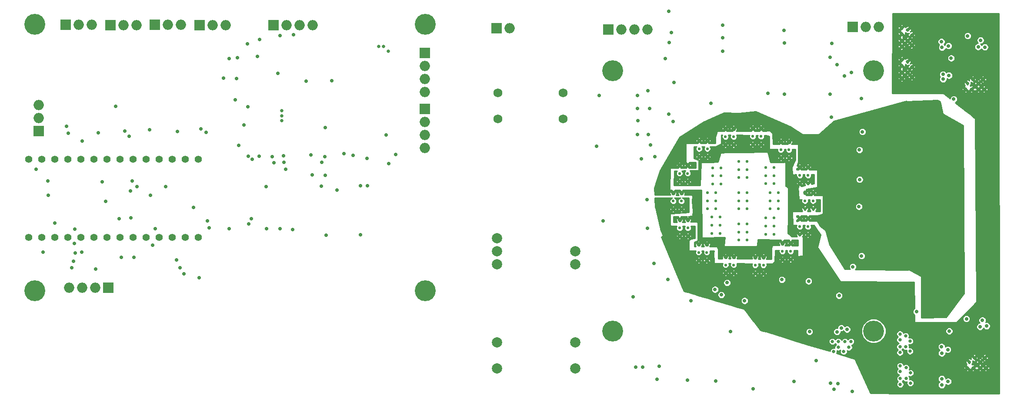
<source format=gbr>
G04 #@! TF.FileFunction,Copper,L3,Inr,Signal*
%FSLAX46Y46*%
G04 Gerber Fmt 4.6, Leading zero omitted, Abs format (unit mm)*
G04 Created by KiCad (PCBNEW 4.0.1-stable) date 1/20/2016 12:58:46 AM*
%MOMM*%
G01*
G04 APERTURE LIST*
%ADD10C,0.100000*%
%ADD11O,1.998980X1.998980*%
%ADD12R,1.998980X1.998980*%
%ADD13C,0.650000*%
%ADD14C,4.064000*%
%ADD15C,1.397000*%
%ADD16C,1.750000*%
%ADD17C,2.000000*%
%ADD18C,0.584200*%
%ADD19C,0.635000*%
%ADD20C,0.711200*%
%ADD21C,0.254000*%
G04 APERTURE END LIST*
D10*
D11*
X97632520Y-36870640D03*
D12*
X97632520Y-29250640D03*
D11*
X97632520Y-31790640D03*
X97632520Y-34330640D03*
X28379420Y-75021440D03*
D12*
X35999420Y-75021440D03*
D11*
X33459420Y-75021440D03*
X30919420Y-75021440D03*
X58795920Y-23815040D03*
D12*
X53715920Y-23815040D03*
D11*
X56255920Y-23815040D03*
X41460420Y-23815040D03*
D12*
X36380420Y-23815040D03*
D11*
X38920420Y-23815040D03*
X50096420Y-23751540D03*
D12*
X45016420Y-23751540D03*
D11*
X47556420Y-23751540D03*
X22410420Y-39372540D03*
D12*
X22410420Y-44452540D03*
D11*
X22410420Y-41912540D03*
X32773620Y-23764240D03*
D12*
X27693620Y-23764240D03*
D11*
X30233620Y-23764240D03*
D13*
X69760962Y-41471403D03*
X69760962Y-42471403D03*
X69760962Y-40471403D03*
D14*
X21655920Y-23632040D03*
X97655920Y-23632040D03*
X97655920Y-75632040D03*
X21655920Y-75632040D03*
D11*
X97594420Y-47818041D03*
D12*
X97594420Y-40198041D03*
D11*
X97594420Y-42738041D03*
X97594420Y-45278041D03*
X75750421Y-23815040D03*
D12*
X68130421Y-23815040D03*
D11*
X70670421Y-23815040D03*
X73210421Y-23815040D03*
D15*
X22981920Y-65204340D03*
X25521920Y-65204340D03*
X28061920Y-65204340D03*
X30601920Y-65204340D03*
X33141920Y-65204340D03*
X35681920Y-65204340D03*
X38221920Y-65204340D03*
X40761920Y-65204340D03*
X43301920Y-65204340D03*
X45841920Y-65204340D03*
X48381920Y-65204340D03*
X50921920Y-65204340D03*
X53461920Y-65204340D03*
X53461920Y-49964340D03*
X50921920Y-49964340D03*
X48381920Y-49964340D03*
X45841920Y-49964340D03*
X43301920Y-49964340D03*
X40761920Y-49964340D03*
X38221920Y-49964340D03*
X35681920Y-49964340D03*
X33141920Y-49964340D03*
X30601920Y-49964340D03*
X28061920Y-49964340D03*
X25521920Y-49964340D03*
X22981920Y-49964340D03*
X20441920Y-49964340D03*
X20441920Y-65204340D03*
D11*
X114139543Y-24426605D03*
D12*
X111599543Y-24426605D03*
D11*
X140936543Y-24655205D03*
D12*
X133316543Y-24655205D03*
D11*
X135856543Y-24655205D03*
X138396543Y-24655205D03*
D16*
X111823063Y-42069445D03*
X124523063Y-42069445D03*
X124523063Y-36989445D03*
X111823063Y-36989445D03*
D17*
X111660503Y-65346005D03*
X111660503Y-67886005D03*
X111660503Y-70426005D03*
X111660503Y-85666005D03*
X111660503Y-90746005D03*
X126900503Y-90746005D03*
X126900503Y-85666005D03*
X126900503Y-70426005D03*
X126900503Y-67886005D03*
D14*
X134180143Y-83481605D03*
X134180143Y-32681605D03*
X184980143Y-32681605D03*
X184980143Y-83481605D03*
D11*
X185985983Y-24157365D03*
D12*
X180905983Y-24157365D03*
D11*
X183445983Y-24157365D03*
D18*
X158754643Y-56494105D03*
X160342143Y-56494105D03*
X158754643Y-58081605D03*
X160342143Y-58081605D03*
X158754643Y-59669105D03*
X160342143Y-59669105D03*
X152658643Y-56494105D03*
X154246143Y-56494105D03*
X152658643Y-58081605D03*
X154246143Y-58081605D03*
X152658643Y-59669105D03*
X154246143Y-59669105D03*
X145968283Y-56555065D03*
X147555783Y-56555065D03*
X145968283Y-58142565D03*
X147555783Y-58142565D03*
X145968283Y-59730065D03*
X147555783Y-59730065D03*
X170601203Y-61523305D03*
X172188703Y-61523305D03*
X170601203Y-63110805D03*
X172188703Y-63110805D03*
X170601203Y-64698305D03*
X172188703Y-64698305D03*
X153623843Y-51642705D03*
X155211343Y-51642705D03*
X153623843Y-53230205D03*
X155211343Y-53230205D03*
X153623843Y-54817705D03*
X155211343Y-54817705D03*
X147187483Y-51144865D03*
X148774983Y-51144865D03*
X147187483Y-52732365D03*
X148774983Y-52732365D03*
X147187483Y-54319865D03*
X148774983Y-54319865D03*
X167223003Y-66328985D03*
X168810503Y-66328985D03*
X167223003Y-67916485D03*
X168810503Y-67916485D03*
X167223003Y-69503985D03*
X168810503Y-69503985D03*
X158754643Y-50398105D03*
X160342143Y-50398105D03*
X158754643Y-51985605D03*
X160342143Y-51985605D03*
X158754643Y-53573105D03*
X160342143Y-53573105D03*
X151017803Y-46323945D03*
X152605303Y-46323945D03*
X151017803Y-47911445D03*
X152605303Y-47911445D03*
X151017803Y-49498945D03*
X152605303Y-49498945D03*
X161939803Y-69036625D03*
X163527303Y-69036625D03*
X161939803Y-70624125D03*
X163527303Y-70624125D03*
X161939803Y-72211625D03*
X163527303Y-72211625D03*
X164012443Y-51579205D03*
X165599943Y-51579205D03*
X164012443Y-53166705D03*
X165599943Y-53166705D03*
X164012443Y-54754205D03*
X165599943Y-54754205D03*
X156128283Y-43976985D03*
X157715783Y-43976985D03*
X156128283Y-45564485D03*
X157715783Y-45564485D03*
X156128283Y-47151985D03*
X157715783Y-47151985D03*
X156158763Y-69011225D03*
X157746263Y-69011225D03*
X156158763Y-70598725D03*
X157746263Y-70598725D03*
X156158763Y-72186225D03*
X157746263Y-72186225D03*
X164850643Y-56494105D03*
X166438143Y-56494105D03*
X164850643Y-58081605D03*
X166438143Y-58081605D03*
X164850643Y-59669105D03*
X166438143Y-59669105D03*
X161467363Y-43921105D03*
X163054863Y-43921105D03*
X161467363Y-45508605D03*
X163054863Y-45508605D03*
X161467363Y-47096105D03*
X163054863Y-47096105D03*
X150911123Y-66552505D03*
X152498623Y-66552505D03*
X150911123Y-68140005D03*
X152498623Y-68140005D03*
X150911123Y-69727505D03*
X152498623Y-69727505D03*
X163974343Y-61434405D03*
X165561843Y-61434405D03*
X163974343Y-63021905D03*
X165561843Y-63021905D03*
X163974343Y-64609405D03*
X165561843Y-64609405D03*
X166913123Y-46547465D03*
X168500623Y-46547465D03*
X166913123Y-48134965D03*
X168500623Y-48134965D03*
X166913123Y-49722465D03*
X168500623Y-49722465D03*
X147223043Y-61777305D03*
X148810543Y-61777305D03*
X147223043Y-63364805D03*
X148810543Y-63364805D03*
X147223043Y-64952305D03*
X148810543Y-64952305D03*
X158754643Y-62590105D03*
X160342143Y-62590105D03*
X158754643Y-64177605D03*
X160342143Y-64177605D03*
X158754643Y-65765105D03*
X160342143Y-65765105D03*
X170601203Y-51520785D03*
X172188703Y-51520785D03*
X170601203Y-53108285D03*
X172188703Y-53108285D03*
X170601203Y-54695785D03*
X172188703Y-54695785D03*
X153509543Y-61269305D03*
X155097043Y-61269305D03*
X153509543Y-62856805D03*
X155097043Y-62856805D03*
X153509543Y-64444305D03*
X155097043Y-64444305D03*
X171607043Y-56494105D03*
X173194543Y-56494105D03*
X171607043Y-58081605D03*
X173194543Y-58081605D03*
X171607043Y-59669105D03*
X173194543Y-59669105D03*
D19*
X206250103Y-34358005D03*
X205361103Y-35183505D03*
X203265603Y-35183505D03*
X204281603Y-34358005D03*
X204027603Y-36326505D03*
X202884603Y-36326505D03*
X205361103Y-36326505D03*
X206504103Y-36326505D03*
X192407103Y-33941445D03*
X191581603Y-33052445D03*
X191581603Y-30956945D03*
X192407103Y-31972945D03*
X190438603Y-31718945D03*
X190438603Y-30575945D03*
X190438603Y-33052445D03*
X190438603Y-34195445D03*
X192412183Y-27720985D03*
X191586683Y-26831985D03*
X191586683Y-24736485D03*
X192412183Y-25752485D03*
X190443683Y-25498485D03*
X190443683Y-24355485D03*
X190443683Y-26831985D03*
X190443683Y-27974985D03*
X206582843Y-88726705D03*
X205693843Y-89552205D03*
X203598343Y-89552205D03*
X204614343Y-88726705D03*
X204360343Y-90695205D03*
X203217343Y-90695205D03*
X205693843Y-90695205D03*
X206836843Y-90695205D03*
X192130243Y-93641605D03*
X191304743Y-92752605D03*
X191304743Y-90657105D03*
X192130243Y-91673105D03*
X190161743Y-91419105D03*
X190161743Y-90276105D03*
X190161743Y-92752605D03*
X190161743Y-93895605D03*
X192064203Y-87433845D03*
X191238703Y-86544845D03*
X191238703Y-84449345D03*
X192064203Y-85465345D03*
X190095703Y-85211345D03*
X190095703Y-84068345D03*
X190095703Y-86544845D03*
X190095703Y-87687845D03*
X177197583Y-87492265D03*
X178086583Y-86666765D03*
X180182083Y-86666765D03*
X179166083Y-87492265D03*
X179420083Y-85523765D03*
X180563083Y-85523765D03*
X178086583Y-85523765D03*
X176943583Y-85523765D03*
D20*
X41562020Y-55323740D03*
X47137320Y-55311040D03*
X44559220Y-66702940D03*
X40965120Y-69115940D03*
X29357320Y-66372740D03*
X29560520Y-68239640D03*
X25585420Y-62384940D03*
X21902420Y-51958240D03*
X27858720Y-43525440D03*
X49423320Y-44528740D03*
X34030920Y-44782740D03*
X40241220Y-56123840D03*
X44203620Y-56987440D03*
X44000420Y-44236640D03*
X38475920Y-69154040D03*
X90037920Y-45278040D03*
X91942920Y-49088040D03*
X83586320Y-49215040D03*
X86354920Y-49773840D03*
X78087220Y-49494440D03*
X67863720Y-49456340D03*
X63240920Y-49380140D03*
X60688220Y-38394640D03*
X70098920Y-49342040D03*
X75420220Y-49151540D03*
X63096362Y-39759502D03*
X62397862Y-43315502D03*
X39212520Y-44439840D03*
X28150820Y-44858940D03*
X65006220Y-29885640D03*
X68981320Y-33187640D03*
X79496920Y-34635440D03*
X74518520Y-34737040D03*
X60929520Y-34254440D03*
X61094620Y-30139640D03*
X63952120Y-49977040D03*
X75661520Y-52986940D03*
X78226920Y-53088540D03*
X90545920Y-50802540D03*
X78209362Y-43760002D03*
D19*
X90482420Y-28895040D03*
X88612980Y-28006040D03*
X89548970Y-27961590D03*
D20*
X59481720Y-30330140D03*
X58402220Y-34127440D03*
X30779720Y-68087240D03*
X29166820Y-69890640D03*
X23223220Y-68138040D03*
X37434520Y-39664640D03*
X69375020Y-25834340D03*
X65399920Y-26609040D03*
X72054720Y-25694640D03*
X63088520Y-27447240D03*
X28862020Y-71186040D03*
X50655220Y-72290940D03*
X53690520Y-73052940D03*
X49283620Y-69636640D03*
X49969420Y-71109840D03*
X78379320Y-64797940D03*
X85034120Y-64670940D03*
X68219320Y-50637440D03*
X70200520Y-50573940D03*
X30881320Y-46421040D03*
X63329820Y-62626240D03*
X66758820Y-63540640D03*
X59532520Y-63489840D03*
X71838820Y-63680340D03*
X39999920Y-45506640D03*
X63799720Y-61584840D03*
X69362320Y-63489840D03*
X81859120Y-48884840D03*
X77528420Y-50612040D03*
X77414120Y-55196740D03*
X85097620Y-55145940D03*
X66682620Y-55336440D03*
X65311020Y-49367440D03*
X86443820Y-55107840D03*
X80487520Y-55984140D03*
X61335920Y-47310040D03*
X70492620Y-51958240D03*
X40596820Y-54193440D03*
X24213820Y-54218840D03*
X24277320Y-57012840D03*
X52560220Y-59413140D03*
X55227220Y-62042040D03*
X53982620Y-44046140D03*
X33472120Y-71414640D03*
X55036720Y-44719240D03*
X55570120Y-63375540D03*
X45105320Y-63540640D03*
X29420820Y-63578740D03*
X34767520Y-54422040D03*
X35491420Y-58155840D03*
X38044120Y-61546740D03*
X40368220Y-61432440D03*
X176486383Y-30085725D03*
X179280383Y-33743325D03*
X176775943Y-41724005D03*
X142384343Y-49496405D03*
X142795823Y-92910085D03*
X161510543Y-94794765D03*
X140865423Y-57837765D03*
X138681023Y-90517405D03*
X140022143Y-90547885D03*
X144939583Y-73392725D03*
X198505643Y-33408065D03*
X148711483Y-93057405D03*
X177296643Y-94822705D03*
X176572743Y-93628905D03*
X178007843Y-93717805D03*
X205795443Y-26750705D03*
X206633643Y-28096905D03*
X205338243Y-28046105D03*
X198175443Y-27030105D03*
X198289743Y-28160405D03*
X199559743Y-27855605D03*
X199635943Y-33621405D03*
X198505643Y-34345305D03*
X206151043Y-81386105D03*
X205719243Y-82656105D03*
X206989243Y-82503705D03*
X199483543Y-93336805D03*
X198251643Y-94022605D03*
X198251643Y-92803405D03*
X199420043Y-87113805D03*
X198213543Y-86555005D03*
X198251643Y-87825005D03*
X146092743Y-34954905D03*
X145102143Y-21124605D03*
X141050843Y-36593205D03*
X141152443Y-45191105D03*
X142247183Y-70283765D03*
X149409983Y-77588805D03*
X143237783Y-90324365D03*
X138162863Y-76816645D03*
X138993443Y-37520305D03*
X139018843Y-40060305D03*
X139069643Y-42460605D03*
X138955343Y-45178405D03*
X154103903Y-75373925D03*
X155328183Y-76430565D03*
X159859543Y-77583725D03*
X167123943Y-73448605D03*
X172320783Y-73753405D03*
X156450863Y-74063285D03*
X182577303Y-38132445D03*
X182800823Y-44614525D03*
X182216623Y-48140045D03*
X182247103Y-53931245D03*
X182125183Y-59204285D03*
X182633183Y-68825805D03*
X180926303Y-70934005D03*
X178244063Y-76577885D03*
X193311343Y-79722405D03*
X173804143Y-89262645D03*
X198782503Y-48414365D03*
X198782503Y-53946485D03*
X198762183Y-59514165D03*
X198863783Y-65371405D03*
X198797743Y-70923845D03*
X198655503Y-75942885D03*
X198350703Y-43166725D03*
X198614863Y-45686405D03*
X198655503Y-51233765D03*
X198584383Y-56796365D03*
X198558983Y-62496125D03*
X198558983Y-68084125D03*
X198807903Y-73783885D03*
X198685983Y-77766605D03*
X177855443Y-31538605D03*
X164431543Y-37139305D03*
X153319043Y-39095105D03*
X141571543Y-47172305D03*
X177842743Y-83634005D03*
X178665703Y-82887245D03*
X190131263Y-35922645D03*
X193590743Y-29069725D03*
X192914683Y-23517705D03*
X180621503Y-33016885D03*
X194317183Y-36080125D03*
X202800783Y-38980805D03*
X207677583Y-33301365D03*
X201744923Y-36055505D03*
X202068843Y-33855505D03*
X208785023Y-86869965D03*
X208591983Y-90141485D03*
X131558863Y-37573645D03*
X144403643Y-30357505D03*
X141330243Y-40073005D03*
X155617743Y-28858905D03*
X167631943Y-37240905D03*
X145216443Y-27182505D03*
X145051343Y-41203305D03*
X155554243Y-26255405D03*
X167517643Y-24807605D03*
X145559343Y-25252105D03*
X145914943Y-42600305D03*
X155554243Y-23855105D03*
X167631943Y-27322205D03*
X179811243Y-83176805D03*
X180839943Y-95292605D03*
X157121423Y-83588285D03*
X154246143Y-93230125D03*
X132310703Y-61993205D03*
X140972103Y-63415605D03*
X172488423Y-83618765D03*
X169445503Y-93341885D03*
X131000063Y-47408525D03*
X139717343Y-49892645D03*
X199712143Y-83507005D03*
X200588443Y-38244205D03*
X200080443Y-30243205D03*
X176534643Y-37291705D03*
X203280843Y-25912505D03*
X203052243Y-81106705D03*
X176852143Y-27360305D03*
D21*
G36*
X145749618Y-57504620D02*
X145587500Y-57571606D01*
X145397989Y-57760787D01*
X145295300Y-58008090D01*
X145295066Y-58275866D01*
X145397324Y-58523348D01*
X145586505Y-58712859D01*
X145833808Y-58815548D01*
X146101584Y-58815782D01*
X146349066Y-58713524D01*
X146538577Y-58524343D01*
X146641266Y-58277040D01*
X146641500Y-58009264D01*
X146539242Y-57761782D01*
X146350061Y-57572271D01*
X146181751Y-57502383D01*
X147357262Y-57496296D01*
X147175000Y-57571606D01*
X146985489Y-57760787D01*
X146882800Y-58008090D01*
X146882566Y-58275866D01*
X146984824Y-58523348D01*
X147174005Y-58712859D01*
X147421308Y-58815548D01*
X147689084Y-58815782D01*
X147936566Y-58713524D01*
X148126077Y-58524343D01*
X148228766Y-58277040D01*
X148229000Y-58009264D01*
X148126742Y-57761782D01*
X147937561Y-57572271D01*
X147749700Y-57494264D01*
X148978183Y-57487904D01*
X148978183Y-60334973D01*
X148053750Y-60395220D01*
X148053750Y-60048426D01*
X148176060Y-60023742D01*
X148241230Y-59764017D01*
X148202046Y-59499124D01*
X148176060Y-59436388D01*
X148053750Y-59411704D01*
X147735388Y-59730065D01*
X148053750Y-60048426D01*
X148053750Y-60395220D01*
X147521831Y-60429887D01*
X147521831Y-60415512D01*
X147786724Y-60376328D01*
X147849460Y-60350342D01*
X147874144Y-60228032D01*
X147555783Y-59909670D01*
X147555783Y-59550460D01*
X147874144Y-59232098D01*
X147849460Y-59109788D01*
X147589735Y-59044618D01*
X147324842Y-59083802D01*
X147262106Y-59109788D01*
X147237422Y-59232098D01*
X147555783Y-59550460D01*
X147555783Y-59909670D01*
X147237422Y-60228032D01*
X147262106Y-60350342D01*
X147521831Y-60415512D01*
X147521831Y-60429887D01*
X147057816Y-60460128D01*
X147057816Y-60048426D01*
X147376178Y-59730065D01*
X147057816Y-59411704D01*
X146935506Y-59436388D01*
X146870336Y-59696113D01*
X146909520Y-59961006D01*
X146935506Y-60023742D01*
X147057816Y-60048426D01*
X147057816Y-60460128D01*
X146603074Y-60489766D01*
X146466250Y-60497850D01*
X146466250Y-60048426D01*
X146588560Y-60023742D01*
X146653730Y-59764017D01*
X146614546Y-59499124D01*
X146588560Y-59436388D01*
X146466250Y-59411704D01*
X146147888Y-59730065D01*
X146466250Y-60048426D01*
X146466250Y-60497850D01*
X145934331Y-60529282D01*
X145934331Y-60415512D01*
X146199224Y-60376328D01*
X146261960Y-60350342D01*
X146286644Y-60228032D01*
X145968283Y-59909670D01*
X145968283Y-59550460D01*
X146286644Y-59232098D01*
X146261960Y-59109788D01*
X146002235Y-59044618D01*
X145737342Y-59083802D01*
X145674606Y-59109788D01*
X145649922Y-59232098D01*
X145968283Y-59550460D01*
X145968283Y-59909670D01*
X145649922Y-60228032D01*
X145674606Y-60350342D01*
X145934331Y-60415512D01*
X145934331Y-60529282D01*
X145485812Y-60555786D01*
X145470316Y-60559888D01*
X145470316Y-60048426D01*
X145788678Y-59730065D01*
X145470316Y-59411704D01*
X145348006Y-59436388D01*
X145282836Y-59696113D01*
X145322020Y-59961006D01*
X145348006Y-60023742D01*
X145470316Y-60048426D01*
X145470316Y-60559888D01*
X145437078Y-60568689D01*
X145397203Y-60599536D01*
X145372472Y-60643465D01*
X145366303Y-60682862D01*
X145371383Y-62852022D01*
X145381505Y-62901409D01*
X145410043Y-62942967D01*
X145452501Y-62970147D01*
X145497174Y-62978719D01*
X146649979Y-62989698D01*
X146550060Y-63230330D01*
X146549826Y-63498106D01*
X146652084Y-63745588D01*
X146841265Y-63935099D01*
X147088568Y-64037788D01*
X147356344Y-64038022D01*
X147603826Y-63935764D01*
X147793337Y-63746583D01*
X147896026Y-63499280D01*
X147896260Y-63231504D01*
X147800876Y-63000659D01*
X148231226Y-63004758D01*
X148137560Y-63230330D01*
X148137326Y-63498106D01*
X148239584Y-63745588D01*
X148428765Y-63935099D01*
X148676068Y-64037788D01*
X148943844Y-64038022D01*
X149191326Y-63935764D01*
X149380837Y-63746583D01*
X149483526Y-63499280D01*
X149483760Y-63231504D01*
X149394648Y-63015838D01*
X150171983Y-63023241D01*
X150171983Y-65376399D01*
X149403401Y-65510454D01*
X149360141Y-65526509D01*
X149308510Y-65557321D01*
X149308510Y-65270666D01*
X149430820Y-65245982D01*
X149495990Y-64986257D01*
X149456806Y-64721364D01*
X149430820Y-64658628D01*
X149308510Y-64633944D01*
X148990148Y-64952305D01*
X149308510Y-65270666D01*
X149308510Y-65557321D01*
X149045181Y-65714469D01*
X149007879Y-65748381D01*
X148986711Y-65794134D01*
X148983271Y-65824913D01*
X149003591Y-67684193D01*
X149014136Y-67733491D01*
X149043030Y-67774802D01*
X149085720Y-67801617D01*
X149130184Y-67809804D01*
X150317865Y-67813531D01*
X150238140Y-68005530D01*
X150237906Y-68273306D01*
X150340164Y-68520788D01*
X150529345Y-68710299D01*
X150776648Y-68812988D01*
X151044424Y-68813222D01*
X151291906Y-68710964D01*
X151481417Y-68521783D01*
X151584106Y-68274480D01*
X151584340Y-68006704D01*
X151506063Y-67817259D01*
X151903299Y-67818506D01*
X151825640Y-68005530D01*
X151825406Y-68273306D01*
X151927664Y-68520788D01*
X152116845Y-68710299D01*
X152364148Y-68812988D01*
X152631924Y-68813222D01*
X152879406Y-68710964D01*
X153068917Y-68521783D01*
X153171606Y-68274480D01*
X153171840Y-68006704D01*
X153095624Y-67822248D01*
X153858680Y-67824642D01*
X153854991Y-68164025D01*
X153854983Y-68165728D01*
X153860063Y-70162168D01*
X153870195Y-70211553D01*
X153898742Y-70253105D01*
X153941205Y-70280277D01*
X153985626Y-70288837D01*
X155551264Y-70306548D01*
X155485780Y-70464250D01*
X155485546Y-70732026D01*
X155587804Y-70979508D01*
X155776985Y-71169019D01*
X156024288Y-71271708D01*
X156292064Y-71271942D01*
X156539546Y-71169684D01*
X156729057Y-70980503D01*
X156831746Y-70733200D01*
X156831980Y-70465424D01*
X156772039Y-70320358D01*
X157131342Y-70324422D01*
X157073280Y-70464250D01*
X157073046Y-70732026D01*
X157175304Y-70979508D01*
X157364485Y-71169019D01*
X157611788Y-71271708D01*
X157879564Y-71271942D01*
X158127046Y-71169684D01*
X158316557Y-70980503D01*
X158419246Y-70733200D01*
X158419480Y-70465424D01*
X158366994Y-70338400D01*
X161315773Y-70371757D01*
X161266820Y-70489650D01*
X161266586Y-70757426D01*
X161368844Y-71004908D01*
X161558025Y-71194419D01*
X161805328Y-71297108D01*
X162073104Y-71297342D01*
X162320586Y-71195084D01*
X162510097Y-71005903D01*
X162612786Y-70758600D01*
X162613020Y-70490824D01*
X162569683Y-70385942D01*
X162895851Y-70389631D01*
X162854320Y-70489650D01*
X162854086Y-70757426D01*
X162956344Y-71004908D01*
X163145525Y-71194419D01*
X163392828Y-71297108D01*
X163660604Y-71297342D01*
X163908086Y-71195084D01*
X164097597Y-71005903D01*
X164200286Y-70758600D01*
X164200520Y-70490824D01*
X164164638Y-70403984D01*
X165212426Y-70415837D01*
X165261947Y-70406391D01*
X165314072Y-70366865D01*
X165717033Y-69849301D01*
X165739492Y-69804167D01*
X165743790Y-69774205D01*
X165764868Y-68858799D01*
X165768770Y-68858060D01*
X165810749Y-68830145D01*
X165838560Y-68788097D01*
X165847829Y-68741690D01*
X165857787Y-67718931D01*
X166574877Y-67722146D01*
X166550020Y-67782010D01*
X166549786Y-68049786D01*
X166652044Y-68297268D01*
X166841225Y-68486779D01*
X167088528Y-68589468D01*
X167356304Y-68589702D01*
X167603786Y-68487444D01*
X167793297Y-68298263D01*
X167895986Y-68050960D01*
X167896220Y-67783184D01*
X167873406Y-67727969D01*
X168159427Y-67729252D01*
X168137520Y-67782010D01*
X168137286Y-68049786D01*
X168239544Y-68297268D01*
X168428725Y-68486779D01*
X168676028Y-68589468D01*
X168943804Y-68589702D01*
X169191286Y-68487444D01*
X169380797Y-68298263D01*
X169483486Y-68050960D01*
X169483720Y-67783184D01*
X169463852Y-67735101D01*
X170135368Y-67738112D01*
X170127063Y-68777205D01*
X170136674Y-68826693D01*
X170164781Y-68868544D01*
X170206956Y-68896162D01*
X170255325Y-68905214D01*
X171052602Y-68897268D01*
X171101910Y-68886770D01*
X171140695Y-68860518D01*
X171176603Y-68824962D01*
X171204673Y-68783086D01*
X171214241Y-68735590D01*
X171238740Y-65169077D01*
X171229074Y-65119600D01*
X171200920Y-65077781D01*
X171158714Y-65050210D01*
X171126398Y-65043892D01*
X171099172Y-65016666D01*
X171221480Y-64991982D01*
X171286650Y-64732257D01*
X171247466Y-64467364D01*
X171221480Y-64404628D01*
X171099170Y-64379944D01*
X170780808Y-64698305D01*
X170794951Y-64712447D01*
X170615345Y-64892053D01*
X170601203Y-64877910D01*
X170601203Y-64518700D01*
X170919564Y-64200338D01*
X170894880Y-64078028D01*
X170635155Y-64012858D01*
X170370262Y-64052042D01*
X170307526Y-64078028D01*
X170282842Y-64200338D01*
X170601203Y-64518700D01*
X170601203Y-64877910D01*
X170587061Y-64892053D01*
X170407455Y-64712447D01*
X170421598Y-64698305D01*
X170103236Y-64379944D01*
X169980926Y-64404628D01*
X169915756Y-64664353D01*
X169954940Y-64929246D01*
X169980926Y-64991982D01*
X170103234Y-65016666D01*
X170086184Y-65033716D01*
X169068176Y-65026285D01*
X168998590Y-64971641D01*
X168998590Y-50040826D01*
X169120900Y-50016142D01*
X169186070Y-49756417D01*
X169146886Y-49491524D01*
X169120900Y-49428788D01*
X168998590Y-49404104D01*
X168680228Y-49722465D01*
X168998590Y-50040826D01*
X168998590Y-64971641D01*
X168466671Y-64553938D01*
X168466671Y-50407912D01*
X168731564Y-50368728D01*
X168794300Y-50342742D01*
X168818984Y-50220432D01*
X168500623Y-49902070D01*
X168500623Y-49542860D01*
X168818984Y-49224498D01*
X168794300Y-49102188D01*
X168534575Y-49037018D01*
X168269682Y-49076202D01*
X168206946Y-49102188D01*
X168182262Y-49224498D01*
X168500623Y-49542860D01*
X168500623Y-49902070D01*
X168182262Y-50220432D01*
X168206946Y-50342742D01*
X168466671Y-50407912D01*
X168466671Y-64553938D01*
X168324416Y-64442228D01*
X168409141Y-61137940D01*
X168409183Y-61134359D01*
X168404103Y-59153159D01*
X168404102Y-59153117D01*
X168393942Y-55647917D01*
X168383793Y-55598536D01*
X168347028Y-55549719D01*
X168002656Y-55269917D01*
X168002656Y-50040826D01*
X168321018Y-49722465D01*
X168002656Y-49404104D01*
X167880346Y-49428788D01*
X167815176Y-49688513D01*
X167854360Y-49953406D01*
X167880346Y-50016142D01*
X168002656Y-50040826D01*
X168002656Y-55269917D01*
X167905531Y-55191003D01*
X167850374Y-50653101D01*
X167839768Y-50603817D01*
X167810823Y-50562541D01*
X167768101Y-50535778D01*
X167720983Y-50527668D01*
X167411090Y-50533524D01*
X167411090Y-50040826D01*
X167533400Y-50016142D01*
X167598570Y-49756417D01*
X167559386Y-49491524D01*
X167533400Y-49428788D01*
X167411090Y-49404104D01*
X167092728Y-49722465D01*
X167411090Y-50040826D01*
X167411090Y-50533524D01*
X166879171Y-50543578D01*
X166879171Y-50407912D01*
X167144064Y-50368728D01*
X167206800Y-50342742D01*
X167231484Y-50220432D01*
X166913123Y-49902070D01*
X166913123Y-49542860D01*
X167231484Y-49224498D01*
X167206800Y-49102188D01*
X166947075Y-49037018D01*
X166682182Y-49076202D01*
X166619446Y-49102188D01*
X166594762Y-49224498D01*
X166913123Y-49542860D01*
X166913123Y-49902070D01*
X166594762Y-50220432D01*
X166619446Y-50342742D01*
X166879171Y-50407912D01*
X166879171Y-50543578D01*
X166415156Y-50552348D01*
X166415156Y-50040826D01*
X166733518Y-49722465D01*
X166415156Y-49404104D01*
X166292846Y-49428788D01*
X166227676Y-49688513D01*
X166266860Y-49953406D01*
X166292846Y-50016142D01*
X166415156Y-50040826D01*
X166415156Y-50552348D01*
X164864425Y-50581658D01*
X164356301Y-48636270D01*
X164334133Y-48590992D01*
X164296096Y-48557907D01*
X164231542Y-48541379D01*
X163552830Y-48551433D01*
X163552830Y-47414466D01*
X163675140Y-47389782D01*
X163740310Y-47130057D01*
X163701126Y-46865164D01*
X163675140Y-46802428D01*
X163552830Y-46777744D01*
X163234468Y-47096105D01*
X163552830Y-47414466D01*
X163552830Y-48551433D01*
X163020911Y-48559314D01*
X163020911Y-47781552D01*
X163285804Y-47742368D01*
X163348540Y-47716382D01*
X163373224Y-47594072D01*
X163054863Y-47275710D01*
X163054863Y-46916500D01*
X163373224Y-46598138D01*
X163348540Y-46475828D01*
X163088815Y-46410658D01*
X162823922Y-46449842D01*
X162761186Y-46475828D01*
X162736502Y-46598138D01*
X163054863Y-46916500D01*
X163054863Y-47275710D01*
X162736502Y-47594072D01*
X162761186Y-47716382D01*
X163020911Y-47781552D01*
X163020911Y-48559314D01*
X162556896Y-48566188D01*
X162556896Y-47414466D01*
X162875258Y-47096105D01*
X162556896Y-46777744D01*
X162434586Y-46802428D01*
X162369416Y-47062153D01*
X162408600Y-47327046D01*
X162434586Y-47389782D01*
X162556896Y-47414466D01*
X162556896Y-48566188D01*
X161965330Y-48574951D01*
X161965330Y-47414466D01*
X162087640Y-47389782D01*
X162152810Y-47130057D01*
X162113626Y-46865164D01*
X162087640Y-46802428D01*
X161965330Y-46777744D01*
X161646968Y-47096105D01*
X161965330Y-47414466D01*
X161965330Y-48574951D01*
X161433411Y-48582832D01*
X161433411Y-47781552D01*
X161698304Y-47742368D01*
X161761040Y-47716382D01*
X161785724Y-47594072D01*
X161467363Y-47275710D01*
X161467363Y-46916500D01*
X161785724Y-46598138D01*
X161761040Y-46475828D01*
X161501315Y-46410658D01*
X161236422Y-46449842D01*
X161173686Y-46475828D01*
X161149002Y-46598138D01*
X161467363Y-46916500D01*
X161467363Y-47275710D01*
X161149002Y-47594072D01*
X161173686Y-47716382D01*
X161433411Y-47781552D01*
X161433411Y-48582832D01*
X160969396Y-48589706D01*
X160969396Y-47414466D01*
X161287758Y-47096105D01*
X160969396Y-46777744D01*
X160847086Y-46802428D01*
X160781916Y-47062153D01*
X160821100Y-47327046D01*
X160847086Y-47389782D01*
X160969396Y-47414466D01*
X160969396Y-48589706D01*
X158213750Y-48630530D01*
X158213750Y-47470346D01*
X158336060Y-47445662D01*
X158401230Y-47185937D01*
X158362046Y-46921044D01*
X158336060Y-46858308D01*
X158213750Y-46833624D01*
X157895388Y-47151985D01*
X158213750Y-47470346D01*
X158213750Y-48630530D01*
X157681831Y-48638411D01*
X157681831Y-47837432D01*
X157946724Y-47798248D01*
X158009460Y-47772262D01*
X158034144Y-47649952D01*
X157715783Y-47331590D01*
X157715783Y-46972380D01*
X158034144Y-46654018D01*
X158009460Y-46531708D01*
X157749735Y-46466538D01*
X157484842Y-46505722D01*
X157422106Y-46531708D01*
X157397422Y-46654018D01*
X157715783Y-46972380D01*
X157715783Y-47331590D01*
X157397422Y-47649952D01*
X157422106Y-47772262D01*
X157681831Y-47837432D01*
X157681831Y-48638411D01*
X157217816Y-48645285D01*
X157217816Y-47470346D01*
X157536178Y-47151985D01*
X157217816Y-46833624D01*
X157095506Y-46858308D01*
X157030336Y-47118033D01*
X157069520Y-47382926D01*
X157095506Y-47445662D01*
X157217816Y-47470346D01*
X157217816Y-48645285D01*
X156626250Y-48654049D01*
X156626250Y-47470346D01*
X156748560Y-47445662D01*
X156813730Y-47185937D01*
X156774546Y-46921044D01*
X156748560Y-46858308D01*
X156626250Y-46833624D01*
X156307888Y-47151985D01*
X156626250Y-47470346D01*
X156626250Y-48654049D01*
X156094331Y-48661930D01*
X156094331Y-47837432D01*
X156359224Y-47798248D01*
X156421960Y-47772262D01*
X156446644Y-47649952D01*
X156128283Y-47331590D01*
X156128283Y-46972380D01*
X156446644Y-46654018D01*
X156421960Y-46531708D01*
X156162235Y-46466538D01*
X155897342Y-46505722D01*
X155834606Y-46531708D01*
X155809922Y-46654018D01*
X156128283Y-46972380D01*
X156128283Y-47331590D01*
X155809922Y-47649952D01*
X155834606Y-47772262D01*
X156094331Y-47837432D01*
X156094331Y-48661930D01*
X155630316Y-48668804D01*
X155630316Y-47470346D01*
X155948678Y-47151985D01*
X155630316Y-46833624D01*
X155508006Y-46858308D01*
X155442836Y-47118033D01*
X155482020Y-47382926D01*
X155508006Y-47445662D01*
X155630316Y-47470346D01*
X155630316Y-48668804D01*
X155316142Y-48673459D01*
X155266885Y-48684196D01*
X155225687Y-48713250D01*
X155197540Y-48760284D01*
X154625871Y-50475290D01*
X153103270Y-50534766D01*
X153103270Y-49817306D01*
X153225580Y-49792622D01*
X153290750Y-49532897D01*
X153251566Y-49268004D01*
X153225580Y-49205268D01*
X153103270Y-49180584D01*
X152784908Y-49498945D01*
X153103270Y-49817306D01*
X153103270Y-50534766D01*
X152571351Y-50555544D01*
X152571351Y-50184392D01*
X152836244Y-50145208D01*
X152898980Y-50119222D01*
X152923664Y-49996912D01*
X152605303Y-49678550D01*
X152605303Y-49319340D01*
X152923664Y-49000978D01*
X152898980Y-48878668D01*
X152639255Y-48813498D01*
X152374362Y-48852682D01*
X152311626Y-48878668D01*
X152286942Y-49000978D01*
X152605303Y-49319340D01*
X152605303Y-49678550D01*
X152286942Y-49996912D01*
X152311626Y-50119222D01*
X152571351Y-50184392D01*
X152571351Y-50555544D01*
X152107336Y-50573669D01*
X152107336Y-49817306D01*
X152425698Y-49498945D01*
X152107336Y-49180584D01*
X151985026Y-49205268D01*
X151919856Y-49464993D01*
X151959040Y-49729886D01*
X151985026Y-49792622D01*
X152107336Y-49817306D01*
X152107336Y-50573669D01*
X151515770Y-50596778D01*
X151515770Y-49817306D01*
X151638080Y-49792622D01*
X151703250Y-49532897D01*
X151664066Y-49268004D01*
X151638080Y-49205268D01*
X151515770Y-49180584D01*
X151197408Y-49498945D01*
X151515770Y-49817306D01*
X151515770Y-50596778D01*
X151462426Y-50598862D01*
X151413444Y-50610789D01*
X151372961Y-50640832D01*
X151347357Y-50684259D01*
X151340431Y-50722263D01*
X151221915Y-55018483D01*
X149272950Y-55020340D01*
X149272950Y-54638226D01*
X149395260Y-54613542D01*
X149460430Y-54353817D01*
X149421246Y-54088924D01*
X149395260Y-54026188D01*
X149272950Y-54001504D01*
X148954588Y-54319865D01*
X149272950Y-54638226D01*
X149272950Y-55020340D01*
X148741031Y-55020847D01*
X148741031Y-55005312D01*
X149005924Y-54966128D01*
X149068660Y-54940142D01*
X149093344Y-54817832D01*
X148774983Y-54499470D01*
X148774983Y-54140260D01*
X149093344Y-53821898D01*
X149068660Y-53699588D01*
X148808935Y-53634418D01*
X148544042Y-53673602D01*
X148481306Y-53699588D01*
X148456622Y-53821898D01*
X148774983Y-54140260D01*
X148774983Y-54499470D01*
X148456622Y-54817832D01*
X148481306Y-54940142D01*
X148741031Y-55005312D01*
X148741031Y-55020847D01*
X148277016Y-55021289D01*
X148277016Y-54638226D01*
X148595378Y-54319865D01*
X148277016Y-54001504D01*
X148154706Y-54026188D01*
X148089536Y-54285913D01*
X148128720Y-54550806D01*
X148154706Y-54613542D01*
X148277016Y-54638226D01*
X148277016Y-55021289D01*
X147685450Y-55021852D01*
X147685450Y-54638226D01*
X147807760Y-54613542D01*
X147872930Y-54353817D01*
X147833746Y-54088924D01*
X147807760Y-54026188D01*
X147685450Y-54001504D01*
X147367088Y-54319865D01*
X147685450Y-54638226D01*
X147685450Y-55021852D01*
X147153531Y-55022360D01*
X147153531Y-55005312D01*
X147418424Y-54966128D01*
X147481160Y-54940142D01*
X147505844Y-54817832D01*
X147187483Y-54499470D01*
X147187483Y-54140260D01*
X147505844Y-53821898D01*
X147481160Y-53699588D01*
X147221435Y-53634418D01*
X146956542Y-53673602D01*
X146893806Y-53699588D01*
X146869122Y-53821898D01*
X147187483Y-54140260D01*
X147187483Y-54499470D01*
X146869122Y-54817832D01*
X146893806Y-54940142D01*
X147153531Y-55005312D01*
X147153531Y-55022360D01*
X146689516Y-55022802D01*
X146689516Y-54638226D01*
X147007878Y-54319865D01*
X146689516Y-54001504D01*
X146567206Y-54026188D01*
X146502036Y-54285913D01*
X146541220Y-54550806D01*
X146567206Y-54613542D01*
X146689516Y-54638226D01*
X146689516Y-55022802D01*
X146144616Y-55023323D01*
X146167896Y-52252979D01*
X146723271Y-52244690D01*
X146617189Y-52350587D01*
X146514500Y-52597890D01*
X146514266Y-52865666D01*
X146616524Y-53113148D01*
X146805705Y-53302659D01*
X147053008Y-53405348D01*
X147320784Y-53405582D01*
X147568266Y-53303324D01*
X147757777Y-53114143D01*
X147860466Y-52866840D01*
X147860700Y-52599064D01*
X147758442Y-52351582D01*
X147638106Y-52231036D01*
X148334866Y-52220636D01*
X148204689Y-52350587D01*
X148102000Y-52597890D01*
X148101766Y-52865666D01*
X148204024Y-53113148D01*
X148393205Y-53302659D01*
X148640508Y-53405348D01*
X148908284Y-53405582D01*
X149155766Y-53303324D01*
X149345277Y-53114143D01*
X149447966Y-52866840D01*
X149448200Y-52599064D01*
X149345942Y-52351582D01*
X149202300Y-52207690D01*
X150808878Y-52183711D01*
X150858134Y-52172969D01*
X150899329Y-52143910D01*
X150925973Y-52101113D01*
X150933970Y-52054936D01*
X150908570Y-50251536D01*
X150897870Y-50202272D01*
X150868846Y-50161052D01*
X150855509Y-50152189D01*
X150983851Y-50184392D01*
X151248744Y-50145208D01*
X151311480Y-50119222D01*
X151336164Y-49996912D01*
X151017803Y-49678550D01*
X151017803Y-49319340D01*
X151336164Y-49000978D01*
X151311480Y-48878668D01*
X151051755Y-48813498D01*
X150786862Y-48852682D01*
X150724126Y-48878668D01*
X150699442Y-49000978D01*
X151017803Y-49319340D01*
X151017803Y-49678550D01*
X150699442Y-49996912D01*
X150717463Y-50086207D01*
X150519836Y-49998987D01*
X150519836Y-49817306D01*
X150838198Y-49498945D01*
X150519836Y-49180584D01*
X150397526Y-49205268D01*
X150332356Y-49464993D01*
X150371540Y-49729886D01*
X150397526Y-49792622D01*
X150519836Y-49817306D01*
X150519836Y-49998987D01*
X149998757Y-49769013D01*
X149984810Y-47495783D01*
X150477993Y-47499236D01*
X150447509Y-47529667D01*
X150344820Y-47776970D01*
X150344586Y-48044746D01*
X150446844Y-48292228D01*
X150636025Y-48481739D01*
X150883328Y-48584428D01*
X151151104Y-48584662D01*
X151398586Y-48482404D01*
X151588097Y-48293223D01*
X151690786Y-48045920D01*
X151691020Y-47778144D01*
X151588762Y-47530662D01*
X151564988Y-47506846D01*
X152054437Y-47510273D01*
X152035009Y-47529667D01*
X151932320Y-47776970D01*
X151932086Y-48044746D01*
X152034344Y-48292228D01*
X152223525Y-48481739D01*
X152470828Y-48584428D01*
X152738604Y-48584662D01*
X152986086Y-48482404D01*
X153175597Y-48293223D01*
X153278286Y-48045920D01*
X153278520Y-47778144D01*
X153176262Y-47530662D01*
X153163661Y-47518039D01*
X154209694Y-47525362D01*
X154263840Y-47513659D01*
X155264600Y-47051379D01*
X155305260Y-47021575D01*
X155331121Y-46978301D01*
X155338312Y-46933287D01*
X155300574Y-45220941D01*
X155540668Y-45224421D01*
X155455300Y-45430010D01*
X155455066Y-45697786D01*
X155557324Y-45945268D01*
X155746505Y-46134779D01*
X155993808Y-46237468D01*
X156261584Y-46237702D01*
X156509066Y-46135444D01*
X156698577Y-45946263D01*
X156801266Y-45698960D01*
X156801500Y-45431184D01*
X156721725Y-45238115D01*
X157120746Y-45242295D01*
X157042800Y-45430010D01*
X157042566Y-45697786D01*
X157144824Y-45945268D01*
X157334005Y-46134779D01*
X157581308Y-46237468D01*
X157849084Y-46237702D01*
X158096566Y-46135444D01*
X158286077Y-45946263D01*
X158388766Y-45698960D01*
X158389000Y-45431184D01*
X158316126Y-45254815D01*
X160832977Y-45281178D01*
X160794380Y-45374130D01*
X160794146Y-45641906D01*
X160896404Y-45889388D01*
X161085585Y-46078899D01*
X161332888Y-46181588D01*
X161600664Y-46181822D01*
X161848146Y-46079564D01*
X162037657Y-45890383D01*
X162140346Y-45643080D01*
X162140580Y-45375304D01*
X162107203Y-45294525D01*
X162413602Y-45297734D01*
X162381880Y-45374130D01*
X162381646Y-45641906D01*
X162483904Y-45889388D01*
X162673085Y-46078899D01*
X162920388Y-46181588D01*
X163188164Y-46181822D01*
X163435646Y-46079564D01*
X163625157Y-45890383D01*
X163727846Y-45643080D01*
X163728080Y-45375304D01*
X163701603Y-45311225D01*
X164095482Y-45315351D01*
X164636241Y-45494185D01*
X164675400Y-47877971D01*
X164686216Y-47927210D01*
X164715337Y-47968362D01*
X164758173Y-47994942D01*
X164801998Y-48002884D01*
X166240134Y-48007242D01*
X166239906Y-48268266D01*
X166342164Y-48515748D01*
X166531345Y-48705259D01*
X166778648Y-48807948D01*
X167046424Y-48808182D01*
X167293906Y-48705924D01*
X167483417Y-48516743D01*
X167586106Y-48269440D01*
X167586332Y-48011321D01*
X167827630Y-48012052D01*
X167827406Y-48268266D01*
X167929664Y-48515748D01*
X168118845Y-48705259D01*
X168366148Y-48807948D01*
X168633924Y-48808182D01*
X168881406Y-48705924D01*
X169070917Y-48516743D01*
X169173606Y-48269440D01*
X169173827Y-48016132D01*
X169704871Y-48017741D01*
X169709599Y-50093460D01*
X169071137Y-51475132D01*
X169059690Y-51536628D01*
X169146050Y-52867588D01*
X169159234Y-52916247D01*
X169190310Y-52955942D01*
X169234382Y-52980420D01*
X169274152Y-52986358D01*
X169928215Y-52979308D01*
X169927986Y-53241586D01*
X170030244Y-53489068D01*
X170219425Y-53678579D01*
X170466728Y-53781268D01*
X170734504Y-53781502D01*
X170981986Y-53679244D01*
X171171497Y-53490063D01*
X171274186Y-53242760D01*
X171274420Y-52974984D01*
X171270230Y-52964843D01*
X171520564Y-52962145D01*
X171515720Y-52973810D01*
X171515486Y-53241586D01*
X171617744Y-53489068D01*
X171806925Y-53678579D01*
X172054228Y-53781268D01*
X172322004Y-53781502D01*
X172569486Y-53679244D01*
X172758997Y-53490063D01*
X172861686Y-53242760D01*
X172861920Y-52974984D01*
X172850691Y-52947808D01*
X173388552Y-52942011D01*
X173402038Y-54722180D01*
X172847092Y-54837574D01*
X172874150Y-54729737D01*
X172834966Y-54464844D01*
X172808980Y-54402108D01*
X172686670Y-54377424D01*
X172368308Y-54695785D01*
X172382451Y-54709927D01*
X172202845Y-54889533D01*
X172188703Y-54875390D01*
X172188703Y-54516180D01*
X172507064Y-54197818D01*
X172482380Y-54075508D01*
X172222655Y-54010338D01*
X171957762Y-54049522D01*
X171895026Y-54075508D01*
X171870342Y-54197818D01*
X172188703Y-54516180D01*
X172188703Y-54875390D01*
X172174561Y-54889532D01*
X171994955Y-54709927D01*
X172009098Y-54695785D01*
X171690736Y-54377424D01*
X171568426Y-54402108D01*
X171503256Y-54661833D01*
X171542440Y-54926726D01*
X171568426Y-54989462D01*
X171690734Y-55014146D01*
X171615380Y-55089500D01*
X171618850Y-55092970D01*
X171099170Y-55201030D01*
X171099170Y-55014146D01*
X171221480Y-54989462D01*
X171286650Y-54729737D01*
X171247466Y-54464844D01*
X171221480Y-54402108D01*
X171099170Y-54377424D01*
X170780808Y-54695785D01*
X171099170Y-55014146D01*
X171099170Y-55201030D01*
X170910164Y-55240332D01*
X170919564Y-55193752D01*
X170601203Y-54875390D01*
X170601203Y-54516180D01*
X170919564Y-54197818D01*
X170894880Y-54075508D01*
X170635155Y-54010338D01*
X170370262Y-54049522D01*
X170307526Y-54075508D01*
X170282842Y-54197818D01*
X170601203Y-54516180D01*
X170601203Y-54875390D01*
X170282842Y-55193752D01*
X170307526Y-55316062D01*
X170415577Y-55343174D01*
X170303568Y-55366465D01*
X170257230Y-55386320D01*
X170222267Y-55422639D01*
X170204189Y-55469699D01*
X170202789Y-55500434D01*
X170370429Y-57705154D01*
X170384152Y-57753663D01*
X170415667Y-57793012D01*
X170460007Y-57816999D01*
X170496143Y-57822522D01*
X170984333Y-57826060D01*
X170934060Y-57947130D01*
X170933826Y-58214906D01*
X171036084Y-58462388D01*
X171225265Y-58651899D01*
X171472568Y-58754588D01*
X171740344Y-58754822D01*
X171987826Y-58652564D01*
X172177337Y-58463383D01*
X172280026Y-58216080D01*
X172280260Y-57948304D01*
X172233490Y-57835111D01*
X172567070Y-57837529D01*
X172521560Y-57947130D01*
X172521326Y-58214906D01*
X172623584Y-58462388D01*
X172812765Y-58651899D01*
X173060068Y-58754588D01*
X173327844Y-58754822D01*
X173575326Y-58652564D01*
X173764837Y-58463383D01*
X173867526Y-58216080D01*
X173867760Y-57948304D01*
X173825757Y-57846650D01*
X174576813Y-57852092D01*
X174585944Y-60102884D01*
X173731549Y-60099137D01*
X173767866Y-60062820D01*
X173692512Y-59987466D01*
X173814820Y-59962782D01*
X173879990Y-59703057D01*
X173840806Y-59438164D01*
X173814820Y-59375428D01*
X173692510Y-59350744D01*
X173374148Y-59669105D01*
X173388291Y-59683247D01*
X173208685Y-59862853D01*
X173194543Y-59848710D01*
X173194543Y-59489500D01*
X173512904Y-59171138D01*
X173488220Y-59048828D01*
X173228495Y-58983658D01*
X172963602Y-59022842D01*
X172900866Y-59048828D01*
X172876182Y-59171138D01*
X173194543Y-59489500D01*
X173194543Y-59848710D01*
X173180401Y-59862853D01*
X173000795Y-59683247D01*
X173014938Y-59669105D01*
X172696576Y-59350744D01*
X172574266Y-59375428D01*
X172509096Y-59635153D01*
X172548280Y-59900046D01*
X172574266Y-59962782D01*
X172696574Y-59987466D01*
X172621220Y-60062820D01*
X172659966Y-60101566D01*
X172139760Y-60103426D01*
X172180366Y-60062820D01*
X172105012Y-59987466D01*
X172227320Y-59962782D01*
X172292490Y-59703057D01*
X172253306Y-59438164D01*
X172227320Y-59375428D01*
X172105010Y-59350744D01*
X171786648Y-59669105D01*
X171800791Y-59683247D01*
X171621185Y-59862853D01*
X171607043Y-59848710D01*
X171607043Y-59489500D01*
X171925404Y-59171138D01*
X171900720Y-59048828D01*
X171640995Y-58983658D01*
X171376102Y-59022842D01*
X171313366Y-59048828D01*
X171288682Y-59171138D01*
X171607043Y-59489500D01*
X171607043Y-59848710D01*
X171592901Y-59862852D01*
X171413295Y-59683247D01*
X171427438Y-59669105D01*
X171109076Y-59350744D01*
X170986766Y-59375428D01*
X170921596Y-59635153D01*
X170960780Y-59900046D01*
X170986766Y-59962782D01*
X171109074Y-59987466D01*
X171033720Y-60062820D01*
X171078121Y-60107221D01*
X170103236Y-60110707D01*
X170103236Y-55014146D01*
X170421598Y-54695785D01*
X170103236Y-54377424D01*
X169980926Y-54402108D01*
X169915756Y-54661833D01*
X169954940Y-54926726D01*
X169980926Y-54989462D01*
X170103236Y-55014146D01*
X170103236Y-60110707D01*
X169292649Y-60113606D01*
X169243275Y-60123788D01*
X169201752Y-60152378D01*
X169174624Y-60194869D01*
X169166105Y-60241378D01*
X169181345Y-62745818D01*
X169191652Y-62795166D01*
X169220345Y-62836617D01*
X169262905Y-62863638D01*
X169308500Y-62872045D01*
X169971863Y-62871226D01*
X169928220Y-62976330D01*
X169927986Y-63244106D01*
X170030244Y-63491588D01*
X170219425Y-63681099D01*
X170466728Y-63783788D01*
X170734504Y-63784022D01*
X170981986Y-63681764D01*
X171171497Y-63492583D01*
X171274186Y-63245280D01*
X171274420Y-62977504D01*
X171229865Y-62869673D01*
X171560177Y-62869265D01*
X171515720Y-62976330D01*
X171515486Y-63244106D01*
X171617744Y-63491588D01*
X171806925Y-63681099D01*
X172054228Y-63783788D01*
X172322004Y-63784022D01*
X172569486Y-63681764D01*
X172758997Y-63492583D01*
X172861686Y-63245280D01*
X172861920Y-62977504D01*
X172816556Y-62867714D01*
X173357193Y-62867047D01*
X174627701Y-64676558D01*
X174066538Y-67088167D01*
X174065085Y-67138559D01*
X174084091Y-67186684D01*
X178427481Y-73797739D01*
X178462974Y-73833540D01*
X178532642Y-73855001D01*
X192880277Y-73965794D01*
X192910230Y-79091139D01*
X192894638Y-79097582D01*
X192687248Y-79304610D01*
X192574871Y-79575243D01*
X192574615Y-79868281D01*
X192686520Y-80139110D01*
X192893548Y-80346500D01*
X192917625Y-80356498D01*
X192925265Y-81663707D01*
X192935560Y-81713058D01*
X192964243Y-81754516D01*
X193006796Y-81781547D01*
X193051781Y-81789964D01*
X201088341Y-81820444D01*
X201137789Y-81810626D01*
X201180080Y-81781769D01*
X205005320Y-77829529D01*
X205032493Y-77787067D01*
X205041061Y-77740427D01*
X204822621Y-42088987D01*
X204812312Y-42039639D01*
X204773745Y-41989635D01*
X204544301Y-41810621D01*
X204544301Y-36663598D01*
X204669186Y-36635661D01*
X204688649Y-36560282D01*
X204688830Y-36561566D01*
X204719520Y-36635661D01*
X204844405Y-36663598D01*
X205181498Y-36326505D01*
X204844405Y-35989412D01*
X204844405Y-35520598D01*
X205181498Y-35183505D01*
X204844405Y-34846412D01*
X204798301Y-34856725D01*
X204798301Y-34695098D01*
X204923186Y-34667161D01*
X204992657Y-34398105D01*
X204953876Y-34122944D01*
X204923186Y-34048849D01*
X204798301Y-34020912D01*
X204461208Y-34358005D01*
X204798301Y-34695098D01*
X204798301Y-34856725D01*
X204719520Y-34874349D01*
X204650049Y-35143405D01*
X204688830Y-35418566D01*
X204719520Y-35492661D01*
X204844405Y-35520598D01*
X204844405Y-35989412D01*
X204719520Y-36017349D01*
X204700057Y-36092728D01*
X204699876Y-36091444D01*
X204669186Y-36017349D01*
X204544301Y-35989412D01*
X204207208Y-36326505D01*
X204544301Y-36663598D01*
X204544301Y-41810621D01*
X203987503Y-41376201D01*
X203987503Y-37037559D01*
X204262664Y-36998778D01*
X204336759Y-36968088D01*
X204364696Y-36843203D01*
X204027603Y-36506110D01*
X203690510Y-36843203D01*
X203718447Y-36968088D01*
X203987503Y-37037559D01*
X203987503Y-41376201D01*
X203401301Y-40918840D01*
X203401301Y-36663598D01*
X203456103Y-36651339D01*
X203510905Y-36663598D01*
X203847998Y-36326505D01*
X203833856Y-36312362D01*
X204013461Y-36132757D01*
X204027603Y-36146900D01*
X204364696Y-35809807D01*
X204336759Y-35684922D01*
X204067703Y-35615451D01*
X203799522Y-35653248D01*
X203857238Y-35595532D01*
X203782303Y-35520597D01*
X203907186Y-35492661D01*
X203976657Y-35223605D01*
X203937876Y-34948444D01*
X203918222Y-34900994D01*
X203944511Y-34874705D01*
X203972447Y-34999588D01*
X204241503Y-35069059D01*
X204516664Y-35030278D01*
X204590759Y-34999588D01*
X204618696Y-34874703D01*
X204281603Y-34537610D01*
X204281603Y-34178400D01*
X204618696Y-33841307D01*
X204590759Y-33716422D01*
X204321703Y-33646951D01*
X204046542Y-33685732D01*
X203972447Y-33716422D01*
X203944510Y-33841307D01*
X204281603Y-34178400D01*
X204281603Y-34537610D01*
X204267461Y-34551752D01*
X204087856Y-34372147D01*
X204101998Y-34358005D01*
X203764905Y-34020912D01*
X203640020Y-34048849D01*
X203570549Y-34317905D01*
X203609330Y-34593066D01*
X203628984Y-34640516D01*
X203602695Y-34666805D01*
X203574759Y-34541922D01*
X203426719Y-34503698D01*
X203426719Y-26649233D01*
X203697548Y-26537328D01*
X203904938Y-26330300D01*
X204017315Y-26059667D01*
X204017571Y-25766629D01*
X203905666Y-25495800D01*
X203698638Y-25288410D01*
X203428005Y-25176033D01*
X203134967Y-25175777D01*
X202864138Y-25287682D01*
X202656748Y-25494710D01*
X202544371Y-25765343D01*
X202544115Y-26058381D01*
X202656020Y-26329210D01*
X202863048Y-26536600D01*
X203133681Y-26648977D01*
X203426719Y-26649233D01*
X203426719Y-34503698D01*
X203305703Y-34472451D01*
X203030542Y-34511232D01*
X202956447Y-34541922D01*
X202928510Y-34666807D01*
X203265603Y-35003900D01*
X203279746Y-34989757D01*
X203459351Y-35169362D01*
X203445208Y-35183505D01*
X203459351Y-35197647D01*
X203279746Y-35377252D01*
X203265603Y-35363110D01*
X203251461Y-35377252D01*
X203071856Y-35197647D01*
X203085998Y-35183505D01*
X202748905Y-34846412D01*
X202624020Y-34874349D01*
X202554549Y-35143405D01*
X202593330Y-35418566D01*
X202624020Y-35492661D01*
X202748903Y-35520597D01*
X202673968Y-35595532D01*
X202722400Y-35643964D01*
X202649542Y-35654232D01*
X202575447Y-35684922D01*
X202547510Y-35809807D01*
X202884603Y-36146900D01*
X202898746Y-36132757D01*
X203078351Y-36312362D01*
X203064208Y-36326505D01*
X203401301Y-36663598D01*
X203401301Y-40918840D01*
X202844503Y-40484420D01*
X202844503Y-37037559D01*
X203119664Y-36998778D01*
X203193759Y-36968088D01*
X203221696Y-36843203D01*
X202884603Y-36506110D01*
X202547510Y-36843203D01*
X202575447Y-36968088D01*
X202844503Y-37037559D01*
X202844503Y-40484420D01*
X202367905Y-40112573D01*
X202367905Y-36663598D01*
X202704998Y-36326505D01*
X202367905Y-35989412D01*
X202243020Y-36017349D01*
X202173549Y-36286405D01*
X202212330Y-36561566D01*
X202243020Y-36635661D01*
X202367905Y-36663598D01*
X202367905Y-40112573D01*
X200854062Y-38931456D01*
X201005148Y-38869028D01*
X201212538Y-38662000D01*
X201324915Y-38391367D01*
X201325171Y-38098329D01*
X201213266Y-37827500D01*
X201006238Y-37620110D01*
X200735605Y-37507733D01*
X200442567Y-37507477D01*
X200171738Y-37619382D01*
X199964348Y-37826410D01*
X199851971Y-38097043D01*
X199851925Y-38149578D01*
X198651519Y-37213008D01*
X198651519Y-35082033D01*
X198922348Y-34970128D01*
X199129738Y-34763100D01*
X199242115Y-34492467D01*
X199242322Y-34255538D01*
X199488781Y-34357877D01*
X199781819Y-34358133D01*
X200052648Y-34246228D01*
X200260038Y-34039200D01*
X200372415Y-33768567D01*
X200372671Y-33475529D01*
X200260766Y-33204700D01*
X200226319Y-33170193D01*
X200226319Y-30979933D01*
X200497148Y-30868028D01*
X200704538Y-30661000D01*
X200816915Y-30390367D01*
X200817171Y-30097329D01*
X200705266Y-29826500D01*
X200498238Y-29619110D01*
X200227605Y-29506733D01*
X199934567Y-29506477D01*
X199663738Y-29618382D01*
X199456348Y-29825410D01*
X199343971Y-30096043D01*
X199343715Y-30389081D01*
X199455620Y-30659910D01*
X199662648Y-30867300D01*
X199933281Y-30979677D01*
X200226319Y-30979933D01*
X200226319Y-33170193D01*
X200053738Y-32997310D01*
X199783105Y-32884933D01*
X199490067Y-32884677D01*
X199219238Y-32996582D01*
X199157917Y-33057796D01*
X199130466Y-32991360D01*
X198923438Y-32783970D01*
X198652805Y-32671593D01*
X198435619Y-32671404D01*
X198435619Y-28897133D01*
X198706448Y-28785228D01*
X198913838Y-28578200D01*
X199009735Y-28347256D01*
X199141948Y-28479700D01*
X199412581Y-28592077D01*
X199705619Y-28592333D01*
X199976448Y-28480428D01*
X200183838Y-28273400D01*
X200296215Y-28002767D01*
X200296471Y-27709729D01*
X200184566Y-27438900D01*
X199977538Y-27231510D01*
X199706905Y-27119133D01*
X199413867Y-27118877D01*
X199143038Y-27230782D01*
X198935648Y-27437810D01*
X198839751Y-27668754D01*
X198709253Y-27538028D01*
X198799538Y-27447900D01*
X198911915Y-27177267D01*
X198912171Y-26884229D01*
X198800266Y-26613400D01*
X198593238Y-26406010D01*
X198322605Y-26293633D01*
X198029567Y-26293377D01*
X197758738Y-26405282D01*
X197551348Y-26612310D01*
X197438971Y-26882943D01*
X197438715Y-27175981D01*
X197550620Y-27446810D01*
X197755933Y-27652482D01*
X197665648Y-27742610D01*
X197553271Y-28013243D01*
X197553015Y-28306281D01*
X197664920Y-28577110D01*
X197871948Y-28784500D01*
X198142581Y-28896877D01*
X198435619Y-28897133D01*
X198435619Y-32671404D01*
X198359767Y-32671337D01*
X198088938Y-32783242D01*
X197881548Y-32990270D01*
X197769171Y-33260903D01*
X197768915Y-33553941D01*
X197880820Y-33824770D01*
X197932553Y-33876594D01*
X197881548Y-33927510D01*
X197769171Y-34198143D01*
X197768915Y-34491181D01*
X197880820Y-34762010D01*
X198087848Y-34969400D01*
X198358481Y-35081777D01*
X198651519Y-35082033D01*
X198651519Y-37213008D01*
X198510105Y-37102675D01*
X198464994Y-37080170D01*
X198431918Y-37075805D01*
X192923801Y-37078628D01*
X192923801Y-34278538D01*
X193048686Y-34250601D01*
X193118157Y-33981545D01*
X193079376Y-33706384D01*
X193048686Y-33632289D01*
X192923801Y-33604352D01*
X192923801Y-32310038D01*
X193048686Y-32282101D01*
X193118157Y-32013045D01*
X193079376Y-31737884D01*
X193048686Y-31663789D01*
X192928881Y-31636989D01*
X192928881Y-28058078D01*
X193053766Y-28030141D01*
X193123237Y-27761085D01*
X193084456Y-27485924D01*
X193053766Y-27411829D01*
X192928881Y-27383892D01*
X192928881Y-26089578D01*
X193053766Y-26061641D01*
X193123237Y-25792585D01*
X193084456Y-25517424D01*
X193053766Y-25443329D01*
X192928881Y-25415392D01*
X192591788Y-25752485D01*
X192928881Y-26089578D01*
X192928881Y-27383892D01*
X192591788Y-27720985D01*
X192928881Y-28058078D01*
X192928881Y-31636989D01*
X192923801Y-31635852D01*
X192586708Y-31972945D01*
X192923801Y-32310038D01*
X192923801Y-33604352D01*
X192586708Y-33941445D01*
X192923801Y-34278538D01*
X192923801Y-37078628D01*
X192367003Y-37078914D01*
X192367003Y-34652499D01*
X192642164Y-34613718D01*
X192716259Y-34583028D01*
X192744196Y-34458143D01*
X192407103Y-34121050D01*
X192407103Y-33761840D01*
X192744196Y-33424747D01*
X192716259Y-33299862D01*
X192447203Y-33230391D01*
X192367003Y-33241694D01*
X192367003Y-32683999D01*
X192642164Y-32645218D01*
X192716259Y-32614528D01*
X192744196Y-32489643D01*
X192407103Y-32152550D01*
X192070010Y-32489643D01*
X192097947Y-32614528D01*
X192367003Y-32683999D01*
X192367003Y-33241694D01*
X192249884Y-33258201D01*
X192292657Y-33092545D01*
X192253876Y-32817384D01*
X192223186Y-32743289D01*
X192098301Y-32715352D01*
X191761208Y-33052445D01*
X192081618Y-33372855D01*
X192070010Y-33424747D01*
X192407103Y-33761840D01*
X192407103Y-34121050D01*
X192070010Y-34458143D01*
X192097947Y-34583028D01*
X192367003Y-34652499D01*
X192367003Y-37078914D01*
X191890405Y-37079158D01*
X191890405Y-34278538D01*
X192227498Y-33941445D01*
X191907088Y-33621035D01*
X191918696Y-33569143D01*
X191581603Y-33232050D01*
X191581603Y-32872840D01*
X191918696Y-32535747D01*
X191890759Y-32410862D01*
X191890405Y-32410771D01*
X191890405Y-32310038D01*
X192227498Y-31972945D01*
X192213356Y-31958802D01*
X192392961Y-31779197D01*
X192407103Y-31793340D01*
X192744196Y-31456247D01*
X192716259Y-31331362D01*
X192447203Y-31261891D01*
X192372083Y-31272478D01*
X192372083Y-28432039D01*
X192647244Y-28393258D01*
X192721339Y-28362568D01*
X192749276Y-28237683D01*
X192412183Y-27900590D01*
X192412183Y-27541380D01*
X192749276Y-27204287D01*
X192721339Y-27079402D01*
X192452283Y-27009931D01*
X192372083Y-27021234D01*
X192372083Y-26463539D01*
X192647244Y-26424758D01*
X192721339Y-26394068D01*
X192749276Y-26269183D01*
X192412183Y-25932090D01*
X192075090Y-26269183D01*
X192103027Y-26394068D01*
X192372083Y-26463539D01*
X192372083Y-27021234D01*
X192254964Y-27037741D01*
X192297737Y-26872085D01*
X192258956Y-26596924D01*
X192228266Y-26522829D01*
X192103381Y-26494892D01*
X191766288Y-26831985D01*
X192086698Y-27152395D01*
X192075090Y-27204287D01*
X192412183Y-27541380D01*
X192412183Y-27900590D01*
X192075090Y-28237683D01*
X192103027Y-28362568D01*
X192372083Y-28432039D01*
X192372083Y-31272478D01*
X192172042Y-31300672D01*
X192124592Y-31320326D01*
X192098303Y-31294037D01*
X192223186Y-31266101D01*
X192292657Y-30997045D01*
X192253876Y-30721884D01*
X192223186Y-30647789D01*
X192098301Y-30619852D01*
X191761208Y-30956945D01*
X191775351Y-30971087D01*
X191595746Y-31150692D01*
X191581603Y-31136550D01*
X191567461Y-31150692D01*
X191387856Y-30971087D01*
X191401998Y-30956945D01*
X191387856Y-30942802D01*
X191567461Y-30763197D01*
X191581603Y-30777340D01*
X191918696Y-30440247D01*
X191895485Y-30336489D01*
X191895485Y-28058078D01*
X192232578Y-27720985D01*
X191912168Y-27400575D01*
X191923776Y-27348683D01*
X191586683Y-27011590D01*
X191586683Y-26652380D01*
X191923776Y-26315287D01*
X191895839Y-26190402D01*
X191895485Y-26190311D01*
X191895485Y-26089578D01*
X192232578Y-25752485D01*
X192218436Y-25738342D01*
X192398041Y-25558737D01*
X192412183Y-25572880D01*
X192749276Y-25235787D01*
X192721339Y-25110902D01*
X192452283Y-25041431D01*
X192177122Y-25080212D01*
X192129672Y-25099866D01*
X192103383Y-25073577D01*
X192228266Y-25045641D01*
X192297737Y-24776585D01*
X192258956Y-24501424D01*
X192228266Y-24427329D01*
X192103381Y-24399392D01*
X191766288Y-24736485D01*
X191780431Y-24750627D01*
X191600826Y-24930232D01*
X191586683Y-24916090D01*
X191572541Y-24930232D01*
X191392936Y-24750627D01*
X191407078Y-24736485D01*
X191392936Y-24722342D01*
X191572541Y-24542737D01*
X191586683Y-24556880D01*
X191923776Y-24219787D01*
X191895839Y-24094902D01*
X191626783Y-24025431D01*
X191351622Y-24064212D01*
X191277527Y-24094902D01*
X191249591Y-24219785D01*
X191174656Y-24144850D01*
X191126224Y-24193282D01*
X191115956Y-24120424D01*
X191085266Y-24046329D01*
X190960381Y-24018392D01*
X190623288Y-24355485D01*
X190637431Y-24369627D01*
X190457826Y-24549232D01*
X190443683Y-24535090D01*
X190443683Y-24175880D01*
X190780776Y-23838787D01*
X190752839Y-23713902D01*
X190483783Y-23644431D01*
X190208622Y-23683212D01*
X190134527Y-23713902D01*
X190106590Y-23838787D01*
X190443683Y-24175880D01*
X190443683Y-24535090D01*
X190106590Y-24872183D01*
X190118849Y-24926985D01*
X190106590Y-24981787D01*
X190443683Y-25318880D01*
X190457826Y-25304737D01*
X190637431Y-25484342D01*
X190623288Y-25498485D01*
X190960381Y-25835578D01*
X191085266Y-25807641D01*
X191154737Y-25538585D01*
X191116940Y-25270404D01*
X191174656Y-25328120D01*
X191249591Y-25253185D01*
X191277527Y-25378068D01*
X191546583Y-25447539D01*
X191821744Y-25408758D01*
X191869194Y-25389104D01*
X191895483Y-25415393D01*
X191770600Y-25443329D01*
X191701129Y-25712385D01*
X191739910Y-25987546D01*
X191770600Y-26061641D01*
X191895485Y-26089578D01*
X191895485Y-26190311D01*
X191626783Y-26120931D01*
X191351622Y-26159712D01*
X191277527Y-26190402D01*
X191249590Y-26315287D01*
X191586683Y-26652380D01*
X191586683Y-27011590D01*
X191249590Y-27348683D01*
X191277527Y-27473568D01*
X191546583Y-27543039D01*
X191743902Y-27515229D01*
X191701129Y-27680885D01*
X191739910Y-27956046D01*
X191770600Y-28030141D01*
X191895485Y-28058078D01*
X191895485Y-30336489D01*
X191890759Y-30315362D01*
X191621703Y-30245891D01*
X191346542Y-30284672D01*
X191272447Y-30315362D01*
X191244511Y-30440245D01*
X191169576Y-30365310D01*
X191121144Y-30413742D01*
X191110876Y-30340884D01*
X191080186Y-30266789D01*
X190960381Y-30239989D01*
X190960381Y-28312078D01*
X191085266Y-28284141D01*
X191154737Y-28015085D01*
X191115956Y-27739924D01*
X191085266Y-27665829D01*
X190960381Y-27637892D01*
X190960381Y-27169078D01*
X191015183Y-27156819D01*
X191069985Y-27169078D01*
X191407078Y-26831985D01*
X191069985Y-26494892D01*
X191015183Y-26507151D01*
X190960381Y-26494892D01*
X190623288Y-26831985D01*
X190960381Y-27169078D01*
X190960381Y-27637892D01*
X190623288Y-27974985D01*
X190960381Y-28312078D01*
X190960381Y-30239989D01*
X190955301Y-30238852D01*
X190618208Y-30575945D01*
X190632351Y-30590087D01*
X190452746Y-30769692D01*
X190438603Y-30755550D01*
X190438603Y-30396340D01*
X190775696Y-30059247D01*
X190747759Y-29934362D01*
X190478703Y-29864891D01*
X190403583Y-29875478D01*
X190403583Y-28686039D01*
X190678744Y-28647258D01*
X190752839Y-28616568D01*
X190780776Y-28491683D01*
X190443683Y-28154590D01*
X190443683Y-27795380D01*
X190780776Y-27458287D01*
X190768517Y-27403485D01*
X190780776Y-27348683D01*
X190443683Y-27011590D01*
X190443683Y-26652380D01*
X190780776Y-26315287D01*
X190752839Y-26190402D01*
X190677460Y-26170939D01*
X190678744Y-26170758D01*
X190752839Y-26140068D01*
X190780776Y-26015183D01*
X190443683Y-25678090D01*
X190106590Y-26015183D01*
X190134527Y-26140068D01*
X190209906Y-26159531D01*
X190208622Y-26159712D01*
X190134527Y-26190402D01*
X190106590Y-26315287D01*
X190443683Y-26652380D01*
X190443683Y-27011590D01*
X190106590Y-27348683D01*
X190118849Y-27403485D01*
X190106590Y-27458287D01*
X190443683Y-27795380D01*
X190443683Y-28154590D01*
X190106590Y-28491683D01*
X190134527Y-28616568D01*
X190403583Y-28686039D01*
X190403583Y-29875478D01*
X190203542Y-29903672D01*
X190129447Y-29934362D01*
X190101510Y-30059247D01*
X190438603Y-30396340D01*
X190438603Y-30755550D01*
X190101510Y-31092643D01*
X190113769Y-31147445D01*
X190101510Y-31202247D01*
X190438603Y-31539340D01*
X190452746Y-31525197D01*
X190632351Y-31704802D01*
X190618208Y-31718945D01*
X190955301Y-32056038D01*
X191080186Y-32028101D01*
X191149657Y-31759045D01*
X191111860Y-31490864D01*
X191169576Y-31548580D01*
X191244511Y-31473645D01*
X191272447Y-31598528D01*
X191541503Y-31667999D01*
X191816664Y-31629218D01*
X191864114Y-31609564D01*
X191890403Y-31635853D01*
X191765520Y-31663789D01*
X191696049Y-31932845D01*
X191734830Y-32208006D01*
X191765520Y-32282101D01*
X191890405Y-32310038D01*
X191890405Y-32410771D01*
X191621703Y-32341391D01*
X191346542Y-32380172D01*
X191272447Y-32410862D01*
X191244510Y-32535747D01*
X191581603Y-32872840D01*
X191581603Y-33232050D01*
X191244510Y-33569143D01*
X191272447Y-33694028D01*
X191541503Y-33763499D01*
X191738822Y-33735689D01*
X191696049Y-33901345D01*
X191734830Y-34176506D01*
X191765520Y-34250601D01*
X191890405Y-34278538D01*
X191890405Y-37079158D01*
X190955301Y-37079638D01*
X190955301Y-34532538D01*
X191080186Y-34504601D01*
X191149657Y-34235545D01*
X191110876Y-33960384D01*
X191080186Y-33886289D01*
X190955301Y-33858352D01*
X190955301Y-33389538D01*
X191010103Y-33377279D01*
X191064905Y-33389538D01*
X191401998Y-33052445D01*
X191064905Y-32715352D01*
X191010103Y-32727611D01*
X190955301Y-32715352D01*
X190618208Y-33052445D01*
X190955301Y-33389538D01*
X190955301Y-33858352D01*
X190618208Y-34195445D01*
X190955301Y-34532538D01*
X190955301Y-37079638D01*
X190398503Y-37079924D01*
X190398503Y-34906499D01*
X190673664Y-34867718D01*
X190747759Y-34837028D01*
X190775696Y-34712143D01*
X190438603Y-34375050D01*
X190438603Y-34015840D01*
X190775696Y-33678747D01*
X190763437Y-33623945D01*
X190775696Y-33569143D01*
X190438603Y-33232050D01*
X190438603Y-32872840D01*
X190775696Y-32535747D01*
X190747759Y-32410862D01*
X190672380Y-32391399D01*
X190673664Y-32391218D01*
X190747759Y-32360528D01*
X190775696Y-32235643D01*
X190438603Y-31898550D01*
X190101510Y-32235643D01*
X190129447Y-32360528D01*
X190204826Y-32379991D01*
X190203542Y-32380172D01*
X190129447Y-32410862D01*
X190101510Y-32535747D01*
X190438603Y-32872840D01*
X190438603Y-33232050D01*
X190101510Y-33569143D01*
X190113769Y-33623945D01*
X190101510Y-33678747D01*
X190438603Y-34015840D01*
X190438603Y-34375050D01*
X190101510Y-34712143D01*
X190129447Y-34837028D01*
X190398503Y-34906499D01*
X190398503Y-37079924D01*
X189921905Y-37080168D01*
X189921905Y-34532538D01*
X190258998Y-34195445D01*
X189921905Y-33858352D01*
X189921905Y-33389538D01*
X190258998Y-33052445D01*
X189921905Y-32715352D01*
X189921905Y-32056038D01*
X190258998Y-31718945D01*
X189921905Y-31381852D01*
X189921905Y-30913038D01*
X190258998Y-30575945D01*
X189926985Y-30243932D01*
X189926985Y-28312078D01*
X190264078Y-27974985D01*
X189926985Y-27637892D01*
X189926985Y-27169078D01*
X190264078Y-26831985D01*
X189926985Y-26494892D01*
X189926985Y-25835578D01*
X190264078Y-25498485D01*
X189926985Y-25161392D01*
X189926985Y-24692578D01*
X190264078Y-24355485D01*
X189926985Y-24018392D01*
X189802100Y-24046329D01*
X189732629Y-24315385D01*
X189771410Y-24590546D01*
X189802100Y-24664641D01*
X189926985Y-24692578D01*
X189926985Y-25161392D01*
X189802100Y-25189329D01*
X189732629Y-25458385D01*
X189771410Y-25733546D01*
X189802100Y-25807641D01*
X189926985Y-25835578D01*
X189926985Y-26494892D01*
X189802100Y-26522829D01*
X189732629Y-26791885D01*
X189771410Y-27067046D01*
X189802100Y-27141141D01*
X189926985Y-27169078D01*
X189926985Y-27637892D01*
X189802100Y-27665829D01*
X189732629Y-27934885D01*
X189771410Y-28210046D01*
X189802100Y-28284141D01*
X189926985Y-28312078D01*
X189926985Y-30243932D01*
X189921905Y-30238852D01*
X189797020Y-30266789D01*
X189727549Y-30535845D01*
X189766330Y-30811006D01*
X189797020Y-30885101D01*
X189921905Y-30913038D01*
X189921905Y-31381852D01*
X189797020Y-31409789D01*
X189727549Y-31678845D01*
X189766330Y-31954006D01*
X189797020Y-32028101D01*
X189921905Y-32056038D01*
X189921905Y-32715352D01*
X189797020Y-32743289D01*
X189727549Y-33012345D01*
X189766330Y-33287506D01*
X189797020Y-33361601D01*
X189921905Y-33389538D01*
X189921905Y-33858352D01*
X189797020Y-33886289D01*
X189727549Y-34155345D01*
X189766330Y-34430506D01*
X189797020Y-34504601D01*
X189921905Y-34532538D01*
X189921905Y-37080168D01*
X188653310Y-37080820D01*
X188693297Y-21500925D01*
X209343918Y-21566164D01*
X209399574Y-95725605D01*
X207353541Y-95725605D01*
X207353541Y-91032298D01*
X207478426Y-91004361D01*
X207547897Y-90735305D01*
X207509116Y-90460144D01*
X207478426Y-90386049D01*
X207353541Y-90358112D01*
X207016448Y-90695205D01*
X207353541Y-91032298D01*
X207353541Y-95725605D01*
X206796743Y-95725605D01*
X206796743Y-91406259D01*
X207071904Y-91367478D01*
X207145999Y-91336788D01*
X207173936Y-91211903D01*
X206836843Y-90874810D01*
X206836843Y-90515600D01*
X207173936Y-90178507D01*
X207145999Y-90053622D01*
X207099541Y-90041627D01*
X207099541Y-89063798D01*
X207224426Y-89035861D01*
X207293897Y-88766805D01*
X207255116Y-88491644D01*
X207224426Y-88417549D01*
X207099541Y-88389612D01*
X206762448Y-88726705D01*
X207099541Y-89063798D01*
X207099541Y-90041627D01*
X206876943Y-89984151D01*
X206601782Y-90022932D01*
X206527687Y-90053622D01*
X206499750Y-90178507D01*
X206836843Y-90515600D01*
X206836843Y-90874810D01*
X206499750Y-91211903D01*
X206527687Y-91336788D01*
X206796743Y-91406259D01*
X206796743Y-95725605D01*
X206210541Y-95725605D01*
X206210541Y-91032298D01*
X206265343Y-91020039D01*
X206320145Y-91032298D01*
X206657238Y-90695205D01*
X206320145Y-90358112D01*
X206265343Y-90370371D01*
X206210541Y-90358112D01*
X206210541Y-89889298D01*
X206335426Y-89861361D01*
X206404897Y-89592305D01*
X206377087Y-89394986D01*
X206542743Y-89437759D01*
X206817904Y-89398978D01*
X206891999Y-89368288D01*
X206919936Y-89243403D01*
X206582843Y-88906310D01*
X206582843Y-88547100D01*
X206919936Y-88210007D01*
X206891999Y-88085122D01*
X206622943Y-88015651D01*
X206347782Y-88054432D01*
X206273687Y-88085122D01*
X206245750Y-88210007D01*
X206582843Y-88547100D01*
X206582843Y-88906310D01*
X206262433Y-89226720D01*
X206210541Y-89215112D01*
X205873448Y-89552205D01*
X206210541Y-89889298D01*
X206210541Y-90358112D01*
X205873448Y-90695205D01*
X206210541Y-91032298D01*
X206210541Y-95725605D01*
X205653743Y-95725605D01*
X205653743Y-91406259D01*
X205928904Y-91367478D01*
X206002999Y-91336788D01*
X206030936Y-91211903D01*
X205693843Y-90874810D01*
X205693843Y-90515600D01*
X206030936Y-90178507D01*
X206018677Y-90123705D01*
X206030936Y-90068903D01*
X205693843Y-89731810D01*
X205693843Y-89372600D01*
X206014253Y-89052190D01*
X206066145Y-89063798D01*
X206403238Y-88726705D01*
X206066145Y-88389612D01*
X205941260Y-88417549D01*
X205871789Y-88686605D01*
X205899599Y-88883924D01*
X205865119Y-88875022D01*
X205865119Y-83392833D01*
X206135948Y-83280928D01*
X206343338Y-83073900D01*
X206394543Y-82950585D01*
X206571448Y-83127800D01*
X206842081Y-83240177D01*
X207135119Y-83240433D01*
X207405948Y-83128528D01*
X207613338Y-82921500D01*
X207725715Y-82650867D01*
X207725971Y-82357829D01*
X207614066Y-82087000D01*
X207407038Y-81879610D01*
X207136405Y-81767233D01*
X207020801Y-81767133D01*
X207020801Y-36663598D01*
X207145686Y-36635661D01*
X207215157Y-36366605D01*
X207176376Y-36091444D01*
X207145686Y-36017349D01*
X207020801Y-35989412D01*
X206683708Y-36326505D01*
X207020801Y-36663598D01*
X207020801Y-81767133D01*
X206843367Y-81766977D01*
X206779514Y-81793361D01*
X206887515Y-81533267D01*
X206887771Y-81240229D01*
X206775866Y-80969400D01*
X206568838Y-80762010D01*
X206464003Y-80718479D01*
X206464003Y-37037559D01*
X206739164Y-36998778D01*
X206813259Y-36968088D01*
X206841196Y-36843203D01*
X206504103Y-36506110D01*
X206504103Y-36146900D01*
X206841196Y-35809807D01*
X206813259Y-35684922D01*
X206766801Y-35672927D01*
X206766801Y-34695098D01*
X206891686Y-34667161D01*
X206961157Y-34398105D01*
X206922376Y-34122944D01*
X206891686Y-34048849D01*
X206779519Y-34023758D01*
X206779519Y-28833633D01*
X207050348Y-28721728D01*
X207257738Y-28514700D01*
X207370115Y-28244067D01*
X207370371Y-27951029D01*
X207258466Y-27680200D01*
X207051438Y-27472810D01*
X206780805Y-27360433D01*
X206487767Y-27360177D01*
X206216938Y-27472082D01*
X206009548Y-27679110D01*
X205996545Y-27710425D01*
X205963066Y-27629400D01*
X205821242Y-27487328D01*
X205941319Y-27487433D01*
X206212148Y-27375528D01*
X206419538Y-27168500D01*
X206531915Y-26897867D01*
X206532171Y-26604829D01*
X206420266Y-26334000D01*
X206213238Y-26126610D01*
X205942605Y-26014233D01*
X205649567Y-26013977D01*
X205378738Y-26125882D01*
X205171348Y-26332910D01*
X205058971Y-26603543D01*
X205058715Y-26896581D01*
X205170620Y-27167410D01*
X205312444Y-27309482D01*
X205192367Y-27309377D01*
X204921538Y-27421282D01*
X204714148Y-27628310D01*
X204601771Y-27898943D01*
X204601515Y-28191981D01*
X204713420Y-28462810D01*
X204920448Y-28670200D01*
X205191081Y-28782577D01*
X205484119Y-28782833D01*
X205754948Y-28670928D01*
X205962338Y-28463900D01*
X205975341Y-28432585D01*
X206008820Y-28513610D01*
X206215848Y-28721000D01*
X206486481Y-28833377D01*
X206779519Y-28833633D01*
X206779519Y-34023758D01*
X206766801Y-34020912D01*
X206429708Y-34358005D01*
X206766801Y-34695098D01*
X206766801Y-35672927D01*
X206544203Y-35615451D01*
X206269042Y-35654232D01*
X206194947Y-35684922D01*
X206167010Y-35809807D01*
X206504103Y-36146900D01*
X206504103Y-36506110D01*
X206167010Y-36843203D01*
X206194947Y-36968088D01*
X206464003Y-37037559D01*
X206464003Y-80718479D01*
X206298205Y-80649633D01*
X206005167Y-80649377D01*
X205877801Y-80702003D01*
X205877801Y-36663598D01*
X205932603Y-36651339D01*
X205987405Y-36663598D01*
X206324498Y-36326505D01*
X205987405Y-35989412D01*
X205932603Y-36001671D01*
X205877801Y-35989412D01*
X205877801Y-35520598D01*
X206002686Y-35492661D01*
X206072157Y-35223605D01*
X206044347Y-35026286D01*
X206210003Y-35069059D01*
X206485164Y-35030278D01*
X206559259Y-34999588D01*
X206587196Y-34874703D01*
X206250103Y-34537610D01*
X206250103Y-34178400D01*
X206587196Y-33841307D01*
X206559259Y-33716422D01*
X206290203Y-33646951D01*
X206015042Y-33685732D01*
X205940947Y-33716422D01*
X205913010Y-33841307D01*
X206250103Y-34178400D01*
X206250103Y-34537610D01*
X205929693Y-34858020D01*
X205877801Y-34846412D01*
X205540708Y-35183505D01*
X205877801Y-35520598D01*
X205877801Y-35989412D01*
X205540708Y-36326505D01*
X205877801Y-36663598D01*
X205877801Y-80702003D01*
X205734338Y-80761282D01*
X205526948Y-80968310D01*
X205414571Y-81238943D01*
X205414315Y-81531981D01*
X205526220Y-81802810D01*
X205642644Y-81919438D01*
X205573367Y-81919377D01*
X205321003Y-82023652D01*
X205321003Y-37037559D01*
X205596164Y-36998778D01*
X205670259Y-36968088D01*
X205698196Y-36843203D01*
X205361103Y-36506110D01*
X205361103Y-36146900D01*
X205698196Y-35809807D01*
X205685937Y-35755005D01*
X205698196Y-35700203D01*
X205361103Y-35363110D01*
X205361103Y-35003900D01*
X205681513Y-34683490D01*
X205733405Y-34695098D01*
X206070498Y-34358005D01*
X205733405Y-34020912D01*
X205608520Y-34048849D01*
X205539049Y-34317905D01*
X205566859Y-34515224D01*
X205401203Y-34472451D01*
X205126042Y-34511232D01*
X205051947Y-34541922D01*
X205024010Y-34666807D01*
X205361103Y-35003900D01*
X205361103Y-35363110D01*
X205024010Y-35700203D01*
X205036269Y-35755005D01*
X205024010Y-35809807D01*
X205361103Y-36146900D01*
X205361103Y-36506110D01*
X205024010Y-36843203D01*
X205051947Y-36968088D01*
X205321003Y-37037559D01*
X205321003Y-82023652D01*
X205302538Y-82031282D01*
X205095148Y-82238310D01*
X204982771Y-82508943D01*
X204982515Y-82801981D01*
X205094420Y-83072810D01*
X205301448Y-83280200D01*
X205572081Y-83392577D01*
X205865119Y-83392833D01*
X205865119Y-88875022D01*
X205733943Y-88841151D01*
X205458782Y-88879932D01*
X205384687Y-88910622D01*
X205356750Y-89035507D01*
X205693843Y-89372600D01*
X205693843Y-89731810D01*
X205356750Y-90068903D01*
X205369009Y-90123705D01*
X205356750Y-90178507D01*
X205693843Y-90515600D01*
X205693843Y-90874810D01*
X205356750Y-91211903D01*
X205384687Y-91336788D01*
X205653743Y-91406259D01*
X205653743Y-95725605D01*
X204877041Y-95725605D01*
X204877041Y-91032298D01*
X205001926Y-91004361D01*
X205021389Y-90928982D01*
X205021570Y-90930266D01*
X205052260Y-91004361D01*
X205177145Y-91032298D01*
X205514238Y-90695205D01*
X205177145Y-90358112D01*
X205177145Y-89889298D01*
X205514238Y-89552205D01*
X205177145Y-89215112D01*
X205131041Y-89225425D01*
X205131041Y-89063798D01*
X205255926Y-89035861D01*
X205325397Y-88766805D01*
X205286616Y-88491644D01*
X205255926Y-88417549D01*
X205131041Y-88389612D01*
X204793948Y-88726705D01*
X205131041Y-89063798D01*
X205131041Y-89225425D01*
X205052260Y-89243049D01*
X204982789Y-89512105D01*
X205021570Y-89787266D01*
X205052260Y-89861361D01*
X205177145Y-89889298D01*
X205177145Y-90358112D01*
X205052260Y-90386049D01*
X205032797Y-90461428D01*
X205032616Y-90460144D01*
X205001926Y-90386049D01*
X204877041Y-90358112D01*
X204539948Y-90695205D01*
X204877041Y-91032298D01*
X204877041Y-95725605D01*
X204320243Y-95725605D01*
X204320243Y-91406259D01*
X204595404Y-91367478D01*
X204669499Y-91336788D01*
X204697436Y-91211903D01*
X204360343Y-90874810D01*
X204023250Y-91211903D01*
X204051187Y-91336788D01*
X204320243Y-91406259D01*
X204320243Y-95725605D01*
X203734041Y-95725605D01*
X203734041Y-91032298D01*
X203788843Y-91020039D01*
X203843645Y-91032298D01*
X204180738Y-90695205D01*
X204166596Y-90681062D01*
X204346201Y-90501457D01*
X204360343Y-90515600D01*
X204697436Y-90178507D01*
X204669499Y-90053622D01*
X204400443Y-89984151D01*
X204132262Y-90021948D01*
X204189978Y-89964232D01*
X204115043Y-89889297D01*
X204239926Y-89861361D01*
X204309397Y-89592305D01*
X204270616Y-89317144D01*
X204250962Y-89269694D01*
X204277251Y-89243405D01*
X204305187Y-89368288D01*
X204574243Y-89437759D01*
X204849404Y-89398978D01*
X204923499Y-89368288D01*
X204951436Y-89243403D01*
X204614343Y-88906310D01*
X204614343Y-88547100D01*
X204951436Y-88210007D01*
X204923499Y-88085122D01*
X204654443Y-88015651D01*
X204379282Y-88054432D01*
X204305187Y-88085122D01*
X204277250Y-88210007D01*
X204614343Y-88547100D01*
X204614343Y-88906310D01*
X204600201Y-88920452D01*
X204420596Y-88740847D01*
X204434738Y-88726705D01*
X204097645Y-88389612D01*
X203972760Y-88417549D01*
X203903289Y-88686605D01*
X203942070Y-88961766D01*
X203961724Y-89009216D01*
X203935435Y-89035505D01*
X203907499Y-88910622D01*
X203638443Y-88841151D01*
X203363282Y-88879932D01*
X203289187Y-88910622D01*
X203261250Y-89035507D01*
X203598343Y-89372600D01*
X203612486Y-89358457D01*
X203792091Y-89538062D01*
X203777948Y-89552205D01*
X203792091Y-89566347D01*
X203612486Y-89745952D01*
X203598343Y-89731810D01*
X203584201Y-89745952D01*
X203404596Y-89566347D01*
X203418738Y-89552205D01*
X203198119Y-89331586D01*
X203198119Y-81843433D01*
X203468948Y-81731528D01*
X203676338Y-81524500D01*
X203788715Y-81253867D01*
X203788971Y-80960829D01*
X203677066Y-80690000D01*
X203470038Y-80482610D01*
X203199405Y-80370233D01*
X202906367Y-80369977D01*
X202635538Y-80481882D01*
X202428148Y-80688910D01*
X202315771Y-80959543D01*
X202315515Y-81252581D01*
X202427420Y-81523410D01*
X202634448Y-81730800D01*
X202905081Y-81843177D01*
X203198119Y-81843433D01*
X203198119Y-89331586D01*
X203081645Y-89215112D01*
X202956760Y-89243049D01*
X202887289Y-89512105D01*
X202926070Y-89787266D01*
X202956760Y-89861361D01*
X203081643Y-89889297D01*
X203006708Y-89964232D01*
X203055140Y-90012664D01*
X202982282Y-90022932D01*
X202908187Y-90053622D01*
X202880250Y-90178507D01*
X203217343Y-90515600D01*
X203231486Y-90501457D01*
X203411091Y-90681062D01*
X203396948Y-90695205D01*
X203734041Y-91032298D01*
X203734041Y-95725605D01*
X203177243Y-95725605D01*
X203177243Y-91406259D01*
X203452404Y-91367478D01*
X203526499Y-91336788D01*
X203554436Y-91211903D01*
X203217343Y-90874810D01*
X202880250Y-91211903D01*
X202908187Y-91336788D01*
X203177243Y-91406259D01*
X203177243Y-95725605D01*
X202700645Y-95725605D01*
X202700645Y-91032298D01*
X203037738Y-90695205D01*
X202700645Y-90358112D01*
X202575760Y-90386049D01*
X202506289Y-90655105D01*
X202545070Y-90930266D01*
X202575760Y-91004361D01*
X202700645Y-91032298D01*
X202700645Y-95725605D01*
X200446728Y-95725605D01*
X198397519Y-95711906D01*
X198397519Y-94759333D01*
X198668348Y-94647428D01*
X198875738Y-94440400D01*
X198988115Y-94169767D01*
X198988365Y-93883382D01*
X199065748Y-93960900D01*
X199336381Y-94073277D01*
X199629419Y-94073533D01*
X199900248Y-93961628D01*
X200107638Y-93754600D01*
X200220015Y-93483967D01*
X200220271Y-93190929D01*
X200108366Y-92920100D01*
X199901338Y-92712710D01*
X199630705Y-92600333D01*
X199337667Y-92600077D01*
X199066838Y-92711982D01*
X198988255Y-92790428D01*
X198988371Y-92657529D01*
X198876466Y-92386700D01*
X198669438Y-92179310D01*
X198398805Y-92066933D01*
X198397519Y-92066932D01*
X198397519Y-88561733D01*
X198668348Y-88449828D01*
X198875738Y-88242800D01*
X198988115Y-87972167D01*
X198988332Y-87723960D01*
X199002248Y-87737900D01*
X199272881Y-87850277D01*
X199565919Y-87850533D01*
X199836748Y-87738628D01*
X200044138Y-87531600D01*
X200156515Y-87260967D01*
X200156771Y-86967929D01*
X200044866Y-86697100D01*
X199858019Y-86509927D01*
X199858019Y-84243733D01*
X200128848Y-84131828D01*
X200336238Y-83924800D01*
X200448615Y-83654167D01*
X200448871Y-83361129D01*
X200336966Y-83090300D01*
X200129938Y-82882910D01*
X199859305Y-82770533D01*
X199566267Y-82770277D01*
X199295438Y-82882182D01*
X199088048Y-83089210D01*
X198975671Y-83359843D01*
X198975415Y-83652881D01*
X199087320Y-83923710D01*
X199294348Y-84131100D01*
X199564981Y-84243477D01*
X199858019Y-84243733D01*
X199858019Y-86509927D01*
X199837838Y-86489710D01*
X199567205Y-86377333D01*
X199274167Y-86377077D01*
X199003338Y-86488982D01*
X198950155Y-86542072D01*
X198950271Y-86409129D01*
X198838366Y-86138300D01*
X198631338Y-85930910D01*
X198360705Y-85818533D01*
X198067667Y-85818277D01*
X197796838Y-85930182D01*
X197589448Y-86137210D01*
X197477071Y-86407843D01*
X197476815Y-86700881D01*
X197588720Y-86971710D01*
X197795748Y-87179100D01*
X197840743Y-87197784D01*
X197834938Y-87200182D01*
X197627548Y-87407210D01*
X197515171Y-87677843D01*
X197514915Y-87970881D01*
X197626820Y-88241710D01*
X197833848Y-88449100D01*
X198104481Y-88561477D01*
X198397519Y-88561733D01*
X198397519Y-92066932D01*
X198105767Y-92066677D01*
X197834938Y-92178582D01*
X197627548Y-92385610D01*
X197515171Y-92656243D01*
X197514915Y-92949281D01*
X197626820Y-93220110D01*
X197819533Y-93413160D01*
X197627548Y-93604810D01*
X197515171Y-93875443D01*
X197514915Y-94168481D01*
X197626820Y-94439310D01*
X197833848Y-94646700D01*
X198104481Y-94759077D01*
X198397519Y-94759333D01*
X198397519Y-95711906D01*
X190300074Y-95657772D01*
X190300074Y-94594226D01*
X190556894Y-94488109D01*
X190753557Y-94291790D01*
X190860121Y-94035155D01*
X190860364Y-93757274D01*
X190754247Y-93500454D01*
X190578071Y-93323969D01*
X190733379Y-93168933D01*
X190908558Y-93344419D01*
X191165193Y-93450983D01*
X191443074Y-93451226D01*
X191455021Y-93446290D01*
X191431865Y-93502055D01*
X191431622Y-93779936D01*
X191537739Y-94036756D01*
X191734058Y-94233419D01*
X191990693Y-94339983D01*
X192268574Y-94340226D01*
X192525394Y-94234109D01*
X192722057Y-94037790D01*
X192828621Y-93781155D01*
X192828864Y-93503274D01*
X192722747Y-93246454D01*
X192526428Y-93049791D01*
X192269793Y-92943227D01*
X191991912Y-92942984D01*
X191979965Y-92947920D01*
X192003121Y-92892155D01*
X192003364Y-92614274D01*
X191897247Y-92357454D01*
X191855009Y-92315142D01*
X191990693Y-92371483D01*
X192268574Y-92371726D01*
X192525394Y-92265609D01*
X192722057Y-92069290D01*
X192828621Y-91812655D01*
X192828864Y-91534774D01*
X192722747Y-91277954D01*
X192526428Y-91081291D01*
X192269793Y-90974727D01*
X191991912Y-90974484D01*
X191916308Y-91005723D01*
X192003121Y-90796655D01*
X192003364Y-90518774D01*
X191897247Y-90261954D01*
X191700928Y-90065291D01*
X191444293Y-89958727D01*
X191166412Y-89958484D01*
X190909592Y-90064601D01*
X190853334Y-90120761D01*
X190754247Y-89880954D01*
X190557928Y-89684291D01*
X190301293Y-89577727D01*
X190234034Y-89577669D01*
X190234034Y-88386466D01*
X190490854Y-88280349D01*
X190687517Y-88084030D01*
X190794081Y-87827395D01*
X190794324Y-87549514D01*
X190688207Y-87292694D01*
X190512031Y-87116209D01*
X190667339Y-86961173D01*
X190842518Y-87136659D01*
X191099153Y-87243223D01*
X191377034Y-87243466D01*
X191388981Y-87238530D01*
X191365825Y-87294295D01*
X191365582Y-87572176D01*
X191471699Y-87828996D01*
X191668018Y-88025659D01*
X191924653Y-88132223D01*
X192202534Y-88132466D01*
X192459354Y-88026349D01*
X192656017Y-87830030D01*
X192762581Y-87573395D01*
X192762824Y-87295514D01*
X192656707Y-87038694D01*
X192460388Y-86842031D01*
X192203753Y-86735467D01*
X191925872Y-86735224D01*
X191913925Y-86740160D01*
X191937081Y-86684395D01*
X191937324Y-86406514D01*
X191831207Y-86149694D01*
X191788969Y-86107382D01*
X191924653Y-86163723D01*
X192202534Y-86163966D01*
X192459354Y-86057849D01*
X192656017Y-85861530D01*
X192762581Y-85604895D01*
X192762824Y-85327014D01*
X192656707Y-85070194D01*
X192460388Y-84873531D01*
X192203753Y-84766967D01*
X191925872Y-84766724D01*
X191850268Y-84797963D01*
X191937081Y-84588895D01*
X191937324Y-84311014D01*
X191831207Y-84054194D01*
X191634888Y-83857531D01*
X191378253Y-83750967D01*
X191100372Y-83750724D01*
X190843552Y-83856841D01*
X190787294Y-83913001D01*
X190688207Y-83673194D01*
X190491888Y-83476531D01*
X190235253Y-83369967D01*
X189957372Y-83369724D01*
X189700552Y-83475841D01*
X189503889Y-83672160D01*
X189397325Y-83928795D01*
X189397082Y-84206676D01*
X189503199Y-84463496D01*
X189679375Y-84639981D01*
X189503889Y-84815160D01*
X189397325Y-85071795D01*
X189397082Y-85349676D01*
X189503199Y-85606496D01*
X189699518Y-85803159D01*
X189880111Y-85878148D01*
X189700552Y-85952341D01*
X189503889Y-86148660D01*
X189397325Y-86405295D01*
X189397082Y-86683176D01*
X189503199Y-86939996D01*
X189679375Y-87116481D01*
X189503889Y-87291660D01*
X189397325Y-87548295D01*
X189397082Y-87826176D01*
X189503199Y-88082996D01*
X189699518Y-88279659D01*
X189956153Y-88386223D01*
X190234034Y-88386466D01*
X190234034Y-89577669D01*
X190023412Y-89577484D01*
X189766592Y-89683601D01*
X189569929Y-89879920D01*
X189463365Y-90136555D01*
X189463122Y-90414436D01*
X189569239Y-90671256D01*
X189745415Y-90847741D01*
X189569929Y-91022920D01*
X189463365Y-91279555D01*
X189463122Y-91557436D01*
X189569239Y-91814256D01*
X189765558Y-92010919D01*
X189946151Y-92085908D01*
X189766592Y-92160101D01*
X189569929Y-92356420D01*
X189463365Y-92613055D01*
X189463122Y-92890936D01*
X189569239Y-93147756D01*
X189745415Y-93324241D01*
X189569929Y-93499420D01*
X189463365Y-93756055D01*
X189463122Y-94033936D01*
X189569239Y-94290756D01*
X189765558Y-94487419D01*
X190022193Y-94593983D01*
X190300074Y-94594226D01*
X190300074Y-95657772D01*
X185458013Y-95625401D01*
X185458013Y-85895022D01*
X186345212Y-85528439D01*
X187024592Y-84850244D01*
X187392723Y-83963686D01*
X187393560Y-83003735D01*
X187026977Y-82116536D01*
X186348782Y-81437156D01*
X185462224Y-81069025D01*
X184502273Y-81068188D01*
X183615074Y-81434771D01*
X182935694Y-82112966D01*
X182567563Y-82999524D01*
X182566726Y-83959475D01*
X182933309Y-84846674D01*
X183611504Y-85526054D01*
X184498062Y-85894185D01*
X185458013Y-85895022D01*
X185458013Y-95625401D01*
X184391148Y-95618268D01*
X181321047Y-88955496D01*
X181291282Y-88914808D01*
X181242790Y-88887181D01*
X177809925Y-87839014D01*
X177895961Y-87631815D01*
X177896204Y-87353934D01*
X177891268Y-87341987D01*
X177947033Y-87365143D01*
X178224914Y-87365386D01*
X178481734Y-87259269D01*
X178524046Y-87217031D01*
X178467705Y-87352715D01*
X178467462Y-87630596D01*
X178573579Y-87887416D01*
X178769898Y-88084079D01*
X179026533Y-88190643D01*
X179304414Y-88190886D01*
X179561234Y-88084769D01*
X179757897Y-87888450D01*
X179864461Y-87631815D01*
X179864704Y-87353934D01*
X179833465Y-87278330D01*
X180042533Y-87365143D01*
X180320414Y-87365386D01*
X180577234Y-87259269D01*
X180773897Y-87062950D01*
X180880461Y-86806315D01*
X180880704Y-86528434D01*
X180774587Y-86271614D01*
X180718427Y-86215356D01*
X180958234Y-86116269D01*
X181154897Y-85919950D01*
X181261461Y-85663315D01*
X181261704Y-85385434D01*
X181155587Y-85128614D01*
X180959268Y-84931951D01*
X180702633Y-84825387D01*
X180424752Y-84825144D01*
X180167932Y-84931261D01*
X179991447Y-85107437D01*
X179816268Y-84931951D01*
X179559633Y-84825387D01*
X179281752Y-84825144D01*
X179024932Y-84931261D01*
X178828269Y-85127580D01*
X178753280Y-85308173D01*
X178679087Y-85128614D01*
X178482768Y-84931951D01*
X178226133Y-84825387D01*
X177988619Y-84825180D01*
X177988619Y-84370733D01*
X178259448Y-84258828D01*
X178466838Y-84051800D01*
X178579215Y-83781167D01*
X178579353Y-83623770D01*
X178811579Y-83623973D01*
X179082408Y-83512068D01*
X179132222Y-83462341D01*
X179186420Y-83593510D01*
X179393448Y-83800900D01*
X179664081Y-83913277D01*
X179957119Y-83913533D01*
X180227948Y-83801628D01*
X180435338Y-83594600D01*
X180547715Y-83323967D01*
X180547971Y-83030929D01*
X180436066Y-82760100D01*
X180229038Y-82552710D01*
X179958405Y-82440333D01*
X179665367Y-82440077D01*
X179394538Y-82551982D01*
X179344724Y-82601709D01*
X179290526Y-82470540D01*
X179083498Y-82263150D01*
X178812865Y-82150773D01*
X178519827Y-82150517D01*
X178389939Y-82204185D01*
X178389939Y-77314613D01*
X178660768Y-77202708D01*
X178868158Y-76995680D01*
X178980535Y-76725047D01*
X178980791Y-76432009D01*
X178868886Y-76161180D01*
X178661858Y-75953790D01*
X178391225Y-75841413D01*
X178098187Y-75841157D01*
X177827358Y-75953062D01*
X177619968Y-76160090D01*
X177507591Y-76430723D01*
X177507335Y-76723761D01*
X177619240Y-76994590D01*
X177826268Y-77201980D01*
X178096901Y-77314357D01*
X178389939Y-77314613D01*
X178389939Y-82204185D01*
X178248998Y-82262422D01*
X178041608Y-82469450D01*
X177929231Y-82740083D01*
X177929093Y-82897480D01*
X177696867Y-82897277D01*
X177426038Y-83009182D01*
X177218648Y-83216210D01*
X177106271Y-83486843D01*
X177106015Y-83779881D01*
X177217920Y-84050710D01*
X177424948Y-84258100D01*
X177695581Y-84370477D01*
X177988619Y-84370733D01*
X177988619Y-84825180D01*
X177948252Y-84825144D01*
X177691432Y-84931261D01*
X177514947Y-85107437D01*
X177339768Y-84931951D01*
X177083133Y-84825387D01*
X176805252Y-84825144D01*
X176548432Y-84931261D01*
X176351769Y-85127580D01*
X176245205Y-85384215D01*
X176244962Y-85662096D01*
X176351079Y-85918916D01*
X176547398Y-86115579D01*
X176804033Y-86222143D01*
X177081914Y-86222386D01*
X177338734Y-86116269D01*
X177515219Y-85940093D01*
X177670255Y-86095401D01*
X177494769Y-86270580D01*
X177388205Y-86527215D01*
X177387962Y-86805096D01*
X177392898Y-86817043D01*
X177337133Y-86793887D01*
X177059252Y-86793644D01*
X176802432Y-86899761D01*
X176605769Y-87096080D01*
X176499205Y-87352715D01*
X176499130Y-87438785D01*
X172634299Y-86258725D01*
X172634299Y-84355493D01*
X172905128Y-84243588D01*
X173112518Y-84036560D01*
X173224895Y-83765927D01*
X173225151Y-83472889D01*
X173113246Y-83202060D01*
X172906218Y-82994670D01*
X172635585Y-82882293D01*
X172466659Y-82882146D01*
X172466659Y-74490133D01*
X172737488Y-74378228D01*
X172944878Y-74171200D01*
X173057255Y-73900567D01*
X173057511Y-73607529D01*
X172945606Y-73336700D01*
X172738578Y-73129310D01*
X172686670Y-73107756D01*
X172686670Y-65016666D01*
X172808980Y-64991982D01*
X172874150Y-64732257D01*
X172834966Y-64467364D01*
X172808980Y-64404628D01*
X172686670Y-64379944D01*
X172368308Y-64698305D01*
X172686670Y-65016666D01*
X172686670Y-73107756D01*
X172467945Y-73016933D01*
X172174907Y-73016677D01*
X172154751Y-73025005D01*
X172154751Y-65383752D01*
X172419644Y-65344568D01*
X172482380Y-65318582D01*
X172507064Y-65196272D01*
X172188703Y-64877910D01*
X172188703Y-64518700D01*
X172507064Y-64200338D01*
X172482380Y-64078028D01*
X172222655Y-64012858D01*
X171957762Y-64052042D01*
X171895026Y-64078028D01*
X171870342Y-64200338D01*
X172188703Y-64518700D01*
X172188703Y-64877910D01*
X171870342Y-65196272D01*
X171895026Y-65318582D01*
X172154751Y-65383752D01*
X172154751Y-73025005D01*
X171904078Y-73128582D01*
X171696688Y-73335610D01*
X171690736Y-73349943D01*
X171690736Y-65016666D01*
X172009098Y-64698305D01*
X171690736Y-64379944D01*
X171568426Y-64404628D01*
X171503256Y-64664353D01*
X171542440Y-64929246D01*
X171568426Y-64991982D01*
X171690736Y-65016666D01*
X171690736Y-73349943D01*
X171584311Y-73606243D01*
X171584055Y-73899281D01*
X171695960Y-74170110D01*
X171902988Y-74377500D01*
X172173621Y-74489877D01*
X172466659Y-74490133D01*
X172466659Y-82882146D01*
X172342547Y-82882037D01*
X172071718Y-82993942D01*
X171864328Y-83200970D01*
X171751951Y-83471603D01*
X171751695Y-83764641D01*
X171863600Y-84035470D01*
X172070628Y-84242860D01*
X172341261Y-84355237D01*
X172634299Y-84355493D01*
X172634299Y-86258725D01*
X169308470Y-85243241D01*
X169308470Y-69822346D01*
X169430780Y-69797662D01*
X169495950Y-69537937D01*
X169456766Y-69273044D01*
X169430780Y-69210308D01*
X169308470Y-69185624D01*
X168990108Y-69503985D01*
X169308470Y-69822346D01*
X169308470Y-85243241D01*
X168776551Y-85080828D01*
X168776551Y-70189432D01*
X169041444Y-70150248D01*
X169104180Y-70124262D01*
X169128864Y-70001952D01*
X168810503Y-69683590D01*
X168810503Y-69324380D01*
X169128864Y-69006018D01*
X169104180Y-68883708D01*
X168844455Y-68818538D01*
X168579562Y-68857722D01*
X168516826Y-68883708D01*
X168492142Y-69006018D01*
X168810503Y-69324380D01*
X168810503Y-69683590D01*
X168492142Y-70001952D01*
X168516826Y-70124262D01*
X168776551Y-70189432D01*
X168776551Y-85080828D01*
X168312536Y-84939149D01*
X168312536Y-69822346D01*
X168630898Y-69503985D01*
X168312536Y-69185624D01*
X168190226Y-69210308D01*
X168125056Y-69470033D01*
X168164240Y-69734926D01*
X168190226Y-69797662D01*
X168312536Y-69822346D01*
X168312536Y-84939149D01*
X167269819Y-84620773D01*
X167269819Y-74185333D01*
X167540648Y-74073428D01*
X167748038Y-73866400D01*
X167860415Y-73595767D01*
X167860671Y-73302729D01*
X167748766Y-73031900D01*
X167720970Y-73004056D01*
X167720970Y-69822346D01*
X167843280Y-69797662D01*
X167908450Y-69537937D01*
X167869266Y-69273044D01*
X167843280Y-69210308D01*
X167720970Y-69185624D01*
X167402608Y-69503985D01*
X167720970Y-69822346D01*
X167720970Y-73004056D01*
X167541738Y-72824510D01*
X167271105Y-72712133D01*
X167189051Y-72712062D01*
X167189051Y-70189432D01*
X167453944Y-70150248D01*
X167516680Y-70124262D01*
X167541364Y-70001952D01*
X167223003Y-69683590D01*
X167223003Y-69324380D01*
X167541364Y-69006018D01*
X167516680Y-68883708D01*
X167256955Y-68818538D01*
X166992062Y-68857722D01*
X166929326Y-68883708D01*
X166904642Y-69006018D01*
X167223003Y-69324380D01*
X167223003Y-69683590D01*
X166904642Y-70001952D01*
X166929326Y-70124262D01*
X167189051Y-70189432D01*
X167189051Y-72712062D01*
X166978067Y-72711877D01*
X166725036Y-72816427D01*
X166725036Y-69822346D01*
X167043398Y-69503985D01*
X166725036Y-69185624D01*
X166602726Y-69210308D01*
X166537556Y-69470033D01*
X166576740Y-69734926D01*
X166602726Y-69797662D01*
X166725036Y-69822346D01*
X166725036Y-72816427D01*
X166707238Y-72823782D01*
X166499848Y-73030810D01*
X166387471Y-73301443D01*
X166387215Y-73594481D01*
X166499120Y-73865310D01*
X166706148Y-74072700D01*
X166976781Y-74185077D01*
X167269819Y-74185333D01*
X167269819Y-84620773D01*
X164025270Y-83630105D01*
X164025270Y-72529986D01*
X164147580Y-72505302D01*
X164212750Y-72245577D01*
X164173566Y-71980684D01*
X164147580Y-71917948D01*
X164025270Y-71893264D01*
X163706908Y-72211625D01*
X164025270Y-72529986D01*
X164025270Y-83630105D01*
X163493351Y-83467692D01*
X163493351Y-72897072D01*
X163758244Y-72857888D01*
X163820980Y-72831902D01*
X163845664Y-72709592D01*
X163527303Y-72391230D01*
X163527303Y-72032020D01*
X163845664Y-71713658D01*
X163820980Y-71591348D01*
X163561255Y-71526178D01*
X163296362Y-71565362D01*
X163233626Y-71591348D01*
X163208942Y-71713658D01*
X163527303Y-72032020D01*
X163527303Y-72391230D01*
X163208942Y-72709592D01*
X163233626Y-72831902D01*
X163493351Y-72897072D01*
X163493351Y-83467692D01*
X163029336Y-83326013D01*
X163029336Y-72529986D01*
X163347698Y-72211625D01*
X163029336Y-71893264D01*
X162907026Y-71917948D01*
X162841856Y-72177673D01*
X162881040Y-72442566D01*
X162907026Y-72505302D01*
X163029336Y-72529986D01*
X163029336Y-83326013D01*
X162897766Y-83285840D01*
X162437770Y-82675301D01*
X162437770Y-72529986D01*
X162560080Y-72505302D01*
X162625250Y-72245577D01*
X162586066Y-71980684D01*
X162560080Y-71917948D01*
X162437770Y-71893264D01*
X162119408Y-72211625D01*
X162437770Y-72529986D01*
X162437770Y-82675301D01*
X161905851Y-81969299D01*
X161905851Y-72897072D01*
X162170744Y-72857888D01*
X162233480Y-72831902D01*
X162258164Y-72709592D01*
X161939803Y-72391230D01*
X161939803Y-72032020D01*
X162258164Y-71713658D01*
X162233480Y-71591348D01*
X161973755Y-71526178D01*
X161708862Y-71565362D01*
X161646126Y-71591348D01*
X161621442Y-71713658D01*
X161939803Y-72032020D01*
X161939803Y-72391230D01*
X161621442Y-72709592D01*
X161646126Y-72831902D01*
X161905851Y-72897072D01*
X161905851Y-81969299D01*
X161441836Y-81353425D01*
X161441836Y-72529986D01*
X161760198Y-72211625D01*
X161441836Y-71893264D01*
X161319526Y-71917948D01*
X161254356Y-72177673D01*
X161293540Y-72442566D01*
X161319526Y-72505302D01*
X161441836Y-72529986D01*
X161441836Y-81353425D01*
X160005419Y-79446907D01*
X160005419Y-78320453D01*
X160276248Y-78208548D01*
X160483638Y-78001520D01*
X160596015Y-77730887D01*
X160596271Y-77437849D01*
X160484366Y-77167020D01*
X160277338Y-76959630D01*
X160006705Y-76847253D01*
X159713667Y-76846997D01*
X159442838Y-76958902D01*
X159235448Y-77165930D01*
X159123071Y-77436563D01*
X159122815Y-77729601D01*
X159234720Y-78000430D01*
X159441748Y-78207820D01*
X159712381Y-78320197D01*
X160005419Y-78320453D01*
X160005419Y-79446907D01*
X159849216Y-79239583D01*
X159811492Y-79206141D01*
X159784156Y-79194325D01*
X158244230Y-78734004D01*
X158244230Y-72504586D01*
X158366540Y-72479902D01*
X158431710Y-72220177D01*
X158392526Y-71955284D01*
X158366540Y-71892548D01*
X158244230Y-71867864D01*
X157925868Y-72186225D01*
X158244230Y-72504586D01*
X158244230Y-78734004D01*
X157712311Y-78575000D01*
X157712311Y-72871672D01*
X157977204Y-72832488D01*
X158039940Y-72806502D01*
X158064624Y-72684192D01*
X157746263Y-72365830D01*
X157746263Y-72006620D01*
X158064624Y-71688258D01*
X158039940Y-71565948D01*
X157780215Y-71500778D01*
X157515322Y-71539962D01*
X157452586Y-71565948D01*
X157427902Y-71688258D01*
X157746263Y-72006620D01*
X157746263Y-72365830D01*
X157427902Y-72684192D01*
X157452586Y-72806502D01*
X157712311Y-72871672D01*
X157712311Y-78575000D01*
X157248296Y-78436295D01*
X157248296Y-72504586D01*
X157566658Y-72186225D01*
X157248296Y-71867864D01*
X157125986Y-71892548D01*
X157060816Y-72152273D01*
X157100000Y-72417166D01*
X157125986Y-72479902D01*
X157248296Y-72504586D01*
X157248296Y-78436295D01*
X156596739Y-78241528D01*
X156596739Y-74800013D01*
X156867568Y-74688108D01*
X157074958Y-74481080D01*
X157187335Y-74210447D01*
X157187591Y-73917409D01*
X157075686Y-73646580D01*
X156868658Y-73439190D01*
X156656730Y-73351190D01*
X156656730Y-72504586D01*
X156779040Y-72479902D01*
X156844210Y-72220177D01*
X156805026Y-71955284D01*
X156779040Y-71892548D01*
X156656730Y-71867864D01*
X156338368Y-72186225D01*
X156656730Y-72504586D01*
X156656730Y-73351190D01*
X156598025Y-73326813D01*
X156304987Y-73326557D01*
X156124811Y-73401004D01*
X156124811Y-72871672D01*
X156389704Y-72832488D01*
X156452440Y-72806502D01*
X156477124Y-72684192D01*
X156158763Y-72365830D01*
X156158763Y-72006620D01*
X156477124Y-71688258D01*
X156452440Y-71565948D01*
X156192715Y-71500778D01*
X155927822Y-71539962D01*
X155865086Y-71565948D01*
X155840402Y-71688258D01*
X156158763Y-72006620D01*
X156158763Y-72365830D01*
X155840402Y-72684192D01*
X155865086Y-72806502D01*
X156124811Y-72871672D01*
X156124811Y-73401004D01*
X156034158Y-73438462D01*
X155826768Y-73645490D01*
X155714391Y-73916123D01*
X155714135Y-74209161D01*
X155826040Y-74479990D01*
X156033068Y-74687380D01*
X156303701Y-74799757D01*
X156596739Y-74800013D01*
X156596739Y-78241528D01*
X155474059Y-77905931D01*
X155474059Y-77167293D01*
X155744888Y-77055388D01*
X155952278Y-76848360D01*
X156064655Y-76577727D01*
X156064911Y-76284689D01*
X155953006Y-76013860D01*
X155745978Y-75806470D01*
X155660796Y-75771100D01*
X155660796Y-72504586D01*
X155979158Y-72186225D01*
X155660796Y-71867864D01*
X155538486Y-71892548D01*
X155473316Y-72152273D01*
X155512500Y-72417166D01*
X155538486Y-72479902D01*
X155660796Y-72504586D01*
X155660796Y-75771100D01*
X155475345Y-75694093D01*
X155182307Y-75693837D01*
X154911478Y-75805742D01*
X154704088Y-76012770D01*
X154591711Y-76283403D01*
X154591455Y-76576441D01*
X154703360Y-76847270D01*
X154910388Y-77054660D01*
X155181021Y-77167037D01*
X155474059Y-77167293D01*
X155474059Y-77905931D01*
X154249779Y-77539964D01*
X154249779Y-76110653D01*
X154520608Y-75998748D01*
X154727998Y-75791720D01*
X154840375Y-75521087D01*
X154840631Y-75228049D01*
X154728726Y-74957220D01*
X154521698Y-74749830D01*
X154251065Y-74637453D01*
X153958027Y-74637197D01*
X153687198Y-74749102D01*
X153479808Y-74956130D01*
X153367431Y-75226763D01*
X153367175Y-75519801D01*
X153479080Y-75790630D01*
X153686108Y-75998020D01*
X153956741Y-76110397D01*
X154249779Y-76110653D01*
X154249779Y-77539964D01*
X152996590Y-77165355D01*
X152996590Y-70045866D01*
X153118900Y-70021182D01*
X153184070Y-69761457D01*
X153144886Y-69496564D01*
X153118900Y-69433828D01*
X152996590Y-69409144D01*
X152678228Y-69727505D01*
X152996590Y-70045866D01*
X152996590Y-77165355D01*
X152464671Y-77006351D01*
X152464671Y-70412952D01*
X152729564Y-70373768D01*
X152792300Y-70347782D01*
X152816984Y-70225472D01*
X152498623Y-69907110D01*
X152498623Y-69547900D01*
X152816984Y-69229538D01*
X152792300Y-69107228D01*
X152532575Y-69042058D01*
X152267682Y-69081242D01*
X152204946Y-69107228D01*
X152180262Y-69229538D01*
X152498623Y-69547900D01*
X152498623Y-69907110D01*
X152180262Y-70225472D01*
X152204946Y-70347782D01*
X152464671Y-70412952D01*
X152464671Y-77006351D01*
X152000656Y-76867646D01*
X152000656Y-70045866D01*
X152319018Y-69727505D01*
X152000656Y-69409144D01*
X151878346Y-69433828D01*
X151813176Y-69693553D01*
X151852360Y-69958446D01*
X151878346Y-70021182D01*
X152000656Y-70045866D01*
X152000656Y-76867646D01*
X151409090Y-76690813D01*
X151409090Y-70045866D01*
X151531400Y-70021182D01*
X151596570Y-69761457D01*
X151557386Y-69496564D01*
X151531400Y-69433828D01*
X151409090Y-69409144D01*
X151090728Y-69727505D01*
X151409090Y-70045866D01*
X151409090Y-76690813D01*
X150877171Y-76531808D01*
X150877171Y-70412952D01*
X151142064Y-70373768D01*
X151204800Y-70347782D01*
X151229484Y-70225472D01*
X150911123Y-69907110D01*
X150911123Y-69547900D01*
X151229484Y-69229538D01*
X151204800Y-69107228D01*
X150945075Y-69042058D01*
X150680182Y-69081242D01*
X150617446Y-69107228D01*
X150592762Y-69229538D01*
X150911123Y-69547900D01*
X150911123Y-69907110D01*
X150592762Y-70225472D01*
X150617446Y-70347782D01*
X150877171Y-70412952D01*
X150877171Y-76531808D01*
X150413156Y-76393103D01*
X150413156Y-70045866D01*
X150731518Y-69727505D01*
X150413156Y-69409144D01*
X150290846Y-69433828D01*
X150225676Y-69693553D01*
X150264860Y-69958446D01*
X150290846Y-70021182D01*
X150413156Y-70045866D01*
X150413156Y-76393103D01*
X148776591Y-75903892D01*
X148776591Y-65637752D01*
X149041484Y-65598568D01*
X149104220Y-65572582D01*
X149128904Y-65450272D01*
X148810543Y-65131910D01*
X148810543Y-64772700D01*
X149128904Y-64454338D01*
X149104220Y-64332028D01*
X148844495Y-64266858D01*
X148579602Y-64306042D01*
X148516866Y-64332028D01*
X148492182Y-64454338D01*
X148810543Y-64772700D01*
X148810543Y-65131910D01*
X148492182Y-65450272D01*
X148516866Y-65572582D01*
X148776591Y-65637752D01*
X148776591Y-75903892D01*
X148312576Y-75765186D01*
X148312576Y-65270666D01*
X148630938Y-64952305D01*
X148312576Y-64633944D01*
X148190266Y-64658628D01*
X148125096Y-64918353D01*
X148164280Y-65183246D01*
X148190266Y-65245982D01*
X148312576Y-65270666D01*
X148312576Y-75765186D01*
X148030951Y-75681001D01*
X147721010Y-74934390D01*
X147721010Y-65270666D01*
X147843320Y-65245982D01*
X147908490Y-64986257D01*
X147869306Y-64721364D01*
X147843320Y-64658628D01*
X147721010Y-64633944D01*
X147402648Y-64952305D01*
X147721010Y-65270666D01*
X147721010Y-74934390D01*
X147189091Y-73653059D01*
X147189091Y-65637752D01*
X147453984Y-65598568D01*
X147516720Y-65572582D01*
X147541404Y-65450272D01*
X147223043Y-65131910D01*
X147223043Y-64772700D01*
X147541404Y-64454338D01*
X147516720Y-64332028D01*
X147256995Y-64266858D01*
X146992102Y-64306042D01*
X146929366Y-64332028D01*
X146904682Y-64454338D01*
X147223043Y-64772700D01*
X147223043Y-65131910D01*
X146904682Y-65450272D01*
X146929366Y-65572582D01*
X147189091Y-65637752D01*
X147189091Y-73653059D01*
X146725076Y-72535301D01*
X146725076Y-65270666D01*
X147043438Y-64952305D01*
X146725076Y-64633944D01*
X146602766Y-64658628D01*
X146537596Y-64918353D01*
X146576780Y-65183246D01*
X146602766Y-65245982D01*
X146725076Y-65270666D01*
X146725076Y-72535301D01*
X143637268Y-65097131D01*
X143937342Y-64930226D01*
X143975659Y-64897464D01*
X143998211Y-64852377D01*
X144001444Y-64802068D01*
X143989749Y-64763550D01*
X143566385Y-63895828D01*
X142518077Y-59474704D01*
X142514104Y-59461290D01*
X142494686Y-59406920D01*
X142372479Y-57522105D01*
X145749618Y-57504620D01*
X145749618Y-57504620D01*
G37*
X145749618Y-57504620D02*
X145587500Y-57571606D01*
X145397989Y-57760787D01*
X145295300Y-58008090D01*
X145295066Y-58275866D01*
X145397324Y-58523348D01*
X145586505Y-58712859D01*
X145833808Y-58815548D01*
X146101584Y-58815782D01*
X146349066Y-58713524D01*
X146538577Y-58524343D01*
X146641266Y-58277040D01*
X146641500Y-58009264D01*
X146539242Y-57761782D01*
X146350061Y-57572271D01*
X146181751Y-57502383D01*
X147357262Y-57496296D01*
X147175000Y-57571606D01*
X146985489Y-57760787D01*
X146882800Y-58008090D01*
X146882566Y-58275866D01*
X146984824Y-58523348D01*
X147174005Y-58712859D01*
X147421308Y-58815548D01*
X147689084Y-58815782D01*
X147936566Y-58713524D01*
X148126077Y-58524343D01*
X148228766Y-58277040D01*
X148229000Y-58009264D01*
X148126742Y-57761782D01*
X147937561Y-57572271D01*
X147749700Y-57494264D01*
X148978183Y-57487904D01*
X148978183Y-60334973D01*
X148053750Y-60395220D01*
X148053750Y-60048426D01*
X148176060Y-60023742D01*
X148241230Y-59764017D01*
X148202046Y-59499124D01*
X148176060Y-59436388D01*
X148053750Y-59411704D01*
X147735388Y-59730065D01*
X148053750Y-60048426D01*
X148053750Y-60395220D01*
X147521831Y-60429887D01*
X147521831Y-60415512D01*
X147786724Y-60376328D01*
X147849460Y-60350342D01*
X147874144Y-60228032D01*
X147555783Y-59909670D01*
X147555783Y-59550460D01*
X147874144Y-59232098D01*
X147849460Y-59109788D01*
X147589735Y-59044618D01*
X147324842Y-59083802D01*
X147262106Y-59109788D01*
X147237422Y-59232098D01*
X147555783Y-59550460D01*
X147555783Y-59909670D01*
X147237422Y-60228032D01*
X147262106Y-60350342D01*
X147521831Y-60415512D01*
X147521831Y-60429887D01*
X147057816Y-60460128D01*
X147057816Y-60048426D01*
X147376178Y-59730065D01*
X147057816Y-59411704D01*
X146935506Y-59436388D01*
X146870336Y-59696113D01*
X146909520Y-59961006D01*
X146935506Y-60023742D01*
X147057816Y-60048426D01*
X147057816Y-60460128D01*
X146603074Y-60489766D01*
X146466250Y-60497850D01*
X146466250Y-60048426D01*
X146588560Y-60023742D01*
X146653730Y-59764017D01*
X146614546Y-59499124D01*
X146588560Y-59436388D01*
X146466250Y-59411704D01*
X146147888Y-59730065D01*
X146466250Y-60048426D01*
X146466250Y-60497850D01*
X145934331Y-60529282D01*
X145934331Y-60415512D01*
X146199224Y-60376328D01*
X146261960Y-60350342D01*
X146286644Y-60228032D01*
X145968283Y-59909670D01*
X145968283Y-59550460D01*
X146286644Y-59232098D01*
X146261960Y-59109788D01*
X146002235Y-59044618D01*
X145737342Y-59083802D01*
X145674606Y-59109788D01*
X145649922Y-59232098D01*
X145968283Y-59550460D01*
X145968283Y-59909670D01*
X145649922Y-60228032D01*
X145674606Y-60350342D01*
X145934331Y-60415512D01*
X145934331Y-60529282D01*
X145485812Y-60555786D01*
X145470316Y-60559888D01*
X145470316Y-60048426D01*
X145788678Y-59730065D01*
X145470316Y-59411704D01*
X145348006Y-59436388D01*
X145282836Y-59696113D01*
X145322020Y-59961006D01*
X145348006Y-60023742D01*
X145470316Y-60048426D01*
X145470316Y-60559888D01*
X145437078Y-60568689D01*
X145397203Y-60599536D01*
X145372472Y-60643465D01*
X145366303Y-60682862D01*
X145371383Y-62852022D01*
X145381505Y-62901409D01*
X145410043Y-62942967D01*
X145452501Y-62970147D01*
X145497174Y-62978719D01*
X146649979Y-62989698D01*
X146550060Y-63230330D01*
X146549826Y-63498106D01*
X146652084Y-63745588D01*
X146841265Y-63935099D01*
X147088568Y-64037788D01*
X147356344Y-64038022D01*
X147603826Y-63935764D01*
X147793337Y-63746583D01*
X147896026Y-63499280D01*
X147896260Y-63231504D01*
X147800876Y-63000659D01*
X148231226Y-63004758D01*
X148137560Y-63230330D01*
X148137326Y-63498106D01*
X148239584Y-63745588D01*
X148428765Y-63935099D01*
X148676068Y-64037788D01*
X148943844Y-64038022D01*
X149191326Y-63935764D01*
X149380837Y-63746583D01*
X149483526Y-63499280D01*
X149483760Y-63231504D01*
X149394648Y-63015838D01*
X150171983Y-63023241D01*
X150171983Y-65376399D01*
X149403401Y-65510454D01*
X149360141Y-65526509D01*
X149308510Y-65557321D01*
X149308510Y-65270666D01*
X149430820Y-65245982D01*
X149495990Y-64986257D01*
X149456806Y-64721364D01*
X149430820Y-64658628D01*
X149308510Y-64633944D01*
X148990148Y-64952305D01*
X149308510Y-65270666D01*
X149308510Y-65557321D01*
X149045181Y-65714469D01*
X149007879Y-65748381D01*
X148986711Y-65794134D01*
X148983271Y-65824913D01*
X149003591Y-67684193D01*
X149014136Y-67733491D01*
X149043030Y-67774802D01*
X149085720Y-67801617D01*
X149130184Y-67809804D01*
X150317865Y-67813531D01*
X150238140Y-68005530D01*
X150237906Y-68273306D01*
X150340164Y-68520788D01*
X150529345Y-68710299D01*
X150776648Y-68812988D01*
X151044424Y-68813222D01*
X151291906Y-68710964D01*
X151481417Y-68521783D01*
X151584106Y-68274480D01*
X151584340Y-68006704D01*
X151506063Y-67817259D01*
X151903299Y-67818506D01*
X151825640Y-68005530D01*
X151825406Y-68273306D01*
X151927664Y-68520788D01*
X152116845Y-68710299D01*
X152364148Y-68812988D01*
X152631924Y-68813222D01*
X152879406Y-68710964D01*
X153068917Y-68521783D01*
X153171606Y-68274480D01*
X153171840Y-68006704D01*
X153095624Y-67822248D01*
X153858680Y-67824642D01*
X153854991Y-68164025D01*
X153854983Y-68165728D01*
X153860063Y-70162168D01*
X153870195Y-70211553D01*
X153898742Y-70253105D01*
X153941205Y-70280277D01*
X153985626Y-70288837D01*
X155551264Y-70306548D01*
X155485780Y-70464250D01*
X155485546Y-70732026D01*
X155587804Y-70979508D01*
X155776985Y-71169019D01*
X156024288Y-71271708D01*
X156292064Y-71271942D01*
X156539546Y-71169684D01*
X156729057Y-70980503D01*
X156831746Y-70733200D01*
X156831980Y-70465424D01*
X156772039Y-70320358D01*
X157131342Y-70324422D01*
X157073280Y-70464250D01*
X157073046Y-70732026D01*
X157175304Y-70979508D01*
X157364485Y-71169019D01*
X157611788Y-71271708D01*
X157879564Y-71271942D01*
X158127046Y-71169684D01*
X158316557Y-70980503D01*
X158419246Y-70733200D01*
X158419480Y-70465424D01*
X158366994Y-70338400D01*
X161315773Y-70371757D01*
X161266820Y-70489650D01*
X161266586Y-70757426D01*
X161368844Y-71004908D01*
X161558025Y-71194419D01*
X161805328Y-71297108D01*
X162073104Y-71297342D01*
X162320586Y-71195084D01*
X162510097Y-71005903D01*
X162612786Y-70758600D01*
X162613020Y-70490824D01*
X162569683Y-70385942D01*
X162895851Y-70389631D01*
X162854320Y-70489650D01*
X162854086Y-70757426D01*
X162956344Y-71004908D01*
X163145525Y-71194419D01*
X163392828Y-71297108D01*
X163660604Y-71297342D01*
X163908086Y-71195084D01*
X164097597Y-71005903D01*
X164200286Y-70758600D01*
X164200520Y-70490824D01*
X164164638Y-70403984D01*
X165212426Y-70415837D01*
X165261947Y-70406391D01*
X165314072Y-70366865D01*
X165717033Y-69849301D01*
X165739492Y-69804167D01*
X165743790Y-69774205D01*
X165764868Y-68858799D01*
X165768770Y-68858060D01*
X165810749Y-68830145D01*
X165838560Y-68788097D01*
X165847829Y-68741690D01*
X165857787Y-67718931D01*
X166574877Y-67722146D01*
X166550020Y-67782010D01*
X166549786Y-68049786D01*
X166652044Y-68297268D01*
X166841225Y-68486779D01*
X167088528Y-68589468D01*
X167356304Y-68589702D01*
X167603786Y-68487444D01*
X167793297Y-68298263D01*
X167895986Y-68050960D01*
X167896220Y-67783184D01*
X167873406Y-67727969D01*
X168159427Y-67729252D01*
X168137520Y-67782010D01*
X168137286Y-68049786D01*
X168239544Y-68297268D01*
X168428725Y-68486779D01*
X168676028Y-68589468D01*
X168943804Y-68589702D01*
X169191286Y-68487444D01*
X169380797Y-68298263D01*
X169483486Y-68050960D01*
X169483720Y-67783184D01*
X169463852Y-67735101D01*
X170135368Y-67738112D01*
X170127063Y-68777205D01*
X170136674Y-68826693D01*
X170164781Y-68868544D01*
X170206956Y-68896162D01*
X170255325Y-68905214D01*
X171052602Y-68897268D01*
X171101910Y-68886770D01*
X171140695Y-68860518D01*
X171176603Y-68824962D01*
X171204673Y-68783086D01*
X171214241Y-68735590D01*
X171238740Y-65169077D01*
X171229074Y-65119600D01*
X171200920Y-65077781D01*
X171158714Y-65050210D01*
X171126398Y-65043892D01*
X171099172Y-65016666D01*
X171221480Y-64991982D01*
X171286650Y-64732257D01*
X171247466Y-64467364D01*
X171221480Y-64404628D01*
X171099170Y-64379944D01*
X170780808Y-64698305D01*
X170794951Y-64712447D01*
X170615345Y-64892053D01*
X170601203Y-64877910D01*
X170601203Y-64518700D01*
X170919564Y-64200338D01*
X170894880Y-64078028D01*
X170635155Y-64012858D01*
X170370262Y-64052042D01*
X170307526Y-64078028D01*
X170282842Y-64200338D01*
X170601203Y-64518700D01*
X170601203Y-64877910D01*
X170587061Y-64892053D01*
X170407455Y-64712447D01*
X170421598Y-64698305D01*
X170103236Y-64379944D01*
X169980926Y-64404628D01*
X169915756Y-64664353D01*
X169954940Y-64929246D01*
X169980926Y-64991982D01*
X170103234Y-65016666D01*
X170086184Y-65033716D01*
X169068176Y-65026285D01*
X168998590Y-64971641D01*
X168998590Y-50040826D01*
X169120900Y-50016142D01*
X169186070Y-49756417D01*
X169146886Y-49491524D01*
X169120900Y-49428788D01*
X168998590Y-49404104D01*
X168680228Y-49722465D01*
X168998590Y-50040826D01*
X168998590Y-64971641D01*
X168466671Y-64553938D01*
X168466671Y-50407912D01*
X168731564Y-50368728D01*
X168794300Y-50342742D01*
X168818984Y-50220432D01*
X168500623Y-49902070D01*
X168500623Y-49542860D01*
X168818984Y-49224498D01*
X168794300Y-49102188D01*
X168534575Y-49037018D01*
X168269682Y-49076202D01*
X168206946Y-49102188D01*
X168182262Y-49224498D01*
X168500623Y-49542860D01*
X168500623Y-49902070D01*
X168182262Y-50220432D01*
X168206946Y-50342742D01*
X168466671Y-50407912D01*
X168466671Y-64553938D01*
X168324416Y-64442228D01*
X168409141Y-61137940D01*
X168409183Y-61134359D01*
X168404103Y-59153159D01*
X168404102Y-59153117D01*
X168393942Y-55647917D01*
X168383793Y-55598536D01*
X168347028Y-55549719D01*
X168002656Y-55269917D01*
X168002656Y-50040826D01*
X168321018Y-49722465D01*
X168002656Y-49404104D01*
X167880346Y-49428788D01*
X167815176Y-49688513D01*
X167854360Y-49953406D01*
X167880346Y-50016142D01*
X168002656Y-50040826D01*
X168002656Y-55269917D01*
X167905531Y-55191003D01*
X167850374Y-50653101D01*
X167839768Y-50603817D01*
X167810823Y-50562541D01*
X167768101Y-50535778D01*
X167720983Y-50527668D01*
X167411090Y-50533524D01*
X167411090Y-50040826D01*
X167533400Y-50016142D01*
X167598570Y-49756417D01*
X167559386Y-49491524D01*
X167533400Y-49428788D01*
X167411090Y-49404104D01*
X167092728Y-49722465D01*
X167411090Y-50040826D01*
X167411090Y-50533524D01*
X166879171Y-50543578D01*
X166879171Y-50407912D01*
X167144064Y-50368728D01*
X167206800Y-50342742D01*
X167231484Y-50220432D01*
X166913123Y-49902070D01*
X166913123Y-49542860D01*
X167231484Y-49224498D01*
X167206800Y-49102188D01*
X166947075Y-49037018D01*
X166682182Y-49076202D01*
X166619446Y-49102188D01*
X166594762Y-49224498D01*
X166913123Y-49542860D01*
X166913123Y-49902070D01*
X166594762Y-50220432D01*
X166619446Y-50342742D01*
X166879171Y-50407912D01*
X166879171Y-50543578D01*
X166415156Y-50552348D01*
X166415156Y-50040826D01*
X166733518Y-49722465D01*
X166415156Y-49404104D01*
X166292846Y-49428788D01*
X166227676Y-49688513D01*
X166266860Y-49953406D01*
X166292846Y-50016142D01*
X166415156Y-50040826D01*
X166415156Y-50552348D01*
X164864425Y-50581658D01*
X164356301Y-48636270D01*
X164334133Y-48590992D01*
X164296096Y-48557907D01*
X164231542Y-48541379D01*
X163552830Y-48551433D01*
X163552830Y-47414466D01*
X163675140Y-47389782D01*
X163740310Y-47130057D01*
X163701126Y-46865164D01*
X163675140Y-46802428D01*
X163552830Y-46777744D01*
X163234468Y-47096105D01*
X163552830Y-47414466D01*
X163552830Y-48551433D01*
X163020911Y-48559314D01*
X163020911Y-47781552D01*
X163285804Y-47742368D01*
X163348540Y-47716382D01*
X163373224Y-47594072D01*
X163054863Y-47275710D01*
X163054863Y-46916500D01*
X163373224Y-46598138D01*
X163348540Y-46475828D01*
X163088815Y-46410658D01*
X162823922Y-46449842D01*
X162761186Y-46475828D01*
X162736502Y-46598138D01*
X163054863Y-46916500D01*
X163054863Y-47275710D01*
X162736502Y-47594072D01*
X162761186Y-47716382D01*
X163020911Y-47781552D01*
X163020911Y-48559314D01*
X162556896Y-48566188D01*
X162556896Y-47414466D01*
X162875258Y-47096105D01*
X162556896Y-46777744D01*
X162434586Y-46802428D01*
X162369416Y-47062153D01*
X162408600Y-47327046D01*
X162434586Y-47389782D01*
X162556896Y-47414466D01*
X162556896Y-48566188D01*
X161965330Y-48574951D01*
X161965330Y-47414466D01*
X162087640Y-47389782D01*
X162152810Y-47130057D01*
X162113626Y-46865164D01*
X162087640Y-46802428D01*
X161965330Y-46777744D01*
X161646968Y-47096105D01*
X161965330Y-47414466D01*
X161965330Y-48574951D01*
X161433411Y-48582832D01*
X161433411Y-47781552D01*
X161698304Y-47742368D01*
X161761040Y-47716382D01*
X161785724Y-47594072D01*
X161467363Y-47275710D01*
X161467363Y-46916500D01*
X161785724Y-46598138D01*
X161761040Y-46475828D01*
X161501315Y-46410658D01*
X161236422Y-46449842D01*
X161173686Y-46475828D01*
X161149002Y-46598138D01*
X161467363Y-46916500D01*
X161467363Y-47275710D01*
X161149002Y-47594072D01*
X161173686Y-47716382D01*
X161433411Y-47781552D01*
X161433411Y-48582832D01*
X160969396Y-48589706D01*
X160969396Y-47414466D01*
X161287758Y-47096105D01*
X160969396Y-46777744D01*
X160847086Y-46802428D01*
X160781916Y-47062153D01*
X160821100Y-47327046D01*
X160847086Y-47389782D01*
X160969396Y-47414466D01*
X160969396Y-48589706D01*
X158213750Y-48630530D01*
X158213750Y-47470346D01*
X158336060Y-47445662D01*
X158401230Y-47185937D01*
X158362046Y-46921044D01*
X158336060Y-46858308D01*
X158213750Y-46833624D01*
X157895388Y-47151985D01*
X158213750Y-47470346D01*
X158213750Y-48630530D01*
X157681831Y-48638411D01*
X157681831Y-47837432D01*
X157946724Y-47798248D01*
X158009460Y-47772262D01*
X158034144Y-47649952D01*
X157715783Y-47331590D01*
X157715783Y-46972380D01*
X158034144Y-46654018D01*
X158009460Y-46531708D01*
X157749735Y-46466538D01*
X157484842Y-46505722D01*
X157422106Y-46531708D01*
X157397422Y-46654018D01*
X157715783Y-46972380D01*
X157715783Y-47331590D01*
X157397422Y-47649952D01*
X157422106Y-47772262D01*
X157681831Y-47837432D01*
X157681831Y-48638411D01*
X157217816Y-48645285D01*
X157217816Y-47470346D01*
X157536178Y-47151985D01*
X157217816Y-46833624D01*
X157095506Y-46858308D01*
X157030336Y-47118033D01*
X157069520Y-47382926D01*
X157095506Y-47445662D01*
X157217816Y-47470346D01*
X157217816Y-48645285D01*
X156626250Y-48654049D01*
X156626250Y-47470346D01*
X156748560Y-47445662D01*
X156813730Y-47185937D01*
X156774546Y-46921044D01*
X156748560Y-46858308D01*
X156626250Y-46833624D01*
X156307888Y-47151985D01*
X156626250Y-47470346D01*
X156626250Y-48654049D01*
X156094331Y-48661930D01*
X156094331Y-47837432D01*
X156359224Y-47798248D01*
X156421960Y-47772262D01*
X156446644Y-47649952D01*
X156128283Y-47331590D01*
X156128283Y-46972380D01*
X156446644Y-46654018D01*
X156421960Y-46531708D01*
X156162235Y-46466538D01*
X155897342Y-46505722D01*
X155834606Y-46531708D01*
X155809922Y-46654018D01*
X156128283Y-46972380D01*
X156128283Y-47331590D01*
X155809922Y-47649952D01*
X155834606Y-47772262D01*
X156094331Y-47837432D01*
X156094331Y-48661930D01*
X155630316Y-48668804D01*
X155630316Y-47470346D01*
X155948678Y-47151985D01*
X155630316Y-46833624D01*
X155508006Y-46858308D01*
X155442836Y-47118033D01*
X155482020Y-47382926D01*
X155508006Y-47445662D01*
X155630316Y-47470346D01*
X155630316Y-48668804D01*
X155316142Y-48673459D01*
X155266885Y-48684196D01*
X155225687Y-48713250D01*
X155197540Y-48760284D01*
X154625871Y-50475290D01*
X153103270Y-50534766D01*
X153103270Y-49817306D01*
X153225580Y-49792622D01*
X153290750Y-49532897D01*
X153251566Y-49268004D01*
X153225580Y-49205268D01*
X153103270Y-49180584D01*
X152784908Y-49498945D01*
X153103270Y-49817306D01*
X153103270Y-50534766D01*
X152571351Y-50555544D01*
X152571351Y-50184392D01*
X152836244Y-50145208D01*
X152898980Y-50119222D01*
X152923664Y-49996912D01*
X152605303Y-49678550D01*
X152605303Y-49319340D01*
X152923664Y-49000978D01*
X152898980Y-48878668D01*
X152639255Y-48813498D01*
X152374362Y-48852682D01*
X152311626Y-48878668D01*
X152286942Y-49000978D01*
X152605303Y-49319340D01*
X152605303Y-49678550D01*
X152286942Y-49996912D01*
X152311626Y-50119222D01*
X152571351Y-50184392D01*
X152571351Y-50555544D01*
X152107336Y-50573669D01*
X152107336Y-49817306D01*
X152425698Y-49498945D01*
X152107336Y-49180584D01*
X151985026Y-49205268D01*
X151919856Y-49464993D01*
X151959040Y-49729886D01*
X151985026Y-49792622D01*
X152107336Y-49817306D01*
X152107336Y-50573669D01*
X151515770Y-50596778D01*
X151515770Y-49817306D01*
X151638080Y-49792622D01*
X151703250Y-49532897D01*
X151664066Y-49268004D01*
X151638080Y-49205268D01*
X151515770Y-49180584D01*
X151197408Y-49498945D01*
X151515770Y-49817306D01*
X151515770Y-50596778D01*
X151462426Y-50598862D01*
X151413444Y-50610789D01*
X151372961Y-50640832D01*
X151347357Y-50684259D01*
X151340431Y-50722263D01*
X151221915Y-55018483D01*
X149272950Y-55020340D01*
X149272950Y-54638226D01*
X149395260Y-54613542D01*
X149460430Y-54353817D01*
X149421246Y-54088924D01*
X149395260Y-54026188D01*
X149272950Y-54001504D01*
X148954588Y-54319865D01*
X149272950Y-54638226D01*
X149272950Y-55020340D01*
X148741031Y-55020847D01*
X148741031Y-55005312D01*
X149005924Y-54966128D01*
X149068660Y-54940142D01*
X149093344Y-54817832D01*
X148774983Y-54499470D01*
X148774983Y-54140260D01*
X149093344Y-53821898D01*
X149068660Y-53699588D01*
X148808935Y-53634418D01*
X148544042Y-53673602D01*
X148481306Y-53699588D01*
X148456622Y-53821898D01*
X148774983Y-54140260D01*
X148774983Y-54499470D01*
X148456622Y-54817832D01*
X148481306Y-54940142D01*
X148741031Y-55005312D01*
X148741031Y-55020847D01*
X148277016Y-55021289D01*
X148277016Y-54638226D01*
X148595378Y-54319865D01*
X148277016Y-54001504D01*
X148154706Y-54026188D01*
X148089536Y-54285913D01*
X148128720Y-54550806D01*
X148154706Y-54613542D01*
X148277016Y-54638226D01*
X148277016Y-55021289D01*
X147685450Y-55021852D01*
X147685450Y-54638226D01*
X147807760Y-54613542D01*
X147872930Y-54353817D01*
X147833746Y-54088924D01*
X147807760Y-54026188D01*
X147685450Y-54001504D01*
X147367088Y-54319865D01*
X147685450Y-54638226D01*
X147685450Y-55021852D01*
X147153531Y-55022360D01*
X147153531Y-55005312D01*
X147418424Y-54966128D01*
X147481160Y-54940142D01*
X147505844Y-54817832D01*
X147187483Y-54499470D01*
X147187483Y-54140260D01*
X147505844Y-53821898D01*
X147481160Y-53699588D01*
X147221435Y-53634418D01*
X146956542Y-53673602D01*
X146893806Y-53699588D01*
X146869122Y-53821898D01*
X147187483Y-54140260D01*
X147187483Y-54499470D01*
X146869122Y-54817832D01*
X146893806Y-54940142D01*
X147153531Y-55005312D01*
X147153531Y-55022360D01*
X146689516Y-55022802D01*
X146689516Y-54638226D01*
X147007878Y-54319865D01*
X146689516Y-54001504D01*
X146567206Y-54026188D01*
X146502036Y-54285913D01*
X146541220Y-54550806D01*
X146567206Y-54613542D01*
X146689516Y-54638226D01*
X146689516Y-55022802D01*
X146144616Y-55023323D01*
X146167896Y-52252979D01*
X146723271Y-52244690D01*
X146617189Y-52350587D01*
X146514500Y-52597890D01*
X146514266Y-52865666D01*
X146616524Y-53113148D01*
X146805705Y-53302659D01*
X147053008Y-53405348D01*
X147320784Y-53405582D01*
X147568266Y-53303324D01*
X147757777Y-53114143D01*
X147860466Y-52866840D01*
X147860700Y-52599064D01*
X147758442Y-52351582D01*
X147638106Y-52231036D01*
X148334866Y-52220636D01*
X148204689Y-52350587D01*
X148102000Y-52597890D01*
X148101766Y-52865666D01*
X148204024Y-53113148D01*
X148393205Y-53302659D01*
X148640508Y-53405348D01*
X148908284Y-53405582D01*
X149155766Y-53303324D01*
X149345277Y-53114143D01*
X149447966Y-52866840D01*
X149448200Y-52599064D01*
X149345942Y-52351582D01*
X149202300Y-52207690D01*
X150808878Y-52183711D01*
X150858134Y-52172969D01*
X150899329Y-52143910D01*
X150925973Y-52101113D01*
X150933970Y-52054936D01*
X150908570Y-50251536D01*
X150897870Y-50202272D01*
X150868846Y-50161052D01*
X150855509Y-50152189D01*
X150983851Y-50184392D01*
X151248744Y-50145208D01*
X151311480Y-50119222D01*
X151336164Y-49996912D01*
X151017803Y-49678550D01*
X151017803Y-49319340D01*
X151336164Y-49000978D01*
X151311480Y-48878668D01*
X151051755Y-48813498D01*
X150786862Y-48852682D01*
X150724126Y-48878668D01*
X150699442Y-49000978D01*
X151017803Y-49319340D01*
X151017803Y-49678550D01*
X150699442Y-49996912D01*
X150717463Y-50086207D01*
X150519836Y-49998987D01*
X150519836Y-49817306D01*
X150838198Y-49498945D01*
X150519836Y-49180584D01*
X150397526Y-49205268D01*
X150332356Y-49464993D01*
X150371540Y-49729886D01*
X150397526Y-49792622D01*
X150519836Y-49817306D01*
X150519836Y-49998987D01*
X149998757Y-49769013D01*
X149984810Y-47495783D01*
X150477993Y-47499236D01*
X150447509Y-47529667D01*
X150344820Y-47776970D01*
X150344586Y-48044746D01*
X150446844Y-48292228D01*
X150636025Y-48481739D01*
X150883328Y-48584428D01*
X151151104Y-48584662D01*
X151398586Y-48482404D01*
X151588097Y-48293223D01*
X151690786Y-48045920D01*
X151691020Y-47778144D01*
X151588762Y-47530662D01*
X151564988Y-47506846D01*
X152054437Y-47510273D01*
X152035009Y-47529667D01*
X151932320Y-47776970D01*
X151932086Y-48044746D01*
X152034344Y-48292228D01*
X152223525Y-48481739D01*
X152470828Y-48584428D01*
X152738604Y-48584662D01*
X152986086Y-48482404D01*
X153175597Y-48293223D01*
X153278286Y-48045920D01*
X153278520Y-47778144D01*
X153176262Y-47530662D01*
X153163661Y-47518039D01*
X154209694Y-47525362D01*
X154263840Y-47513659D01*
X155264600Y-47051379D01*
X155305260Y-47021575D01*
X155331121Y-46978301D01*
X155338312Y-46933287D01*
X155300574Y-45220941D01*
X155540668Y-45224421D01*
X155455300Y-45430010D01*
X155455066Y-45697786D01*
X155557324Y-45945268D01*
X155746505Y-46134779D01*
X155993808Y-46237468D01*
X156261584Y-46237702D01*
X156509066Y-46135444D01*
X156698577Y-45946263D01*
X156801266Y-45698960D01*
X156801500Y-45431184D01*
X156721725Y-45238115D01*
X157120746Y-45242295D01*
X157042800Y-45430010D01*
X157042566Y-45697786D01*
X157144824Y-45945268D01*
X157334005Y-46134779D01*
X157581308Y-46237468D01*
X157849084Y-46237702D01*
X158096566Y-46135444D01*
X158286077Y-45946263D01*
X158388766Y-45698960D01*
X158389000Y-45431184D01*
X158316126Y-45254815D01*
X160832977Y-45281178D01*
X160794380Y-45374130D01*
X160794146Y-45641906D01*
X160896404Y-45889388D01*
X161085585Y-46078899D01*
X161332888Y-46181588D01*
X161600664Y-46181822D01*
X161848146Y-46079564D01*
X162037657Y-45890383D01*
X162140346Y-45643080D01*
X162140580Y-45375304D01*
X162107203Y-45294525D01*
X162413602Y-45297734D01*
X162381880Y-45374130D01*
X162381646Y-45641906D01*
X162483904Y-45889388D01*
X162673085Y-46078899D01*
X162920388Y-46181588D01*
X163188164Y-46181822D01*
X163435646Y-46079564D01*
X163625157Y-45890383D01*
X163727846Y-45643080D01*
X163728080Y-45375304D01*
X163701603Y-45311225D01*
X164095482Y-45315351D01*
X164636241Y-45494185D01*
X164675400Y-47877971D01*
X164686216Y-47927210D01*
X164715337Y-47968362D01*
X164758173Y-47994942D01*
X164801998Y-48002884D01*
X166240134Y-48007242D01*
X166239906Y-48268266D01*
X166342164Y-48515748D01*
X166531345Y-48705259D01*
X166778648Y-48807948D01*
X167046424Y-48808182D01*
X167293906Y-48705924D01*
X167483417Y-48516743D01*
X167586106Y-48269440D01*
X167586332Y-48011321D01*
X167827630Y-48012052D01*
X167827406Y-48268266D01*
X167929664Y-48515748D01*
X168118845Y-48705259D01*
X168366148Y-48807948D01*
X168633924Y-48808182D01*
X168881406Y-48705924D01*
X169070917Y-48516743D01*
X169173606Y-48269440D01*
X169173827Y-48016132D01*
X169704871Y-48017741D01*
X169709599Y-50093460D01*
X169071137Y-51475132D01*
X169059690Y-51536628D01*
X169146050Y-52867588D01*
X169159234Y-52916247D01*
X169190310Y-52955942D01*
X169234382Y-52980420D01*
X169274152Y-52986358D01*
X169928215Y-52979308D01*
X169927986Y-53241586D01*
X170030244Y-53489068D01*
X170219425Y-53678579D01*
X170466728Y-53781268D01*
X170734504Y-53781502D01*
X170981986Y-53679244D01*
X171171497Y-53490063D01*
X171274186Y-53242760D01*
X171274420Y-52974984D01*
X171270230Y-52964843D01*
X171520564Y-52962145D01*
X171515720Y-52973810D01*
X171515486Y-53241586D01*
X171617744Y-53489068D01*
X171806925Y-53678579D01*
X172054228Y-53781268D01*
X172322004Y-53781502D01*
X172569486Y-53679244D01*
X172758997Y-53490063D01*
X172861686Y-53242760D01*
X172861920Y-52974984D01*
X172850691Y-52947808D01*
X173388552Y-52942011D01*
X173402038Y-54722180D01*
X172847092Y-54837574D01*
X172874150Y-54729737D01*
X172834966Y-54464844D01*
X172808980Y-54402108D01*
X172686670Y-54377424D01*
X172368308Y-54695785D01*
X172382451Y-54709927D01*
X172202845Y-54889533D01*
X172188703Y-54875390D01*
X172188703Y-54516180D01*
X172507064Y-54197818D01*
X172482380Y-54075508D01*
X172222655Y-54010338D01*
X171957762Y-54049522D01*
X171895026Y-54075508D01*
X171870342Y-54197818D01*
X172188703Y-54516180D01*
X172188703Y-54875390D01*
X172174561Y-54889532D01*
X171994955Y-54709927D01*
X172009098Y-54695785D01*
X171690736Y-54377424D01*
X171568426Y-54402108D01*
X171503256Y-54661833D01*
X171542440Y-54926726D01*
X171568426Y-54989462D01*
X171690734Y-55014146D01*
X171615380Y-55089500D01*
X171618850Y-55092970D01*
X171099170Y-55201030D01*
X171099170Y-55014146D01*
X171221480Y-54989462D01*
X171286650Y-54729737D01*
X171247466Y-54464844D01*
X171221480Y-54402108D01*
X171099170Y-54377424D01*
X170780808Y-54695785D01*
X171099170Y-55014146D01*
X171099170Y-55201030D01*
X170910164Y-55240332D01*
X170919564Y-55193752D01*
X170601203Y-54875390D01*
X170601203Y-54516180D01*
X170919564Y-54197818D01*
X170894880Y-54075508D01*
X170635155Y-54010338D01*
X170370262Y-54049522D01*
X170307526Y-54075508D01*
X170282842Y-54197818D01*
X170601203Y-54516180D01*
X170601203Y-54875390D01*
X170282842Y-55193752D01*
X170307526Y-55316062D01*
X170415577Y-55343174D01*
X170303568Y-55366465D01*
X170257230Y-55386320D01*
X170222267Y-55422639D01*
X170204189Y-55469699D01*
X170202789Y-55500434D01*
X170370429Y-57705154D01*
X170384152Y-57753663D01*
X170415667Y-57793012D01*
X170460007Y-57816999D01*
X170496143Y-57822522D01*
X170984333Y-57826060D01*
X170934060Y-57947130D01*
X170933826Y-58214906D01*
X171036084Y-58462388D01*
X171225265Y-58651899D01*
X171472568Y-58754588D01*
X171740344Y-58754822D01*
X171987826Y-58652564D01*
X172177337Y-58463383D01*
X172280026Y-58216080D01*
X172280260Y-57948304D01*
X172233490Y-57835111D01*
X172567070Y-57837529D01*
X172521560Y-57947130D01*
X172521326Y-58214906D01*
X172623584Y-58462388D01*
X172812765Y-58651899D01*
X173060068Y-58754588D01*
X173327844Y-58754822D01*
X173575326Y-58652564D01*
X173764837Y-58463383D01*
X173867526Y-58216080D01*
X173867760Y-57948304D01*
X173825757Y-57846650D01*
X174576813Y-57852092D01*
X174585944Y-60102884D01*
X173731549Y-60099137D01*
X173767866Y-60062820D01*
X173692512Y-59987466D01*
X173814820Y-59962782D01*
X173879990Y-59703057D01*
X173840806Y-59438164D01*
X173814820Y-59375428D01*
X173692510Y-59350744D01*
X173374148Y-59669105D01*
X173388291Y-59683247D01*
X173208685Y-59862853D01*
X173194543Y-59848710D01*
X173194543Y-59489500D01*
X173512904Y-59171138D01*
X173488220Y-59048828D01*
X173228495Y-58983658D01*
X172963602Y-59022842D01*
X172900866Y-59048828D01*
X172876182Y-59171138D01*
X173194543Y-59489500D01*
X173194543Y-59848710D01*
X173180401Y-59862853D01*
X173000795Y-59683247D01*
X173014938Y-59669105D01*
X172696576Y-59350744D01*
X172574266Y-59375428D01*
X172509096Y-59635153D01*
X172548280Y-59900046D01*
X172574266Y-59962782D01*
X172696574Y-59987466D01*
X172621220Y-60062820D01*
X172659966Y-60101566D01*
X172139760Y-60103426D01*
X172180366Y-60062820D01*
X172105012Y-59987466D01*
X172227320Y-59962782D01*
X172292490Y-59703057D01*
X172253306Y-59438164D01*
X172227320Y-59375428D01*
X172105010Y-59350744D01*
X171786648Y-59669105D01*
X171800791Y-59683247D01*
X171621185Y-59862853D01*
X171607043Y-59848710D01*
X171607043Y-59489500D01*
X171925404Y-59171138D01*
X171900720Y-59048828D01*
X171640995Y-58983658D01*
X171376102Y-59022842D01*
X171313366Y-59048828D01*
X171288682Y-59171138D01*
X171607043Y-59489500D01*
X171607043Y-59848710D01*
X171592901Y-59862852D01*
X171413295Y-59683247D01*
X171427438Y-59669105D01*
X171109076Y-59350744D01*
X170986766Y-59375428D01*
X170921596Y-59635153D01*
X170960780Y-59900046D01*
X170986766Y-59962782D01*
X171109074Y-59987466D01*
X171033720Y-60062820D01*
X171078121Y-60107221D01*
X170103236Y-60110707D01*
X170103236Y-55014146D01*
X170421598Y-54695785D01*
X170103236Y-54377424D01*
X169980926Y-54402108D01*
X169915756Y-54661833D01*
X169954940Y-54926726D01*
X169980926Y-54989462D01*
X170103236Y-55014146D01*
X170103236Y-60110707D01*
X169292649Y-60113606D01*
X169243275Y-60123788D01*
X169201752Y-60152378D01*
X169174624Y-60194869D01*
X169166105Y-60241378D01*
X169181345Y-62745818D01*
X169191652Y-62795166D01*
X169220345Y-62836617D01*
X169262905Y-62863638D01*
X169308500Y-62872045D01*
X169971863Y-62871226D01*
X169928220Y-62976330D01*
X169927986Y-63244106D01*
X170030244Y-63491588D01*
X170219425Y-63681099D01*
X170466728Y-63783788D01*
X170734504Y-63784022D01*
X170981986Y-63681764D01*
X171171497Y-63492583D01*
X171274186Y-63245280D01*
X171274420Y-62977504D01*
X171229865Y-62869673D01*
X171560177Y-62869265D01*
X171515720Y-62976330D01*
X171515486Y-63244106D01*
X171617744Y-63491588D01*
X171806925Y-63681099D01*
X172054228Y-63783788D01*
X172322004Y-63784022D01*
X172569486Y-63681764D01*
X172758997Y-63492583D01*
X172861686Y-63245280D01*
X172861920Y-62977504D01*
X172816556Y-62867714D01*
X173357193Y-62867047D01*
X174627701Y-64676558D01*
X174066538Y-67088167D01*
X174065085Y-67138559D01*
X174084091Y-67186684D01*
X178427481Y-73797739D01*
X178462974Y-73833540D01*
X178532642Y-73855001D01*
X192880277Y-73965794D01*
X192910230Y-79091139D01*
X192894638Y-79097582D01*
X192687248Y-79304610D01*
X192574871Y-79575243D01*
X192574615Y-79868281D01*
X192686520Y-80139110D01*
X192893548Y-80346500D01*
X192917625Y-80356498D01*
X192925265Y-81663707D01*
X192935560Y-81713058D01*
X192964243Y-81754516D01*
X193006796Y-81781547D01*
X193051781Y-81789964D01*
X201088341Y-81820444D01*
X201137789Y-81810626D01*
X201180080Y-81781769D01*
X205005320Y-77829529D01*
X205032493Y-77787067D01*
X205041061Y-77740427D01*
X204822621Y-42088987D01*
X204812312Y-42039639D01*
X204773745Y-41989635D01*
X204544301Y-41810621D01*
X204544301Y-36663598D01*
X204669186Y-36635661D01*
X204688649Y-36560282D01*
X204688830Y-36561566D01*
X204719520Y-36635661D01*
X204844405Y-36663598D01*
X205181498Y-36326505D01*
X204844405Y-35989412D01*
X204844405Y-35520598D01*
X205181498Y-35183505D01*
X204844405Y-34846412D01*
X204798301Y-34856725D01*
X204798301Y-34695098D01*
X204923186Y-34667161D01*
X204992657Y-34398105D01*
X204953876Y-34122944D01*
X204923186Y-34048849D01*
X204798301Y-34020912D01*
X204461208Y-34358005D01*
X204798301Y-34695098D01*
X204798301Y-34856725D01*
X204719520Y-34874349D01*
X204650049Y-35143405D01*
X204688830Y-35418566D01*
X204719520Y-35492661D01*
X204844405Y-35520598D01*
X204844405Y-35989412D01*
X204719520Y-36017349D01*
X204700057Y-36092728D01*
X204699876Y-36091444D01*
X204669186Y-36017349D01*
X204544301Y-35989412D01*
X204207208Y-36326505D01*
X204544301Y-36663598D01*
X204544301Y-41810621D01*
X203987503Y-41376201D01*
X203987503Y-37037559D01*
X204262664Y-36998778D01*
X204336759Y-36968088D01*
X204364696Y-36843203D01*
X204027603Y-36506110D01*
X203690510Y-36843203D01*
X203718447Y-36968088D01*
X203987503Y-37037559D01*
X203987503Y-41376201D01*
X203401301Y-40918840D01*
X203401301Y-36663598D01*
X203456103Y-36651339D01*
X203510905Y-36663598D01*
X203847998Y-36326505D01*
X203833856Y-36312362D01*
X204013461Y-36132757D01*
X204027603Y-36146900D01*
X204364696Y-35809807D01*
X204336759Y-35684922D01*
X204067703Y-35615451D01*
X203799522Y-35653248D01*
X203857238Y-35595532D01*
X203782303Y-35520597D01*
X203907186Y-35492661D01*
X203976657Y-35223605D01*
X203937876Y-34948444D01*
X203918222Y-34900994D01*
X203944511Y-34874705D01*
X203972447Y-34999588D01*
X204241503Y-35069059D01*
X204516664Y-35030278D01*
X204590759Y-34999588D01*
X204618696Y-34874703D01*
X204281603Y-34537610D01*
X204281603Y-34178400D01*
X204618696Y-33841307D01*
X204590759Y-33716422D01*
X204321703Y-33646951D01*
X204046542Y-33685732D01*
X203972447Y-33716422D01*
X203944510Y-33841307D01*
X204281603Y-34178400D01*
X204281603Y-34537610D01*
X204267461Y-34551752D01*
X204087856Y-34372147D01*
X204101998Y-34358005D01*
X203764905Y-34020912D01*
X203640020Y-34048849D01*
X203570549Y-34317905D01*
X203609330Y-34593066D01*
X203628984Y-34640516D01*
X203602695Y-34666805D01*
X203574759Y-34541922D01*
X203426719Y-34503698D01*
X203426719Y-26649233D01*
X203697548Y-26537328D01*
X203904938Y-26330300D01*
X204017315Y-26059667D01*
X204017571Y-25766629D01*
X203905666Y-25495800D01*
X203698638Y-25288410D01*
X203428005Y-25176033D01*
X203134967Y-25175777D01*
X202864138Y-25287682D01*
X202656748Y-25494710D01*
X202544371Y-25765343D01*
X202544115Y-26058381D01*
X202656020Y-26329210D01*
X202863048Y-26536600D01*
X203133681Y-26648977D01*
X203426719Y-26649233D01*
X203426719Y-34503698D01*
X203305703Y-34472451D01*
X203030542Y-34511232D01*
X202956447Y-34541922D01*
X202928510Y-34666807D01*
X203265603Y-35003900D01*
X203279746Y-34989757D01*
X203459351Y-35169362D01*
X203445208Y-35183505D01*
X203459351Y-35197647D01*
X203279746Y-35377252D01*
X203265603Y-35363110D01*
X203251461Y-35377252D01*
X203071856Y-35197647D01*
X203085998Y-35183505D01*
X202748905Y-34846412D01*
X202624020Y-34874349D01*
X202554549Y-35143405D01*
X202593330Y-35418566D01*
X202624020Y-35492661D01*
X202748903Y-35520597D01*
X202673968Y-35595532D01*
X202722400Y-35643964D01*
X202649542Y-35654232D01*
X202575447Y-35684922D01*
X202547510Y-35809807D01*
X202884603Y-36146900D01*
X202898746Y-36132757D01*
X203078351Y-36312362D01*
X203064208Y-36326505D01*
X203401301Y-36663598D01*
X203401301Y-40918840D01*
X202844503Y-40484420D01*
X202844503Y-37037559D01*
X203119664Y-36998778D01*
X203193759Y-36968088D01*
X203221696Y-36843203D01*
X202884603Y-36506110D01*
X202547510Y-36843203D01*
X202575447Y-36968088D01*
X202844503Y-37037559D01*
X202844503Y-40484420D01*
X202367905Y-40112573D01*
X202367905Y-36663598D01*
X202704998Y-36326505D01*
X202367905Y-35989412D01*
X202243020Y-36017349D01*
X202173549Y-36286405D01*
X202212330Y-36561566D01*
X202243020Y-36635661D01*
X202367905Y-36663598D01*
X202367905Y-40112573D01*
X200854062Y-38931456D01*
X201005148Y-38869028D01*
X201212538Y-38662000D01*
X201324915Y-38391367D01*
X201325171Y-38098329D01*
X201213266Y-37827500D01*
X201006238Y-37620110D01*
X200735605Y-37507733D01*
X200442567Y-37507477D01*
X200171738Y-37619382D01*
X199964348Y-37826410D01*
X199851971Y-38097043D01*
X199851925Y-38149578D01*
X198651519Y-37213008D01*
X198651519Y-35082033D01*
X198922348Y-34970128D01*
X199129738Y-34763100D01*
X199242115Y-34492467D01*
X199242322Y-34255538D01*
X199488781Y-34357877D01*
X199781819Y-34358133D01*
X200052648Y-34246228D01*
X200260038Y-34039200D01*
X200372415Y-33768567D01*
X200372671Y-33475529D01*
X200260766Y-33204700D01*
X200226319Y-33170193D01*
X200226319Y-30979933D01*
X200497148Y-30868028D01*
X200704538Y-30661000D01*
X200816915Y-30390367D01*
X200817171Y-30097329D01*
X200705266Y-29826500D01*
X200498238Y-29619110D01*
X200227605Y-29506733D01*
X199934567Y-29506477D01*
X199663738Y-29618382D01*
X199456348Y-29825410D01*
X199343971Y-30096043D01*
X199343715Y-30389081D01*
X199455620Y-30659910D01*
X199662648Y-30867300D01*
X199933281Y-30979677D01*
X200226319Y-30979933D01*
X200226319Y-33170193D01*
X200053738Y-32997310D01*
X199783105Y-32884933D01*
X199490067Y-32884677D01*
X199219238Y-32996582D01*
X199157917Y-33057796D01*
X199130466Y-32991360D01*
X198923438Y-32783970D01*
X198652805Y-32671593D01*
X198435619Y-32671404D01*
X198435619Y-28897133D01*
X198706448Y-28785228D01*
X198913838Y-28578200D01*
X199009735Y-28347256D01*
X199141948Y-28479700D01*
X199412581Y-28592077D01*
X199705619Y-28592333D01*
X199976448Y-28480428D01*
X200183838Y-28273400D01*
X200296215Y-28002767D01*
X200296471Y-27709729D01*
X200184566Y-27438900D01*
X199977538Y-27231510D01*
X199706905Y-27119133D01*
X199413867Y-27118877D01*
X199143038Y-27230782D01*
X198935648Y-27437810D01*
X198839751Y-27668754D01*
X198709253Y-27538028D01*
X198799538Y-27447900D01*
X198911915Y-27177267D01*
X198912171Y-26884229D01*
X198800266Y-26613400D01*
X198593238Y-26406010D01*
X198322605Y-26293633D01*
X198029567Y-26293377D01*
X197758738Y-26405282D01*
X197551348Y-26612310D01*
X197438971Y-26882943D01*
X197438715Y-27175981D01*
X197550620Y-27446810D01*
X197755933Y-27652482D01*
X197665648Y-27742610D01*
X197553271Y-28013243D01*
X197553015Y-28306281D01*
X197664920Y-28577110D01*
X197871948Y-28784500D01*
X198142581Y-28896877D01*
X198435619Y-28897133D01*
X198435619Y-32671404D01*
X198359767Y-32671337D01*
X198088938Y-32783242D01*
X197881548Y-32990270D01*
X197769171Y-33260903D01*
X197768915Y-33553941D01*
X197880820Y-33824770D01*
X197932553Y-33876594D01*
X197881548Y-33927510D01*
X197769171Y-34198143D01*
X197768915Y-34491181D01*
X197880820Y-34762010D01*
X198087848Y-34969400D01*
X198358481Y-35081777D01*
X198651519Y-35082033D01*
X198651519Y-37213008D01*
X198510105Y-37102675D01*
X198464994Y-37080170D01*
X198431918Y-37075805D01*
X192923801Y-37078628D01*
X192923801Y-34278538D01*
X193048686Y-34250601D01*
X193118157Y-33981545D01*
X193079376Y-33706384D01*
X193048686Y-33632289D01*
X192923801Y-33604352D01*
X192923801Y-32310038D01*
X193048686Y-32282101D01*
X193118157Y-32013045D01*
X193079376Y-31737884D01*
X193048686Y-31663789D01*
X192928881Y-31636989D01*
X192928881Y-28058078D01*
X193053766Y-28030141D01*
X193123237Y-27761085D01*
X193084456Y-27485924D01*
X193053766Y-27411829D01*
X192928881Y-27383892D01*
X192928881Y-26089578D01*
X193053766Y-26061641D01*
X193123237Y-25792585D01*
X193084456Y-25517424D01*
X193053766Y-25443329D01*
X192928881Y-25415392D01*
X192591788Y-25752485D01*
X192928881Y-26089578D01*
X192928881Y-27383892D01*
X192591788Y-27720985D01*
X192928881Y-28058078D01*
X192928881Y-31636989D01*
X192923801Y-31635852D01*
X192586708Y-31972945D01*
X192923801Y-32310038D01*
X192923801Y-33604352D01*
X192586708Y-33941445D01*
X192923801Y-34278538D01*
X192923801Y-37078628D01*
X192367003Y-37078914D01*
X192367003Y-34652499D01*
X192642164Y-34613718D01*
X192716259Y-34583028D01*
X192744196Y-34458143D01*
X192407103Y-34121050D01*
X192407103Y-33761840D01*
X192744196Y-33424747D01*
X192716259Y-33299862D01*
X192447203Y-33230391D01*
X192367003Y-33241694D01*
X192367003Y-32683999D01*
X192642164Y-32645218D01*
X192716259Y-32614528D01*
X192744196Y-32489643D01*
X192407103Y-32152550D01*
X192070010Y-32489643D01*
X192097947Y-32614528D01*
X192367003Y-32683999D01*
X192367003Y-33241694D01*
X192249884Y-33258201D01*
X192292657Y-33092545D01*
X192253876Y-32817384D01*
X192223186Y-32743289D01*
X192098301Y-32715352D01*
X191761208Y-33052445D01*
X192081618Y-33372855D01*
X192070010Y-33424747D01*
X192407103Y-33761840D01*
X192407103Y-34121050D01*
X192070010Y-34458143D01*
X192097947Y-34583028D01*
X192367003Y-34652499D01*
X192367003Y-37078914D01*
X191890405Y-37079158D01*
X191890405Y-34278538D01*
X192227498Y-33941445D01*
X191907088Y-33621035D01*
X191918696Y-33569143D01*
X191581603Y-33232050D01*
X191581603Y-32872840D01*
X191918696Y-32535747D01*
X191890759Y-32410862D01*
X191890405Y-32410771D01*
X191890405Y-32310038D01*
X192227498Y-31972945D01*
X192213356Y-31958802D01*
X192392961Y-31779197D01*
X192407103Y-31793340D01*
X192744196Y-31456247D01*
X192716259Y-31331362D01*
X192447203Y-31261891D01*
X192372083Y-31272478D01*
X192372083Y-28432039D01*
X192647244Y-28393258D01*
X192721339Y-28362568D01*
X192749276Y-28237683D01*
X192412183Y-27900590D01*
X192412183Y-27541380D01*
X192749276Y-27204287D01*
X192721339Y-27079402D01*
X192452283Y-27009931D01*
X192372083Y-27021234D01*
X192372083Y-26463539D01*
X192647244Y-26424758D01*
X192721339Y-26394068D01*
X192749276Y-26269183D01*
X192412183Y-25932090D01*
X192075090Y-26269183D01*
X192103027Y-26394068D01*
X192372083Y-26463539D01*
X192372083Y-27021234D01*
X192254964Y-27037741D01*
X192297737Y-26872085D01*
X192258956Y-26596924D01*
X192228266Y-26522829D01*
X192103381Y-26494892D01*
X191766288Y-26831985D01*
X192086698Y-27152395D01*
X192075090Y-27204287D01*
X192412183Y-27541380D01*
X192412183Y-27900590D01*
X192075090Y-28237683D01*
X192103027Y-28362568D01*
X192372083Y-28432039D01*
X192372083Y-31272478D01*
X192172042Y-31300672D01*
X192124592Y-31320326D01*
X192098303Y-31294037D01*
X192223186Y-31266101D01*
X192292657Y-30997045D01*
X192253876Y-30721884D01*
X192223186Y-30647789D01*
X192098301Y-30619852D01*
X191761208Y-30956945D01*
X191775351Y-30971087D01*
X191595746Y-31150692D01*
X191581603Y-31136550D01*
X191567461Y-31150692D01*
X191387856Y-30971087D01*
X191401998Y-30956945D01*
X191387856Y-30942802D01*
X191567461Y-30763197D01*
X191581603Y-30777340D01*
X191918696Y-30440247D01*
X191895485Y-30336489D01*
X191895485Y-28058078D01*
X192232578Y-27720985D01*
X191912168Y-27400575D01*
X191923776Y-27348683D01*
X191586683Y-27011590D01*
X191586683Y-26652380D01*
X191923776Y-26315287D01*
X191895839Y-26190402D01*
X191895485Y-26190311D01*
X191895485Y-26089578D01*
X192232578Y-25752485D01*
X192218436Y-25738342D01*
X192398041Y-25558737D01*
X192412183Y-25572880D01*
X192749276Y-25235787D01*
X192721339Y-25110902D01*
X192452283Y-25041431D01*
X192177122Y-25080212D01*
X192129672Y-25099866D01*
X192103383Y-25073577D01*
X192228266Y-25045641D01*
X192297737Y-24776585D01*
X192258956Y-24501424D01*
X192228266Y-24427329D01*
X192103381Y-24399392D01*
X191766288Y-24736485D01*
X191780431Y-24750627D01*
X191600826Y-24930232D01*
X191586683Y-24916090D01*
X191572541Y-24930232D01*
X191392936Y-24750627D01*
X191407078Y-24736485D01*
X191392936Y-24722342D01*
X191572541Y-24542737D01*
X191586683Y-24556880D01*
X191923776Y-24219787D01*
X191895839Y-24094902D01*
X191626783Y-24025431D01*
X191351622Y-24064212D01*
X191277527Y-24094902D01*
X191249591Y-24219785D01*
X191174656Y-24144850D01*
X191126224Y-24193282D01*
X191115956Y-24120424D01*
X191085266Y-24046329D01*
X190960381Y-24018392D01*
X190623288Y-24355485D01*
X190637431Y-24369627D01*
X190457826Y-24549232D01*
X190443683Y-24535090D01*
X190443683Y-24175880D01*
X190780776Y-23838787D01*
X190752839Y-23713902D01*
X190483783Y-23644431D01*
X190208622Y-23683212D01*
X190134527Y-23713902D01*
X190106590Y-23838787D01*
X190443683Y-24175880D01*
X190443683Y-24535090D01*
X190106590Y-24872183D01*
X190118849Y-24926985D01*
X190106590Y-24981787D01*
X190443683Y-25318880D01*
X190457826Y-25304737D01*
X190637431Y-25484342D01*
X190623288Y-25498485D01*
X190960381Y-25835578D01*
X191085266Y-25807641D01*
X191154737Y-25538585D01*
X191116940Y-25270404D01*
X191174656Y-25328120D01*
X191249591Y-25253185D01*
X191277527Y-25378068D01*
X191546583Y-25447539D01*
X191821744Y-25408758D01*
X191869194Y-25389104D01*
X191895483Y-25415393D01*
X191770600Y-25443329D01*
X191701129Y-25712385D01*
X191739910Y-25987546D01*
X191770600Y-26061641D01*
X191895485Y-26089578D01*
X191895485Y-26190311D01*
X191626783Y-26120931D01*
X191351622Y-26159712D01*
X191277527Y-26190402D01*
X191249590Y-26315287D01*
X191586683Y-26652380D01*
X191586683Y-27011590D01*
X191249590Y-27348683D01*
X191277527Y-27473568D01*
X191546583Y-27543039D01*
X191743902Y-27515229D01*
X191701129Y-27680885D01*
X191739910Y-27956046D01*
X191770600Y-28030141D01*
X191895485Y-28058078D01*
X191895485Y-30336489D01*
X191890759Y-30315362D01*
X191621703Y-30245891D01*
X191346542Y-30284672D01*
X191272447Y-30315362D01*
X191244511Y-30440245D01*
X191169576Y-30365310D01*
X191121144Y-30413742D01*
X191110876Y-30340884D01*
X191080186Y-30266789D01*
X190960381Y-30239989D01*
X190960381Y-28312078D01*
X191085266Y-28284141D01*
X191154737Y-28015085D01*
X191115956Y-27739924D01*
X191085266Y-27665829D01*
X190960381Y-27637892D01*
X190960381Y-27169078D01*
X191015183Y-27156819D01*
X191069985Y-27169078D01*
X191407078Y-26831985D01*
X191069985Y-26494892D01*
X191015183Y-26507151D01*
X190960381Y-26494892D01*
X190623288Y-26831985D01*
X190960381Y-27169078D01*
X190960381Y-27637892D01*
X190623288Y-27974985D01*
X190960381Y-28312078D01*
X190960381Y-30239989D01*
X190955301Y-30238852D01*
X190618208Y-30575945D01*
X190632351Y-30590087D01*
X190452746Y-30769692D01*
X190438603Y-30755550D01*
X190438603Y-30396340D01*
X190775696Y-30059247D01*
X190747759Y-29934362D01*
X190478703Y-29864891D01*
X190403583Y-29875478D01*
X190403583Y-28686039D01*
X190678744Y-28647258D01*
X190752839Y-28616568D01*
X190780776Y-28491683D01*
X190443683Y-28154590D01*
X190443683Y-27795380D01*
X190780776Y-27458287D01*
X190768517Y-27403485D01*
X190780776Y-27348683D01*
X190443683Y-27011590D01*
X190443683Y-26652380D01*
X190780776Y-26315287D01*
X190752839Y-26190402D01*
X190677460Y-26170939D01*
X190678744Y-26170758D01*
X190752839Y-26140068D01*
X190780776Y-26015183D01*
X190443683Y-25678090D01*
X190106590Y-26015183D01*
X190134527Y-26140068D01*
X190209906Y-26159531D01*
X190208622Y-26159712D01*
X190134527Y-26190402D01*
X190106590Y-26315287D01*
X190443683Y-26652380D01*
X190443683Y-27011590D01*
X190106590Y-27348683D01*
X190118849Y-27403485D01*
X190106590Y-27458287D01*
X190443683Y-27795380D01*
X190443683Y-28154590D01*
X190106590Y-28491683D01*
X190134527Y-28616568D01*
X190403583Y-28686039D01*
X190403583Y-29875478D01*
X190203542Y-29903672D01*
X190129447Y-29934362D01*
X190101510Y-30059247D01*
X190438603Y-30396340D01*
X190438603Y-30755550D01*
X190101510Y-31092643D01*
X190113769Y-31147445D01*
X190101510Y-31202247D01*
X190438603Y-31539340D01*
X190452746Y-31525197D01*
X190632351Y-31704802D01*
X190618208Y-31718945D01*
X190955301Y-32056038D01*
X191080186Y-32028101D01*
X191149657Y-31759045D01*
X191111860Y-31490864D01*
X191169576Y-31548580D01*
X191244511Y-31473645D01*
X191272447Y-31598528D01*
X191541503Y-31667999D01*
X191816664Y-31629218D01*
X191864114Y-31609564D01*
X191890403Y-31635853D01*
X191765520Y-31663789D01*
X191696049Y-31932845D01*
X191734830Y-32208006D01*
X191765520Y-32282101D01*
X191890405Y-32310038D01*
X191890405Y-32410771D01*
X191621703Y-32341391D01*
X191346542Y-32380172D01*
X191272447Y-32410862D01*
X191244510Y-32535747D01*
X191581603Y-32872840D01*
X191581603Y-33232050D01*
X191244510Y-33569143D01*
X191272447Y-33694028D01*
X191541503Y-33763499D01*
X191738822Y-33735689D01*
X191696049Y-33901345D01*
X191734830Y-34176506D01*
X191765520Y-34250601D01*
X191890405Y-34278538D01*
X191890405Y-37079158D01*
X190955301Y-37079638D01*
X190955301Y-34532538D01*
X191080186Y-34504601D01*
X191149657Y-34235545D01*
X191110876Y-33960384D01*
X191080186Y-33886289D01*
X190955301Y-33858352D01*
X190955301Y-33389538D01*
X191010103Y-33377279D01*
X191064905Y-33389538D01*
X191401998Y-33052445D01*
X191064905Y-32715352D01*
X191010103Y-32727611D01*
X190955301Y-32715352D01*
X190618208Y-33052445D01*
X190955301Y-33389538D01*
X190955301Y-33858352D01*
X190618208Y-34195445D01*
X190955301Y-34532538D01*
X190955301Y-37079638D01*
X190398503Y-37079924D01*
X190398503Y-34906499D01*
X190673664Y-34867718D01*
X190747759Y-34837028D01*
X190775696Y-34712143D01*
X190438603Y-34375050D01*
X190438603Y-34015840D01*
X190775696Y-33678747D01*
X190763437Y-33623945D01*
X190775696Y-33569143D01*
X190438603Y-33232050D01*
X190438603Y-32872840D01*
X190775696Y-32535747D01*
X190747759Y-32410862D01*
X190672380Y-32391399D01*
X190673664Y-32391218D01*
X190747759Y-32360528D01*
X190775696Y-32235643D01*
X190438603Y-31898550D01*
X190101510Y-32235643D01*
X190129447Y-32360528D01*
X190204826Y-32379991D01*
X190203542Y-32380172D01*
X190129447Y-32410862D01*
X190101510Y-32535747D01*
X190438603Y-32872840D01*
X190438603Y-33232050D01*
X190101510Y-33569143D01*
X190113769Y-33623945D01*
X190101510Y-33678747D01*
X190438603Y-34015840D01*
X190438603Y-34375050D01*
X190101510Y-34712143D01*
X190129447Y-34837028D01*
X190398503Y-34906499D01*
X190398503Y-37079924D01*
X189921905Y-37080168D01*
X189921905Y-34532538D01*
X190258998Y-34195445D01*
X189921905Y-33858352D01*
X189921905Y-33389538D01*
X190258998Y-33052445D01*
X189921905Y-32715352D01*
X189921905Y-32056038D01*
X190258998Y-31718945D01*
X189921905Y-31381852D01*
X189921905Y-30913038D01*
X190258998Y-30575945D01*
X189926985Y-30243932D01*
X189926985Y-28312078D01*
X190264078Y-27974985D01*
X189926985Y-27637892D01*
X189926985Y-27169078D01*
X190264078Y-26831985D01*
X189926985Y-26494892D01*
X189926985Y-25835578D01*
X190264078Y-25498485D01*
X189926985Y-25161392D01*
X189926985Y-24692578D01*
X190264078Y-24355485D01*
X189926985Y-24018392D01*
X189802100Y-24046329D01*
X189732629Y-24315385D01*
X189771410Y-24590546D01*
X189802100Y-24664641D01*
X189926985Y-24692578D01*
X189926985Y-25161392D01*
X189802100Y-25189329D01*
X189732629Y-25458385D01*
X189771410Y-25733546D01*
X189802100Y-25807641D01*
X189926985Y-25835578D01*
X189926985Y-26494892D01*
X189802100Y-26522829D01*
X189732629Y-26791885D01*
X189771410Y-27067046D01*
X189802100Y-27141141D01*
X189926985Y-27169078D01*
X189926985Y-27637892D01*
X189802100Y-27665829D01*
X189732629Y-27934885D01*
X189771410Y-28210046D01*
X189802100Y-28284141D01*
X189926985Y-28312078D01*
X189926985Y-30243932D01*
X189921905Y-30238852D01*
X189797020Y-30266789D01*
X189727549Y-30535845D01*
X189766330Y-30811006D01*
X189797020Y-30885101D01*
X189921905Y-30913038D01*
X189921905Y-31381852D01*
X189797020Y-31409789D01*
X189727549Y-31678845D01*
X189766330Y-31954006D01*
X189797020Y-32028101D01*
X189921905Y-32056038D01*
X189921905Y-32715352D01*
X189797020Y-32743289D01*
X189727549Y-33012345D01*
X189766330Y-33287506D01*
X189797020Y-33361601D01*
X189921905Y-33389538D01*
X189921905Y-33858352D01*
X189797020Y-33886289D01*
X189727549Y-34155345D01*
X189766330Y-34430506D01*
X189797020Y-34504601D01*
X189921905Y-34532538D01*
X189921905Y-37080168D01*
X188653310Y-37080820D01*
X188693297Y-21500925D01*
X209343918Y-21566164D01*
X209399574Y-95725605D01*
X207353541Y-95725605D01*
X207353541Y-91032298D01*
X207478426Y-91004361D01*
X207547897Y-90735305D01*
X207509116Y-90460144D01*
X207478426Y-90386049D01*
X207353541Y-90358112D01*
X207016448Y-90695205D01*
X207353541Y-91032298D01*
X207353541Y-95725605D01*
X206796743Y-95725605D01*
X206796743Y-91406259D01*
X207071904Y-91367478D01*
X207145999Y-91336788D01*
X207173936Y-91211903D01*
X206836843Y-90874810D01*
X206836843Y-90515600D01*
X207173936Y-90178507D01*
X207145999Y-90053622D01*
X207099541Y-90041627D01*
X207099541Y-89063798D01*
X207224426Y-89035861D01*
X207293897Y-88766805D01*
X207255116Y-88491644D01*
X207224426Y-88417549D01*
X207099541Y-88389612D01*
X206762448Y-88726705D01*
X207099541Y-89063798D01*
X207099541Y-90041627D01*
X206876943Y-89984151D01*
X206601782Y-90022932D01*
X206527687Y-90053622D01*
X206499750Y-90178507D01*
X206836843Y-90515600D01*
X206836843Y-90874810D01*
X206499750Y-91211903D01*
X206527687Y-91336788D01*
X206796743Y-91406259D01*
X206796743Y-95725605D01*
X206210541Y-95725605D01*
X206210541Y-91032298D01*
X206265343Y-91020039D01*
X206320145Y-91032298D01*
X206657238Y-90695205D01*
X206320145Y-90358112D01*
X206265343Y-90370371D01*
X206210541Y-90358112D01*
X206210541Y-89889298D01*
X206335426Y-89861361D01*
X206404897Y-89592305D01*
X206377087Y-89394986D01*
X206542743Y-89437759D01*
X206817904Y-89398978D01*
X206891999Y-89368288D01*
X206919936Y-89243403D01*
X206582843Y-88906310D01*
X206582843Y-88547100D01*
X206919936Y-88210007D01*
X206891999Y-88085122D01*
X206622943Y-88015651D01*
X206347782Y-88054432D01*
X206273687Y-88085122D01*
X206245750Y-88210007D01*
X206582843Y-88547100D01*
X206582843Y-88906310D01*
X206262433Y-89226720D01*
X206210541Y-89215112D01*
X205873448Y-89552205D01*
X206210541Y-89889298D01*
X206210541Y-90358112D01*
X205873448Y-90695205D01*
X206210541Y-91032298D01*
X206210541Y-95725605D01*
X205653743Y-95725605D01*
X205653743Y-91406259D01*
X205928904Y-91367478D01*
X206002999Y-91336788D01*
X206030936Y-91211903D01*
X205693843Y-90874810D01*
X205693843Y-90515600D01*
X206030936Y-90178507D01*
X206018677Y-90123705D01*
X206030936Y-90068903D01*
X205693843Y-89731810D01*
X205693843Y-89372600D01*
X206014253Y-89052190D01*
X206066145Y-89063798D01*
X206403238Y-88726705D01*
X206066145Y-88389612D01*
X205941260Y-88417549D01*
X205871789Y-88686605D01*
X205899599Y-88883924D01*
X205865119Y-88875022D01*
X205865119Y-83392833D01*
X206135948Y-83280928D01*
X206343338Y-83073900D01*
X206394543Y-82950585D01*
X206571448Y-83127800D01*
X206842081Y-83240177D01*
X207135119Y-83240433D01*
X207405948Y-83128528D01*
X207613338Y-82921500D01*
X207725715Y-82650867D01*
X207725971Y-82357829D01*
X207614066Y-82087000D01*
X207407038Y-81879610D01*
X207136405Y-81767233D01*
X207020801Y-81767133D01*
X207020801Y-36663598D01*
X207145686Y-36635661D01*
X207215157Y-36366605D01*
X207176376Y-36091444D01*
X207145686Y-36017349D01*
X207020801Y-35989412D01*
X206683708Y-36326505D01*
X207020801Y-36663598D01*
X207020801Y-81767133D01*
X206843367Y-81766977D01*
X206779514Y-81793361D01*
X206887515Y-81533267D01*
X206887771Y-81240229D01*
X206775866Y-80969400D01*
X206568838Y-80762010D01*
X206464003Y-80718479D01*
X206464003Y-37037559D01*
X206739164Y-36998778D01*
X206813259Y-36968088D01*
X206841196Y-36843203D01*
X206504103Y-36506110D01*
X206504103Y-36146900D01*
X206841196Y-35809807D01*
X206813259Y-35684922D01*
X206766801Y-35672927D01*
X206766801Y-34695098D01*
X206891686Y-34667161D01*
X206961157Y-34398105D01*
X206922376Y-34122944D01*
X206891686Y-34048849D01*
X206779519Y-34023758D01*
X206779519Y-28833633D01*
X207050348Y-28721728D01*
X207257738Y-28514700D01*
X207370115Y-28244067D01*
X207370371Y-27951029D01*
X207258466Y-27680200D01*
X207051438Y-27472810D01*
X206780805Y-27360433D01*
X206487767Y-27360177D01*
X206216938Y-27472082D01*
X206009548Y-27679110D01*
X205996545Y-27710425D01*
X205963066Y-27629400D01*
X205821242Y-27487328D01*
X205941319Y-27487433D01*
X206212148Y-27375528D01*
X206419538Y-27168500D01*
X206531915Y-26897867D01*
X206532171Y-26604829D01*
X206420266Y-26334000D01*
X206213238Y-26126610D01*
X205942605Y-26014233D01*
X205649567Y-26013977D01*
X205378738Y-26125882D01*
X205171348Y-26332910D01*
X205058971Y-26603543D01*
X205058715Y-26896581D01*
X205170620Y-27167410D01*
X205312444Y-27309482D01*
X205192367Y-27309377D01*
X204921538Y-27421282D01*
X204714148Y-27628310D01*
X204601771Y-27898943D01*
X204601515Y-28191981D01*
X204713420Y-28462810D01*
X204920448Y-28670200D01*
X205191081Y-28782577D01*
X205484119Y-28782833D01*
X205754948Y-28670928D01*
X205962338Y-28463900D01*
X205975341Y-28432585D01*
X206008820Y-28513610D01*
X206215848Y-28721000D01*
X206486481Y-28833377D01*
X206779519Y-28833633D01*
X206779519Y-34023758D01*
X206766801Y-34020912D01*
X206429708Y-34358005D01*
X206766801Y-34695098D01*
X206766801Y-35672927D01*
X206544203Y-35615451D01*
X206269042Y-35654232D01*
X206194947Y-35684922D01*
X206167010Y-35809807D01*
X206504103Y-36146900D01*
X206504103Y-36506110D01*
X206167010Y-36843203D01*
X206194947Y-36968088D01*
X206464003Y-37037559D01*
X206464003Y-80718479D01*
X206298205Y-80649633D01*
X206005167Y-80649377D01*
X205877801Y-80702003D01*
X205877801Y-36663598D01*
X205932603Y-36651339D01*
X205987405Y-36663598D01*
X206324498Y-36326505D01*
X205987405Y-35989412D01*
X205932603Y-36001671D01*
X205877801Y-35989412D01*
X205877801Y-35520598D01*
X206002686Y-35492661D01*
X206072157Y-35223605D01*
X206044347Y-35026286D01*
X206210003Y-35069059D01*
X206485164Y-35030278D01*
X206559259Y-34999588D01*
X206587196Y-34874703D01*
X206250103Y-34537610D01*
X206250103Y-34178400D01*
X206587196Y-33841307D01*
X206559259Y-33716422D01*
X206290203Y-33646951D01*
X206015042Y-33685732D01*
X205940947Y-33716422D01*
X205913010Y-33841307D01*
X206250103Y-34178400D01*
X206250103Y-34537610D01*
X205929693Y-34858020D01*
X205877801Y-34846412D01*
X205540708Y-35183505D01*
X205877801Y-35520598D01*
X205877801Y-35989412D01*
X205540708Y-36326505D01*
X205877801Y-36663598D01*
X205877801Y-80702003D01*
X205734338Y-80761282D01*
X205526948Y-80968310D01*
X205414571Y-81238943D01*
X205414315Y-81531981D01*
X205526220Y-81802810D01*
X205642644Y-81919438D01*
X205573367Y-81919377D01*
X205321003Y-82023652D01*
X205321003Y-37037559D01*
X205596164Y-36998778D01*
X205670259Y-36968088D01*
X205698196Y-36843203D01*
X205361103Y-36506110D01*
X205361103Y-36146900D01*
X205698196Y-35809807D01*
X205685937Y-35755005D01*
X205698196Y-35700203D01*
X205361103Y-35363110D01*
X205361103Y-35003900D01*
X205681513Y-34683490D01*
X205733405Y-34695098D01*
X206070498Y-34358005D01*
X205733405Y-34020912D01*
X205608520Y-34048849D01*
X205539049Y-34317905D01*
X205566859Y-34515224D01*
X205401203Y-34472451D01*
X205126042Y-34511232D01*
X205051947Y-34541922D01*
X205024010Y-34666807D01*
X205361103Y-35003900D01*
X205361103Y-35363110D01*
X205024010Y-35700203D01*
X205036269Y-35755005D01*
X205024010Y-35809807D01*
X205361103Y-36146900D01*
X205361103Y-36506110D01*
X205024010Y-36843203D01*
X205051947Y-36968088D01*
X205321003Y-37037559D01*
X205321003Y-82023652D01*
X205302538Y-82031282D01*
X205095148Y-82238310D01*
X204982771Y-82508943D01*
X204982515Y-82801981D01*
X205094420Y-83072810D01*
X205301448Y-83280200D01*
X205572081Y-83392577D01*
X205865119Y-83392833D01*
X205865119Y-88875022D01*
X205733943Y-88841151D01*
X205458782Y-88879932D01*
X205384687Y-88910622D01*
X205356750Y-89035507D01*
X205693843Y-89372600D01*
X205693843Y-89731810D01*
X205356750Y-90068903D01*
X205369009Y-90123705D01*
X205356750Y-90178507D01*
X205693843Y-90515600D01*
X205693843Y-90874810D01*
X205356750Y-91211903D01*
X205384687Y-91336788D01*
X205653743Y-91406259D01*
X205653743Y-95725605D01*
X204877041Y-95725605D01*
X204877041Y-91032298D01*
X205001926Y-91004361D01*
X205021389Y-90928982D01*
X205021570Y-90930266D01*
X205052260Y-91004361D01*
X205177145Y-91032298D01*
X205514238Y-90695205D01*
X205177145Y-90358112D01*
X205177145Y-89889298D01*
X205514238Y-89552205D01*
X205177145Y-89215112D01*
X205131041Y-89225425D01*
X205131041Y-89063798D01*
X205255926Y-89035861D01*
X205325397Y-88766805D01*
X205286616Y-88491644D01*
X205255926Y-88417549D01*
X205131041Y-88389612D01*
X204793948Y-88726705D01*
X205131041Y-89063798D01*
X205131041Y-89225425D01*
X205052260Y-89243049D01*
X204982789Y-89512105D01*
X205021570Y-89787266D01*
X205052260Y-89861361D01*
X205177145Y-89889298D01*
X205177145Y-90358112D01*
X205052260Y-90386049D01*
X205032797Y-90461428D01*
X205032616Y-90460144D01*
X205001926Y-90386049D01*
X204877041Y-90358112D01*
X204539948Y-90695205D01*
X204877041Y-91032298D01*
X204877041Y-95725605D01*
X204320243Y-95725605D01*
X204320243Y-91406259D01*
X204595404Y-91367478D01*
X204669499Y-91336788D01*
X204697436Y-91211903D01*
X204360343Y-90874810D01*
X204023250Y-91211903D01*
X204051187Y-91336788D01*
X204320243Y-91406259D01*
X204320243Y-95725605D01*
X203734041Y-95725605D01*
X203734041Y-91032298D01*
X203788843Y-91020039D01*
X203843645Y-91032298D01*
X204180738Y-90695205D01*
X204166596Y-90681062D01*
X204346201Y-90501457D01*
X204360343Y-90515600D01*
X204697436Y-90178507D01*
X204669499Y-90053622D01*
X204400443Y-89984151D01*
X204132262Y-90021948D01*
X204189978Y-89964232D01*
X204115043Y-89889297D01*
X204239926Y-89861361D01*
X204309397Y-89592305D01*
X204270616Y-89317144D01*
X204250962Y-89269694D01*
X204277251Y-89243405D01*
X204305187Y-89368288D01*
X204574243Y-89437759D01*
X204849404Y-89398978D01*
X204923499Y-89368288D01*
X204951436Y-89243403D01*
X204614343Y-88906310D01*
X204614343Y-88547100D01*
X204951436Y-88210007D01*
X204923499Y-88085122D01*
X204654443Y-88015651D01*
X204379282Y-88054432D01*
X204305187Y-88085122D01*
X204277250Y-88210007D01*
X204614343Y-88547100D01*
X204614343Y-88906310D01*
X204600201Y-88920452D01*
X204420596Y-88740847D01*
X204434738Y-88726705D01*
X204097645Y-88389612D01*
X203972760Y-88417549D01*
X203903289Y-88686605D01*
X203942070Y-88961766D01*
X203961724Y-89009216D01*
X203935435Y-89035505D01*
X203907499Y-88910622D01*
X203638443Y-88841151D01*
X203363282Y-88879932D01*
X203289187Y-88910622D01*
X203261250Y-89035507D01*
X203598343Y-89372600D01*
X203612486Y-89358457D01*
X203792091Y-89538062D01*
X203777948Y-89552205D01*
X203792091Y-89566347D01*
X203612486Y-89745952D01*
X203598343Y-89731810D01*
X203584201Y-89745952D01*
X203404596Y-89566347D01*
X203418738Y-89552205D01*
X203198119Y-89331586D01*
X203198119Y-81843433D01*
X203468948Y-81731528D01*
X203676338Y-81524500D01*
X203788715Y-81253867D01*
X203788971Y-80960829D01*
X203677066Y-80690000D01*
X203470038Y-80482610D01*
X203199405Y-80370233D01*
X202906367Y-80369977D01*
X202635538Y-80481882D01*
X202428148Y-80688910D01*
X202315771Y-80959543D01*
X202315515Y-81252581D01*
X202427420Y-81523410D01*
X202634448Y-81730800D01*
X202905081Y-81843177D01*
X203198119Y-81843433D01*
X203198119Y-89331586D01*
X203081645Y-89215112D01*
X202956760Y-89243049D01*
X202887289Y-89512105D01*
X202926070Y-89787266D01*
X202956760Y-89861361D01*
X203081643Y-89889297D01*
X203006708Y-89964232D01*
X203055140Y-90012664D01*
X202982282Y-90022932D01*
X202908187Y-90053622D01*
X202880250Y-90178507D01*
X203217343Y-90515600D01*
X203231486Y-90501457D01*
X203411091Y-90681062D01*
X203396948Y-90695205D01*
X203734041Y-91032298D01*
X203734041Y-95725605D01*
X203177243Y-95725605D01*
X203177243Y-91406259D01*
X203452404Y-91367478D01*
X203526499Y-91336788D01*
X203554436Y-91211903D01*
X203217343Y-90874810D01*
X202880250Y-91211903D01*
X202908187Y-91336788D01*
X203177243Y-91406259D01*
X203177243Y-95725605D01*
X202700645Y-95725605D01*
X202700645Y-91032298D01*
X203037738Y-90695205D01*
X202700645Y-90358112D01*
X202575760Y-90386049D01*
X202506289Y-90655105D01*
X202545070Y-90930266D01*
X202575760Y-91004361D01*
X202700645Y-91032298D01*
X202700645Y-95725605D01*
X200446728Y-95725605D01*
X198397519Y-95711906D01*
X198397519Y-94759333D01*
X198668348Y-94647428D01*
X198875738Y-94440400D01*
X198988115Y-94169767D01*
X198988365Y-93883382D01*
X199065748Y-93960900D01*
X199336381Y-94073277D01*
X199629419Y-94073533D01*
X199900248Y-93961628D01*
X200107638Y-93754600D01*
X200220015Y-93483967D01*
X200220271Y-93190929D01*
X200108366Y-92920100D01*
X199901338Y-92712710D01*
X199630705Y-92600333D01*
X199337667Y-92600077D01*
X199066838Y-92711982D01*
X198988255Y-92790428D01*
X198988371Y-92657529D01*
X198876466Y-92386700D01*
X198669438Y-92179310D01*
X198398805Y-92066933D01*
X198397519Y-92066932D01*
X198397519Y-88561733D01*
X198668348Y-88449828D01*
X198875738Y-88242800D01*
X198988115Y-87972167D01*
X198988332Y-87723960D01*
X199002248Y-87737900D01*
X199272881Y-87850277D01*
X199565919Y-87850533D01*
X199836748Y-87738628D01*
X200044138Y-87531600D01*
X200156515Y-87260967D01*
X200156771Y-86967929D01*
X200044866Y-86697100D01*
X199858019Y-86509927D01*
X199858019Y-84243733D01*
X200128848Y-84131828D01*
X200336238Y-83924800D01*
X200448615Y-83654167D01*
X200448871Y-83361129D01*
X200336966Y-83090300D01*
X200129938Y-82882910D01*
X199859305Y-82770533D01*
X199566267Y-82770277D01*
X199295438Y-82882182D01*
X199088048Y-83089210D01*
X198975671Y-83359843D01*
X198975415Y-83652881D01*
X199087320Y-83923710D01*
X199294348Y-84131100D01*
X199564981Y-84243477D01*
X199858019Y-84243733D01*
X199858019Y-86509927D01*
X199837838Y-86489710D01*
X199567205Y-86377333D01*
X199274167Y-86377077D01*
X199003338Y-86488982D01*
X198950155Y-86542072D01*
X198950271Y-86409129D01*
X198838366Y-86138300D01*
X198631338Y-85930910D01*
X198360705Y-85818533D01*
X198067667Y-85818277D01*
X197796838Y-85930182D01*
X197589448Y-86137210D01*
X197477071Y-86407843D01*
X197476815Y-86700881D01*
X197588720Y-86971710D01*
X197795748Y-87179100D01*
X197840743Y-87197784D01*
X197834938Y-87200182D01*
X197627548Y-87407210D01*
X197515171Y-87677843D01*
X197514915Y-87970881D01*
X197626820Y-88241710D01*
X197833848Y-88449100D01*
X198104481Y-88561477D01*
X198397519Y-88561733D01*
X198397519Y-92066932D01*
X198105767Y-92066677D01*
X197834938Y-92178582D01*
X197627548Y-92385610D01*
X197515171Y-92656243D01*
X197514915Y-92949281D01*
X197626820Y-93220110D01*
X197819533Y-93413160D01*
X197627548Y-93604810D01*
X197515171Y-93875443D01*
X197514915Y-94168481D01*
X197626820Y-94439310D01*
X197833848Y-94646700D01*
X198104481Y-94759077D01*
X198397519Y-94759333D01*
X198397519Y-95711906D01*
X190300074Y-95657772D01*
X190300074Y-94594226D01*
X190556894Y-94488109D01*
X190753557Y-94291790D01*
X190860121Y-94035155D01*
X190860364Y-93757274D01*
X190754247Y-93500454D01*
X190578071Y-93323969D01*
X190733379Y-93168933D01*
X190908558Y-93344419D01*
X191165193Y-93450983D01*
X191443074Y-93451226D01*
X191455021Y-93446290D01*
X191431865Y-93502055D01*
X191431622Y-93779936D01*
X191537739Y-94036756D01*
X191734058Y-94233419D01*
X191990693Y-94339983D01*
X192268574Y-94340226D01*
X192525394Y-94234109D01*
X192722057Y-94037790D01*
X192828621Y-93781155D01*
X192828864Y-93503274D01*
X192722747Y-93246454D01*
X192526428Y-93049791D01*
X192269793Y-92943227D01*
X191991912Y-92942984D01*
X191979965Y-92947920D01*
X192003121Y-92892155D01*
X192003364Y-92614274D01*
X191897247Y-92357454D01*
X191855009Y-92315142D01*
X191990693Y-92371483D01*
X192268574Y-92371726D01*
X192525394Y-92265609D01*
X192722057Y-92069290D01*
X192828621Y-91812655D01*
X192828864Y-91534774D01*
X192722747Y-91277954D01*
X192526428Y-91081291D01*
X192269793Y-90974727D01*
X191991912Y-90974484D01*
X191916308Y-91005723D01*
X192003121Y-90796655D01*
X192003364Y-90518774D01*
X191897247Y-90261954D01*
X191700928Y-90065291D01*
X191444293Y-89958727D01*
X191166412Y-89958484D01*
X190909592Y-90064601D01*
X190853334Y-90120761D01*
X190754247Y-89880954D01*
X190557928Y-89684291D01*
X190301293Y-89577727D01*
X190234034Y-89577669D01*
X190234034Y-88386466D01*
X190490854Y-88280349D01*
X190687517Y-88084030D01*
X190794081Y-87827395D01*
X190794324Y-87549514D01*
X190688207Y-87292694D01*
X190512031Y-87116209D01*
X190667339Y-86961173D01*
X190842518Y-87136659D01*
X191099153Y-87243223D01*
X191377034Y-87243466D01*
X191388981Y-87238530D01*
X191365825Y-87294295D01*
X191365582Y-87572176D01*
X191471699Y-87828996D01*
X191668018Y-88025659D01*
X191924653Y-88132223D01*
X192202534Y-88132466D01*
X192459354Y-88026349D01*
X192656017Y-87830030D01*
X192762581Y-87573395D01*
X192762824Y-87295514D01*
X192656707Y-87038694D01*
X192460388Y-86842031D01*
X192203753Y-86735467D01*
X191925872Y-86735224D01*
X191913925Y-86740160D01*
X191937081Y-86684395D01*
X191937324Y-86406514D01*
X191831207Y-86149694D01*
X191788969Y-86107382D01*
X191924653Y-86163723D01*
X192202534Y-86163966D01*
X192459354Y-86057849D01*
X192656017Y-85861530D01*
X192762581Y-85604895D01*
X192762824Y-85327014D01*
X192656707Y-85070194D01*
X192460388Y-84873531D01*
X192203753Y-84766967D01*
X191925872Y-84766724D01*
X191850268Y-84797963D01*
X191937081Y-84588895D01*
X191937324Y-84311014D01*
X191831207Y-84054194D01*
X191634888Y-83857531D01*
X191378253Y-83750967D01*
X191100372Y-83750724D01*
X190843552Y-83856841D01*
X190787294Y-83913001D01*
X190688207Y-83673194D01*
X190491888Y-83476531D01*
X190235253Y-83369967D01*
X189957372Y-83369724D01*
X189700552Y-83475841D01*
X189503889Y-83672160D01*
X189397325Y-83928795D01*
X189397082Y-84206676D01*
X189503199Y-84463496D01*
X189679375Y-84639981D01*
X189503889Y-84815160D01*
X189397325Y-85071795D01*
X189397082Y-85349676D01*
X189503199Y-85606496D01*
X189699518Y-85803159D01*
X189880111Y-85878148D01*
X189700552Y-85952341D01*
X189503889Y-86148660D01*
X189397325Y-86405295D01*
X189397082Y-86683176D01*
X189503199Y-86939996D01*
X189679375Y-87116481D01*
X189503889Y-87291660D01*
X189397325Y-87548295D01*
X189397082Y-87826176D01*
X189503199Y-88082996D01*
X189699518Y-88279659D01*
X189956153Y-88386223D01*
X190234034Y-88386466D01*
X190234034Y-89577669D01*
X190023412Y-89577484D01*
X189766592Y-89683601D01*
X189569929Y-89879920D01*
X189463365Y-90136555D01*
X189463122Y-90414436D01*
X189569239Y-90671256D01*
X189745415Y-90847741D01*
X189569929Y-91022920D01*
X189463365Y-91279555D01*
X189463122Y-91557436D01*
X189569239Y-91814256D01*
X189765558Y-92010919D01*
X189946151Y-92085908D01*
X189766592Y-92160101D01*
X189569929Y-92356420D01*
X189463365Y-92613055D01*
X189463122Y-92890936D01*
X189569239Y-93147756D01*
X189745415Y-93324241D01*
X189569929Y-93499420D01*
X189463365Y-93756055D01*
X189463122Y-94033936D01*
X189569239Y-94290756D01*
X189765558Y-94487419D01*
X190022193Y-94593983D01*
X190300074Y-94594226D01*
X190300074Y-95657772D01*
X185458013Y-95625401D01*
X185458013Y-85895022D01*
X186345212Y-85528439D01*
X187024592Y-84850244D01*
X187392723Y-83963686D01*
X187393560Y-83003735D01*
X187026977Y-82116536D01*
X186348782Y-81437156D01*
X185462224Y-81069025D01*
X184502273Y-81068188D01*
X183615074Y-81434771D01*
X182935694Y-82112966D01*
X182567563Y-82999524D01*
X182566726Y-83959475D01*
X182933309Y-84846674D01*
X183611504Y-85526054D01*
X184498062Y-85894185D01*
X185458013Y-85895022D01*
X185458013Y-95625401D01*
X184391148Y-95618268D01*
X181321047Y-88955496D01*
X181291282Y-88914808D01*
X181242790Y-88887181D01*
X177809925Y-87839014D01*
X177895961Y-87631815D01*
X177896204Y-87353934D01*
X177891268Y-87341987D01*
X177947033Y-87365143D01*
X178224914Y-87365386D01*
X178481734Y-87259269D01*
X178524046Y-87217031D01*
X178467705Y-87352715D01*
X178467462Y-87630596D01*
X178573579Y-87887416D01*
X178769898Y-88084079D01*
X179026533Y-88190643D01*
X179304414Y-88190886D01*
X179561234Y-88084769D01*
X179757897Y-87888450D01*
X179864461Y-87631815D01*
X179864704Y-87353934D01*
X179833465Y-87278330D01*
X180042533Y-87365143D01*
X180320414Y-87365386D01*
X180577234Y-87259269D01*
X180773897Y-87062950D01*
X180880461Y-86806315D01*
X180880704Y-86528434D01*
X180774587Y-86271614D01*
X180718427Y-86215356D01*
X180958234Y-86116269D01*
X181154897Y-85919950D01*
X181261461Y-85663315D01*
X181261704Y-85385434D01*
X181155587Y-85128614D01*
X180959268Y-84931951D01*
X180702633Y-84825387D01*
X180424752Y-84825144D01*
X180167932Y-84931261D01*
X179991447Y-85107437D01*
X179816268Y-84931951D01*
X179559633Y-84825387D01*
X179281752Y-84825144D01*
X179024932Y-84931261D01*
X178828269Y-85127580D01*
X178753280Y-85308173D01*
X178679087Y-85128614D01*
X178482768Y-84931951D01*
X178226133Y-84825387D01*
X177988619Y-84825180D01*
X177988619Y-84370733D01*
X178259448Y-84258828D01*
X178466838Y-84051800D01*
X178579215Y-83781167D01*
X178579353Y-83623770D01*
X178811579Y-83623973D01*
X179082408Y-83512068D01*
X179132222Y-83462341D01*
X179186420Y-83593510D01*
X179393448Y-83800900D01*
X179664081Y-83913277D01*
X179957119Y-83913533D01*
X180227948Y-83801628D01*
X180435338Y-83594600D01*
X180547715Y-83323967D01*
X180547971Y-83030929D01*
X180436066Y-82760100D01*
X180229038Y-82552710D01*
X179958405Y-82440333D01*
X179665367Y-82440077D01*
X179394538Y-82551982D01*
X179344724Y-82601709D01*
X179290526Y-82470540D01*
X179083498Y-82263150D01*
X178812865Y-82150773D01*
X178519827Y-82150517D01*
X178389939Y-82204185D01*
X178389939Y-77314613D01*
X178660768Y-77202708D01*
X178868158Y-76995680D01*
X178980535Y-76725047D01*
X178980791Y-76432009D01*
X178868886Y-76161180D01*
X178661858Y-75953790D01*
X178391225Y-75841413D01*
X178098187Y-75841157D01*
X177827358Y-75953062D01*
X177619968Y-76160090D01*
X177507591Y-76430723D01*
X177507335Y-76723761D01*
X177619240Y-76994590D01*
X177826268Y-77201980D01*
X178096901Y-77314357D01*
X178389939Y-77314613D01*
X178389939Y-82204185D01*
X178248998Y-82262422D01*
X178041608Y-82469450D01*
X177929231Y-82740083D01*
X177929093Y-82897480D01*
X177696867Y-82897277D01*
X177426038Y-83009182D01*
X177218648Y-83216210D01*
X177106271Y-83486843D01*
X177106015Y-83779881D01*
X177217920Y-84050710D01*
X177424948Y-84258100D01*
X177695581Y-84370477D01*
X177988619Y-84370733D01*
X177988619Y-84825180D01*
X177948252Y-84825144D01*
X177691432Y-84931261D01*
X177514947Y-85107437D01*
X177339768Y-84931951D01*
X177083133Y-84825387D01*
X176805252Y-84825144D01*
X176548432Y-84931261D01*
X176351769Y-85127580D01*
X176245205Y-85384215D01*
X176244962Y-85662096D01*
X176351079Y-85918916D01*
X176547398Y-86115579D01*
X176804033Y-86222143D01*
X177081914Y-86222386D01*
X177338734Y-86116269D01*
X177515219Y-85940093D01*
X177670255Y-86095401D01*
X177494769Y-86270580D01*
X177388205Y-86527215D01*
X177387962Y-86805096D01*
X177392898Y-86817043D01*
X177337133Y-86793887D01*
X177059252Y-86793644D01*
X176802432Y-86899761D01*
X176605769Y-87096080D01*
X176499205Y-87352715D01*
X176499130Y-87438785D01*
X172634299Y-86258725D01*
X172634299Y-84355493D01*
X172905128Y-84243588D01*
X173112518Y-84036560D01*
X173224895Y-83765927D01*
X173225151Y-83472889D01*
X173113246Y-83202060D01*
X172906218Y-82994670D01*
X172635585Y-82882293D01*
X172466659Y-82882146D01*
X172466659Y-74490133D01*
X172737488Y-74378228D01*
X172944878Y-74171200D01*
X173057255Y-73900567D01*
X173057511Y-73607529D01*
X172945606Y-73336700D01*
X172738578Y-73129310D01*
X172686670Y-73107756D01*
X172686670Y-65016666D01*
X172808980Y-64991982D01*
X172874150Y-64732257D01*
X172834966Y-64467364D01*
X172808980Y-64404628D01*
X172686670Y-64379944D01*
X172368308Y-64698305D01*
X172686670Y-65016666D01*
X172686670Y-73107756D01*
X172467945Y-73016933D01*
X172174907Y-73016677D01*
X172154751Y-73025005D01*
X172154751Y-65383752D01*
X172419644Y-65344568D01*
X172482380Y-65318582D01*
X172507064Y-65196272D01*
X172188703Y-64877910D01*
X172188703Y-64518700D01*
X172507064Y-64200338D01*
X172482380Y-64078028D01*
X172222655Y-64012858D01*
X171957762Y-64052042D01*
X171895026Y-64078028D01*
X171870342Y-64200338D01*
X172188703Y-64518700D01*
X172188703Y-64877910D01*
X171870342Y-65196272D01*
X171895026Y-65318582D01*
X172154751Y-65383752D01*
X172154751Y-73025005D01*
X171904078Y-73128582D01*
X171696688Y-73335610D01*
X171690736Y-73349943D01*
X171690736Y-65016666D01*
X172009098Y-64698305D01*
X171690736Y-64379944D01*
X171568426Y-64404628D01*
X171503256Y-64664353D01*
X171542440Y-64929246D01*
X171568426Y-64991982D01*
X171690736Y-65016666D01*
X171690736Y-73349943D01*
X171584311Y-73606243D01*
X171584055Y-73899281D01*
X171695960Y-74170110D01*
X171902988Y-74377500D01*
X172173621Y-74489877D01*
X172466659Y-74490133D01*
X172466659Y-82882146D01*
X172342547Y-82882037D01*
X172071718Y-82993942D01*
X171864328Y-83200970D01*
X171751951Y-83471603D01*
X171751695Y-83764641D01*
X171863600Y-84035470D01*
X172070628Y-84242860D01*
X172341261Y-84355237D01*
X172634299Y-84355493D01*
X172634299Y-86258725D01*
X169308470Y-85243241D01*
X169308470Y-69822346D01*
X169430780Y-69797662D01*
X169495950Y-69537937D01*
X169456766Y-69273044D01*
X169430780Y-69210308D01*
X169308470Y-69185624D01*
X168990108Y-69503985D01*
X169308470Y-69822346D01*
X169308470Y-85243241D01*
X168776551Y-85080828D01*
X168776551Y-70189432D01*
X169041444Y-70150248D01*
X169104180Y-70124262D01*
X169128864Y-70001952D01*
X168810503Y-69683590D01*
X168810503Y-69324380D01*
X169128864Y-69006018D01*
X169104180Y-68883708D01*
X168844455Y-68818538D01*
X168579562Y-68857722D01*
X168516826Y-68883708D01*
X168492142Y-69006018D01*
X168810503Y-69324380D01*
X168810503Y-69683590D01*
X168492142Y-70001952D01*
X168516826Y-70124262D01*
X168776551Y-70189432D01*
X168776551Y-85080828D01*
X168312536Y-84939149D01*
X168312536Y-69822346D01*
X168630898Y-69503985D01*
X168312536Y-69185624D01*
X168190226Y-69210308D01*
X168125056Y-69470033D01*
X168164240Y-69734926D01*
X168190226Y-69797662D01*
X168312536Y-69822346D01*
X168312536Y-84939149D01*
X167269819Y-84620773D01*
X167269819Y-74185333D01*
X167540648Y-74073428D01*
X167748038Y-73866400D01*
X167860415Y-73595767D01*
X167860671Y-73302729D01*
X167748766Y-73031900D01*
X167720970Y-73004056D01*
X167720970Y-69822346D01*
X167843280Y-69797662D01*
X167908450Y-69537937D01*
X167869266Y-69273044D01*
X167843280Y-69210308D01*
X167720970Y-69185624D01*
X167402608Y-69503985D01*
X167720970Y-69822346D01*
X167720970Y-73004056D01*
X167541738Y-72824510D01*
X167271105Y-72712133D01*
X167189051Y-72712062D01*
X167189051Y-70189432D01*
X167453944Y-70150248D01*
X167516680Y-70124262D01*
X167541364Y-70001952D01*
X167223003Y-69683590D01*
X167223003Y-69324380D01*
X167541364Y-69006018D01*
X167516680Y-68883708D01*
X167256955Y-68818538D01*
X166992062Y-68857722D01*
X166929326Y-68883708D01*
X166904642Y-69006018D01*
X167223003Y-69324380D01*
X167223003Y-69683590D01*
X166904642Y-70001952D01*
X166929326Y-70124262D01*
X167189051Y-70189432D01*
X167189051Y-72712062D01*
X166978067Y-72711877D01*
X166725036Y-72816427D01*
X166725036Y-69822346D01*
X167043398Y-69503985D01*
X166725036Y-69185624D01*
X166602726Y-69210308D01*
X166537556Y-69470033D01*
X166576740Y-69734926D01*
X166602726Y-69797662D01*
X166725036Y-69822346D01*
X166725036Y-72816427D01*
X166707238Y-72823782D01*
X166499848Y-73030810D01*
X166387471Y-73301443D01*
X166387215Y-73594481D01*
X166499120Y-73865310D01*
X166706148Y-74072700D01*
X166976781Y-74185077D01*
X167269819Y-74185333D01*
X167269819Y-84620773D01*
X164025270Y-83630105D01*
X164025270Y-72529986D01*
X164147580Y-72505302D01*
X164212750Y-72245577D01*
X164173566Y-71980684D01*
X164147580Y-71917948D01*
X164025270Y-71893264D01*
X163706908Y-72211625D01*
X164025270Y-72529986D01*
X164025270Y-83630105D01*
X163493351Y-83467692D01*
X163493351Y-72897072D01*
X163758244Y-72857888D01*
X163820980Y-72831902D01*
X163845664Y-72709592D01*
X163527303Y-72391230D01*
X163527303Y-72032020D01*
X163845664Y-71713658D01*
X163820980Y-71591348D01*
X163561255Y-71526178D01*
X163296362Y-71565362D01*
X163233626Y-71591348D01*
X163208942Y-71713658D01*
X163527303Y-72032020D01*
X163527303Y-72391230D01*
X163208942Y-72709592D01*
X163233626Y-72831902D01*
X163493351Y-72897072D01*
X163493351Y-83467692D01*
X163029336Y-83326013D01*
X163029336Y-72529986D01*
X163347698Y-72211625D01*
X163029336Y-71893264D01*
X162907026Y-71917948D01*
X162841856Y-72177673D01*
X162881040Y-72442566D01*
X162907026Y-72505302D01*
X163029336Y-72529986D01*
X163029336Y-83326013D01*
X162897766Y-83285840D01*
X162437770Y-82675301D01*
X162437770Y-72529986D01*
X162560080Y-72505302D01*
X162625250Y-72245577D01*
X162586066Y-71980684D01*
X162560080Y-71917948D01*
X162437770Y-71893264D01*
X162119408Y-72211625D01*
X162437770Y-72529986D01*
X162437770Y-82675301D01*
X161905851Y-81969299D01*
X161905851Y-72897072D01*
X162170744Y-72857888D01*
X162233480Y-72831902D01*
X162258164Y-72709592D01*
X161939803Y-72391230D01*
X161939803Y-72032020D01*
X162258164Y-71713658D01*
X162233480Y-71591348D01*
X161973755Y-71526178D01*
X161708862Y-71565362D01*
X161646126Y-71591348D01*
X161621442Y-71713658D01*
X161939803Y-72032020D01*
X161939803Y-72391230D01*
X161621442Y-72709592D01*
X161646126Y-72831902D01*
X161905851Y-72897072D01*
X161905851Y-81969299D01*
X161441836Y-81353425D01*
X161441836Y-72529986D01*
X161760198Y-72211625D01*
X161441836Y-71893264D01*
X161319526Y-71917948D01*
X161254356Y-72177673D01*
X161293540Y-72442566D01*
X161319526Y-72505302D01*
X161441836Y-72529986D01*
X161441836Y-81353425D01*
X160005419Y-79446907D01*
X160005419Y-78320453D01*
X160276248Y-78208548D01*
X160483638Y-78001520D01*
X160596015Y-77730887D01*
X160596271Y-77437849D01*
X160484366Y-77167020D01*
X160277338Y-76959630D01*
X160006705Y-76847253D01*
X159713667Y-76846997D01*
X159442838Y-76958902D01*
X159235448Y-77165930D01*
X159123071Y-77436563D01*
X159122815Y-77729601D01*
X159234720Y-78000430D01*
X159441748Y-78207820D01*
X159712381Y-78320197D01*
X160005419Y-78320453D01*
X160005419Y-79446907D01*
X159849216Y-79239583D01*
X159811492Y-79206141D01*
X159784156Y-79194325D01*
X158244230Y-78734004D01*
X158244230Y-72504586D01*
X158366540Y-72479902D01*
X158431710Y-72220177D01*
X158392526Y-71955284D01*
X158366540Y-71892548D01*
X158244230Y-71867864D01*
X157925868Y-72186225D01*
X158244230Y-72504586D01*
X158244230Y-78734004D01*
X157712311Y-78575000D01*
X157712311Y-72871672D01*
X157977204Y-72832488D01*
X158039940Y-72806502D01*
X158064624Y-72684192D01*
X157746263Y-72365830D01*
X157746263Y-72006620D01*
X158064624Y-71688258D01*
X158039940Y-71565948D01*
X157780215Y-71500778D01*
X157515322Y-71539962D01*
X157452586Y-71565948D01*
X157427902Y-71688258D01*
X157746263Y-72006620D01*
X157746263Y-72365830D01*
X157427902Y-72684192D01*
X157452586Y-72806502D01*
X157712311Y-72871672D01*
X157712311Y-78575000D01*
X157248296Y-78436295D01*
X157248296Y-72504586D01*
X157566658Y-72186225D01*
X157248296Y-71867864D01*
X157125986Y-71892548D01*
X157060816Y-72152273D01*
X157100000Y-72417166D01*
X157125986Y-72479902D01*
X157248296Y-72504586D01*
X157248296Y-78436295D01*
X156596739Y-78241528D01*
X156596739Y-74800013D01*
X156867568Y-74688108D01*
X157074958Y-74481080D01*
X157187335Y-74210447D01*
X157187591Y-73917409D01*
X157075686Y-73646580D01*
X156868658Y-73439190D01*
X156656730Y-73351190D01*
X156656730Y-72504586D01*
X156779040Y-72479902D01*
X156844210Y-72220177D01*
X156805026Y-71955284D01*
X156779040Y-71892548D01*
X156656730Y-71867864D01*
X156338368Y-72186225D01*
X156656730Y-72504586D01*
X156656730Y-73351190D01*
X156598025Y-73326813D01*
X156304987Y-73326557D01*
X156124811Y-73401004D01*
X156124811Y-72871672D01*
X156389704Y-72832488D01*
X156452440Y-72806502D01*
X156477124Y-72684192D01*
X156158763Y-72365830D01*
X156158763Y-72006620D01*
X156477124Y-71688258D01*
X156452440Y-71565948D01*
X156192715Y-71500778D01*
X155927822Y-71539962D01*
X155865086Y-71565948D01*
X155840402Y-71688258D01*
X156158763Y-72006620D01*
X156158763Y-72365830D01*
X155840402Y-72684192D01*
X155865086Y-72806502D01*
X156124811Y-72871672D01*
X156124811Y-73401004D01*
X156034158Y-73438462D01*
X155826768Y-73645490D01*
X155714391Y-73916123D01*
X155714135Y-74209161D01*
X155826040Y-74479990D01*
X156033068Y-74687380D01*
X156303701Y-74799757D01*
X156596739Y-74800013D01*
X156596739Y-78241528D01*
X155474059Y-77905931D01*
X155474059Y-77167293D01*
X155744888Y-77055388D01*
X155952278Y-76848360D01*
X156064655Y-76577727D01*
X156064911Y-76284689D01*
X155953006Y-76013860D01*
X155745978Y-75806470D01*
X155660796Y-75771100D01*
X155660796Y-72504586D01*
X155979158Y-72186225D01*
X155660796Y-71867864D01*
X155538486Y-71892548D01*
X155473316Y-72152273D01*
X155512500Y-72417166D01*
X155538486Y-72479902D01*
X155660796Y-72504586D01*
X155660796Y-75771100D01*
X155475345Y-75694093D01*
X155182307Y-75693837D01*
X154911478Y-75805742D01*
X154704088Y-76012770D01*
X154591711Y-76283403D01*
X154591455Y-76576441D01*
X154703360Y-76847270D01*
X154910388Y-77054660D01*
X155181021Y-77167037D01*
X155474059Y-77167293D01*
X155474059Y-77905931D01*
X154249779Y-77539964D01*
X154249779Y-76110653D01*
X154520608Y-75998748D01*
X154727998Y-75791720D01*
X154840375Y-75521087D01*
X154840631Y-75228049D01*
X154728726Y-74957220D01*
X154521698Y-74749830D01*
X154251065Y-74637453D01*
X153958027Y-74637197D01*
X153687198Y-74749102D01*
X153479808Y-74956130D01*
X153367431Y-75226763D01*
X153367175Y-75519801D01*
X153479080Y-75790630D01*
X153686108Y-75998020D01*
X153956741Y-76110397D01*
X154249779Y-76110653D01*
X154249779Y-77539964D01*
X152996590Y-77165355D01*
X152996590Y-70045866D01*
X153118900Y-70021182D01*
X153184070Y-69761457D01*
X153144886Y-69496564D01*
X153118900Y-69433828D01*
X152996590Y-69409144D01*
X152678228Y-69727505D01*
X152996590Y-70045866D01*
X152996590Y-77165355D01*
X152464671Y-77006351D01*
X152464671Y-70412952D01*
X152729564Y-70373768D01*
X152792300Y-70347782D01*
X152816984Y-70225472D01*
X152498623Y-69907110D01*
X152498623Y-69547900D01*
X152816984Y-69229538D01*
X152792300Y-69107228D01*
X152532575Y-69042058D01*
X152267682Y-69081242D01*
X152204946Y-69107228D01*
X152180262Y-69229538D01*
X152498623Y-69547900D01*
X152498623Y-69907110D01*
X152180262Y-70225472D01*
X152204946Y-70347782D01*
X152464671Y-70412952D01*
X152464671Y-77006351D01*
X152000656Y-76867646D01*
X152000656Y-70045866D01*
X152319018Y-69727505D01*
X152000656Y-69409144D01*
X151878346Y-69433828D01*
X151813176Y-69693553D01*
X151852360Y-69958446D01*
X151878346Y-70021182D01*
X152000656Y-70045866D01*
X152000656Y-76867646D01*
X151409090Y-76690813D01*
X151409090Y-70045866D01*
X151531400Y-70021182D01*
X151596570Y-69761457D01*
X151557386Y-69496564D01*
X151531400Y-69433828D01*
X151409090Y-69409144D01*
X151090728Y-69727505D01*
X151409090Y-70045866D01*
X151409090Y-76690813D01*
X150877171Y-76531808D01*
X150877171Y-70412952D01*
X151142064Y-70373768D01*
X151204800Y-70347782D01*
X151229484Y-70225472D01*
X150911123Y-69907110D01*
X150911123Y-69547900D01*
X151229484Y-69229538D01*
X151204800Y-69107228D01*
X150945075Y-69042058D01*
X150680182Y-69081242D01*
X150617446Y-69107228D01*
X150592762Y-69229538D01*
X150911123Y-69547900D01*
X150911123Y-69907110D01*
X150592762Y-70225472D01*
X150617446Y-70347782D01*
X150877171Y-70412952D01*
X150877171Y-76531808D01*
X150413156Y-76393103D01*
X150413156Y-70045866D01*
X150731518Y-69727505D01*
X150413156Y-69409144D01*
X150290846Y-69433828D01*
X150225676Y-69693553D01*
X150264860Y-69958446D01*
X150290846Y-70021182D01*
X150413156Y-70045866D01*
X150413156Y-76393103D01*
X148776591Y-75903892D01*
X148776591Y-65637752D01*
X149041484Y-65598568D01*
X149104220Y-65572582D01*
X149128904Y-65450272D01*
X148810543Y-65131910D01*
X148810543Y-64772700D01*
X149128904Y-64454338D01*
X149104220Y-64332028D01*
X148844495Y-64266858D01*
X148579602Y-64306042D01*
X148516866Y-64332028D01*
X148492182Y-64454338D01*
X148810543Y-64772700D01*
X148810543Y-65131910D01*
X148492182Y-65450272D01*
X148516866Y-65572582D01*
X148776591Y-65637752D01*
X148776591Y-75903892D01*
X148312576Y-75765186D01*
X148312576Y-65270666D01*
X148630938Y-64952305D01*
X148312576Y-64633944D01*
X148190266Y-64658628D01*
X148125096Y-64918353D01*
X148164280Y-65183246D01*
X148190266Y-65245982D01*
X148312576Y-65270666D01*
X148312576Y-75765186D01*
X148030951Y-75681001D01*
X147721010Y-74934390D01*
X147721010Y-65270666D01*
X147843320Y-65245982D01*
X147908490Y-64986257D01*
X147869306Y-64721364D01*
X147843320Y-64658628D01*
X147721010Y-64633944D01*
X147402648Y-64952305D01*
X147721010Y-65270666D01*
X147721010Y-74934390D01*
X147189091Y-73653059D01*
X147189091Y-65637752D01*
X147453984Y-65598568D01*
X147516720Y-65572582D01*
X147541404Y-65450272D01*
X147223043Y-65131910D01*
X147223043Y-64772700D01*
X147541404Y-64454338D01*
X147516720Y-64332028D01*
X147256995Y-64266858D01*
X146992102Y-64306042D01*
X146929366Y-64332028D01*
X146904682Y-64454338D01*
X147223043Y-64772700D01*
X147223043Y-65131910D01*
X146904682Y-65450272D01*
X146929366Y-65572582D01*
X147189091Y-65637752D01*
X147189091Y-73653059D01*
X146725076Y-72535301D01*
X146725076Y-65270666D01*
X147043438Y-64952305D01*
X146725076Y-64633944D01*
X146602766Y-64658628D01*
X146537596Y-64918353D01*
X146576780Y-65183246D01*
X146602766Y-65245982D01*
X146725076Y-65270666D01*
X146725076Y-72535301D01*
X143637268Y-65097131D01*
X143937342Y-64930226D01*
X143975659Y-64897464D01*
X143998211Y-64852377D01*
X144001444Y-64802068D01*
X143989749Y-64763550D01*
X143566385Y-63895828D01*
X142518077Y-59474704D01*
X142514104Y-59461290D01*
X142494686Y-59406920D01*
X142372479Y-57522105D01*
X145749618Y-57504620D01*
G36*
X145877809Y-56258044D02*
X145968283Y-56348519D01*
X146269976Y-56046826D01*
X146249917Y-55953085D01*
X147274149Y-55953085D01*
X147254090Y-56046826D01*
X147555783Y-56348519D01*
X147857476Y-56046826D01*
X147837417Y-55953085D01*
X151422964Y-55953085D01*
X151518190Y-65199993D01*
X151528704Y-65249297D01*
X151557572Y-65290627D01*
X151600245Y-65317469D01*
X151647205Y-65325669D01*
X155975333Y-65256734D01*
X155877062Y-66857141D01*
X155884020Y-66907072D01*
X155909857Y-66950361D01*
X155950499Y-66980188D01*
X156004552Y-66991923D01*
X162202152Y-66956363D01*
X162251504Y-66946074D01*
X162292964Y-66917395D01*
X162320000Y-66874844D01*
X162327981Y-66839954D01*
X162424878Y-65681799D01*
X166946796Y-65701644D01*
X166921310Y-65820746D01*
X167223003Y-66122439D01*
X167524696Y-65820746D01*
X167499729Y-65704071D01*
X168532806Y-65708605D01*
X168508810Y-65820746D01*
X168810503Y-66122439D01*
X169112196Y-65820746D01*
X169088722Y-65711045D01*
X170280456Y-65716275D01*
X170251400Y-66861884D01*
X169318742Y-66839252D01*
X169318742Y-66630678D01*
X169438849Y-66604977D01*
X169496636Y-66343510D01*
X169449965Y-66079833D01*
X169438849Y-66052993D01*
X169318742Y-66027292D01*
X169017049Y-66328985D01*
X169318742Y-66630678D01*
X169318742Y-66839252D01*
X169109137Y-66834165D01*
X168810503Y-66535531D01*
X168526020Y-66820014D01*
X168302264Y-66814585D01*
X168302264Y-66630678D01*
X168603957Y-66328985D01*
X168302264Y-66027292D01*
X168182157Y-66052993D01*
X168124370Y-66314460D01*
X168171041Y-66578137D01*
X168182157Y-66604977D01*
X168302264Y-66630678D01*
X168302264Y-66814585D01*
X167718604Y-66800421D01*
X167886128Y-66632897D01*
X167852591Y-66599360D01*
X167909136Y-66343510D01*
X167862465Y-66079833D01*
X167851349Y-66052993D01*
X167731242Y-66027292D01*
X167429549Y-66328985D01*
X167520024Y-66419459D01*
X167313478Y-66626005D01*
X167223003Y-66535531D01*
X167132529Y-66626005D01*
X166925983Y-66419459D01*
X167016457Y-66328985D01*
X166714764Y-66027292D01*
X166594657Y-66052993D01*
X166536870Y-66314460D01*
X166583541Y-66578137D01*
X166592648Y-66600127D01*
X166559878Y-66632897D01*
X166702750Y-66775769D01*
X165354104Y-66743042D01*
X165304466Y-66751847D01*
X165262163Y-66779269D01*
X165229667Y-66832565D01*
X165082347Y-67310085D01*
X165076730Y-67344916D01*
X165033593Y-69444257D01*
X164096512Y-69434453D01*
X164190428Y-69340537D01*
X164156891Y-69307000D01*
X164213436Y-69051150D01*
X164166765Y-68787473D01*
X164155649Y-68760633D01*
X164035542Y-68734932D01*
X163733849Y-69036625D01*
X163824324Y-69127099D01*
X163617778Y-69333645D01*
X163527303Y-69243171D01*
X163527303Y-68830079D01*
X163828996Y-68528386D01*
X163803295Y-68408279D01*
X163541828Y-68350492D01*
X163278151Y-68397163D01*
X163251311Y-68408279D01*
X163225610Y-68528386D01*
X163527303Y-68830079D01*
X163527303Y-69243171D01*
X163436829Y-69333645D01*
X163230283Y-69127099D01*
X163320757Y-69036625D01*
X163019064Y-68734932D01*
X162898957Y-68760633D01*
X162841170Y-69022100D01*
X162887841Y-69285777D01*
X162896948Y-69307767D01*
X162864178Y-69340537D01*
X162946058Y-69422417D01*
X162525449Y-69418016D01*
X162602928Y-69340537D01*
X162569391Y-69307000D01*
X162625936Y-69051150D01*
X162579265Y-68787473D01*
X162568149Y-68760633D01*
X162448042Y-68734932D01*
X162146349Y-69036625D01*
X162236824Y-69127099D01*
X162030278Y-69333645D01*
X161939803Y-69243171D01*
X161939803Y-68830079D01*
X162241496Y-68528386D01*
X162215795Y-68408279D01*
X161954328Y-68350492D01*
X161690651Y-68397163D01*
X161663811Y-68408279D01*
X161638110Y-68528386D01*
X161939803Y-68830079D01*
X161939803Y-69243171D01*
X161849329Y-69333645D01*
X161642783Y-69127099D01*
X161733257Y-69036625D01*
X161431564Y-68734932D01*
X161311457Y-68760633D01*
X161253670Y-69022100D01*
X161300341Y-69285777D01*
X161309448Y-69307767D01*
X161276678Y-69340537D01*
X161341774Y-69405633D01*
X159332552Y-69384612D01*
X159332453Y-69384611D01*
X158349437Y-69375088D01*
X158409388Y-69315137D01*
X158375851Y-69281600D01*
X158432396Y-69025750D01*
X158385725Y-68762073D01*
X158374609Y-68735233D01*
X158254502Y-68709532D01*
X157952809Y-69011225D01*
X158043284Y-69101699D01*
X157836738Y-69308245D01*
X157746263Y-69217771D01*
X157746263Y-68804679D01*
X158047956Y-68502986D01*
X158022255Y-68382879D01*
X157760788Y-68325092D01*
X157497111Y-68371763D01*
X157470271Y-68382879D01*
X157444570Y-68502986D01*
X157746263Y-68804679D01*
X157746263Y-69217771D01*
X157655789Y-69308245D01*
X157449243Y-69101699D01*
X157539717Y-69011225D01*
X157238024Y-68709532D01*
X157117917Y-68735233D01*
X157060130Y-68996700D01*
X157106801Y-69260377D01*
X157115908Y-69282367D01*
X157083138Y-69315137D01*
X157131287Y-69363286D01*
X156777169Y-69359856D01*
X156821888Y-69315137D01*
X156788351Y-69281600D01*
X156844896Y-69025750D01*
X156798225Y-68762073D01*
X156787109Y-68735233D01*
X156667002Y-68709532D01*
X156365309Y-69011225D01*
X156455784Y-69101699D01*
X156249238Y-69308245D01*
X156158763Y-69217771D01*
X156158763Y-68804679D01*
X156460456Y-68502986D01*
X156434755Y-68382879D01*
X156173288Y-68325092D01*
X155909611Y-68371763D01*
X155882771Y-68382879D01*
X155857070Y-68502986D01*
X156158763Y-68804679D01*
X156158763Y-69217771D01*
X156068289Y-69308245D01*
X155861743Y-69101699D01*
X155952217Y-69011225D01*
X155650524Y-68709532D01*
X155530417Y-68735233D01*
X155472630Y-68996700D01*
X155519301Y-69260377D01*
X155528408Y-69282367D01*
X155495638Y-69315137D01*
X155528258Y-69347757D01*
X154736688Y-69340088D01*
X154703323Y-67462109D01*
X154699115Y-67431867D01*
X154607675Y-67086427D01*
X154585358Y-67041222D01*
X154547213Y-67008261D01*
X154484903Y-66991925D01*
X153026240Y-66991925D01*
X153161748Y-66856417D01*
X153128211Y-66822880D01*
X153184756Y-66567030D01*
X153138085Y-66303353D01*
X153126969Y-66276513D01*
X153006862Y-66250812D01*
X152705169Y-66552505D01*
X152795644Y-66642979D01*
X152589098Y-66849525D01*
X152498623Y-66759051D01*
X152498623Y-66345959D01*
X152800316Y-66044266D01*
X152774615Y-65924159D01*
X152513148Y-65866372D01*
X152249471Y-65913043D01*
X152222631Y-65924159D01*
X152196930Y-66044266D01*
X152498623Y-66345959D01*
X152498623Y-66759051D01*
X152408149Y-66849525D01*
X152201603Y-66642979D01*
X152292077Y-66552505D01*
X151990384Y-66250812D01*
X151870277Y-66276513D01*
X151812490Y-66537980D01*
X151859161Y-66801657D01*
X151868268Y-66823647D01*
X151835498Y-66856417D01*
X151971006Y-66991925D01*
X151438740Y-66991925D01*
X151574248Y-66856417D01*
X151540711Y-66822880D01*
X151597256Y-66567030D01*
X151550585Y-66303353D01*
X151539469Y-66276513D01*
X151419362Y-66250812D01*
X151117669Y-66552505D01*
X151208144Y-66642979D01*
X151001598Y-66849525D01*
X150911123Y-66759051D01*
X150820649Y-66849525D01*
X150614103Y-66642979D01*
X150704577Y-66552505D01*
X150402884Y-66250812D01*
X150282777Y-66276513D01*
X150224990Y-66537980D01*
X150271661Y-66801657D01*
X150280768Y-66823647D01*
X150247998Y-66856417D01*
X150383506Y-66991925D01*
X150055143Y-66991925D01*
X150055143Y-66140206D01*
X150659005Y-65914271D01*
X150635131Y-65924159D01*
X150609430Y-66044266D01*
X150911123Y-66345959D01*
X151212816Y-66044266D01*
X151187115Y-65924159D01*
X150925648Y-65866372D01*
X150662573Y-65912936D01*
X150719407Y-65891672D01*
X150762178Y-65864986D01*
X150791196Y-65823762D01*
X150801894Y-65771224D01*
X150761254Y-62332064D01*
X150750665Y-62282776D01*
X150721735Y-62241490D01*
X150679021Y-62214713D01*
X150633853Y-62206566D01*
X149344154Y-62210731D01*
X149473668Y-62081217D01*
X149440131Y-62047680D01*
X149496676Y-61791830D01*
X149450005Y-61528153D01*
X149438889Y-61501313D01*
X149318782Y-61475612D01*
X149017089Y-61777305D01*
X149107564Y-61867779D01*
X148901018Y-62074325D01*
X148810543Y-61983851D01*
X148720069Y-62074325D01*
X148513523Y-61867779D01*
X148603997Y-61777305D01*
X148302304Y-61475612D01*
X148182197Y-61501313D01*
X148124410Y-61762780D01*
X148171081Y-62026457D01*
X148180188Y-62048447D01*
X148147418Y-62081217D01*
X148280367Y-62214166D01*
X147751511Y-62215874D01*
X147886168Y-62081217D01*
X147852631Y-62047680D01*
X147909176Y-61791830D01*
X147862505Y-61528153D01*
X147851389Y-61501313D01*
X147731282Y-61475612D01*
X147429589Y-61777305D01*
X147520064Y-61867779D01*
X147313518Y-62074325D01*
X147223043Y-61983851D01*
X147132569Y-62074325D01*
X146926023Y-61867779D01*
X147016497Y-61777305D01*
X146714804Y-61475612D01*
X146594697Y-61501313D01*
X146536910Y-61762780D01*
X146583581Y-62026457D01*
X146592688Y-62048447D01*
X146559918Y-62081217D01*
X146697977Y-62219276D01*
X146041438Y-62221396D01*
X146037355Y-61192343D01*
X146942852Y-61168580D01*
X146921350Y-61269066D01*
X147223043Y-61570759D01*
X147524736Y-61269066D01*
X147500104Y-61153956D01*
X148639256Y-61124061D01*
X148561391Y-61137843D01*
X148534551Y-61148959D01*
X148508850Y-61269066D01*
X148810543Y-61570759D01*
X149112236Y-61269066D01*
X149086535Y-61148959D01*
X148938363Y-61116211D01*
X149591115Y-61099081D01*
X149640245Y-61087783D01*
X149681109Y-61058260D01*
X149713281Y-60991599D01*
X149850441Y-60107679D01*
X149851502Y-60077630D01*
X149694559Y-58199373D01*
X149714762Y-57083143D01*
X149705652Y-57033560D01*
X149677969Y-56991428D01*
X149636076Y-56963385D01*
X149587155Y-56953847D01*
X148116768Y-56961117D01*
X148218908Y-56858977D01*
X148185371Y-56825440D01*
X148241916Y-56569590D01*
X148195245Y-56305913D01*
X148184129Y-56279073D01*
X148064022Y-56253372D01*
X147762329Y-56555065D01*
X147852804Y-56645539D01*
X147646258Y-56852085D01*
X147555783Y-56761611D01*
X147465309Y-56852085D01*
X147258763Y-56645539D01*
X147349237Y-56555065D01*
X147047544Y-56253372D01*
X146927437Y-56279073D01*
X146869650Y-56540540D01*
X146916321Y-56804217D01*
X146925428Y-56826207D01*
X146892658Y-56858977D01*
X147000319Y-56966638D01*
X146521379Y-56969006D01*
X146631408Y-56858977D01*
X146597871Y-56825440D01*
X146654416Y-56569590D01*
X146607745Y-56305913D01*
X146596629Y-56279073D01*
X146476522Y-56253372D01*
X146174829Y-56555065D01*
X146265304Y-56645539D01*
X146058758Y-56852085D01*
X145968283Y-56761611D01*
X145877809Y-56852085D01*
X145671263Y-56645539D01*
X145761737Y-56555065D01*
X145671263Y-56464590D01*
X145877809Y-56258044D01*
X145877809Y-56258044D01*
G37*
X145877809Y-56258044D02*
X145968283Y-56348519D01*
X146269976Y-56046826D01*
X146249917Y-55953085D01*
X147274149Y-55953085D01*
X147254090Y-56046826D01*
X147555783Y-56348519D01*
X147857476Y-56046826D01*
X147837417Y-55953085D01*
X151422964Y-55953085D01*
X151518190Y-65199993D01*
X151528704Y-65249297D01*
X151557572Y-65290627D01*
X151600245Y-65317469D01*
X151647205Y-65325669D01*
X155975333Y-65256734D01*
X155877062Y-66857141D01*
X155884020Y-66907072D01*
X155909857Y-66950361D01*
X155950499Y-66980188D01*
X156004552Y-66991923D01*
X162202152Y-66956363D01*
X162251504Y-66946074D01*
X162292964Y-66917395D01*
X162320000Y-66874844D01*
X162327981Y-66839954D01*
X162424878Y-65681799D01*
X166946796Y-65701644D01*
X166921310Y-65820746D01*
X167223003Y-66122439D01*
X167524696Y-65820746D01*
X167499729Y-65704071D01*
X168532806Y-65708605D01*
X168508810Y-65820746D01*
X168810503Y-66122439D01*
X169112196Y-65820746D01*
X169088722Y-65711045D01*
X170280456Y-65716275D01*
X170251400Y-66861884D01*
X169318742Y-66839252D01*
X169318742Y-66630678D01*
X169438849Y-66604977D01*
X169496636Y-66343510D01*
X169449965Y-66079833D01*
X169438849Y-66052993D01*
X169318742Y-66027292D01*
X169017049Y-66328985D01*
X169318742Y-66630678D01*
X169318742Y-66839252D01*
X169109137Y-66834165D01*
X168810503Y-66535531D01*
X168526020Y-66820014D01*
X168302264Y-66814585D01*
X168302264Y-66630678D01*
X168603957Y-66328985D01*
X168302264Y-66027292D01*
X168182157Y-66052993D01*
X168124370Y-66314460D01*
X168171041Y-66578137D01*
X168182157Y-66604977D01*
X168302264Y-66630678D01*
X168302264Y-66814585D01*
X167718604Y-66800421D01*
X167886128Y-66632897D01*
X167852591Y-66599360D01*
X167909136Y-66343510D01*
X167862465Y-66079833D01*
X167851349Y-66052993D01*
X167731242Y-66027292D01*
X167429549Y-66328985D01*
X167520024Y-66419459D01*
X167313478Y-66626005D01*
X167223003Y-66535531D01*
X167132529Y-66626005D01*
X166925983Y-66419459D01*
X167016457Y-66328985D01*
X166714764Y-66027292D01*
X166594657Y-66052993D01*
X166536870Y-66314460D01*
X166583541Y-66578137D01*
X166592648Y-66600127D01*
X166559878Y-66632897D01*
X166702750Y-66775769D01*
X165354104Y-66743042D01*
X165304466Y-66751847D01*
X165262163Y-66779269D01*
X165229667Y-66832565D01*
X165082347Y-67310085D01*
X165076730Y-67344916D01*
X165033593Y-69444257D01*
X164096512Y-69434453D01*
X164190428Y-69340537D01*
X164156891Y-69307000D01*
X164213436Y-69051150D01*
X164166765Y-68787473D01*
X164155649Y-68760633D01*
X164035542Y-68734932D01*
X163733849Y-69036625D01*
X163824324Y-69127099D01*
X163617778Y-69333645D01*
X163527303Y-69243171D01*
X163527303Y-68830079D01*
X163828996Y-68528386D01*
X163803295Y-68408279D01*
X163541828Y-68350492D01*
X163278151Y-68397163D01*
X163251311Y-68408279D01*
X163225610Y-68528386D01*
X163527303Y-68830079D01*
X163527303Y-69243171D01*
X163436829Y-69333645D01*
X163230283Y-69127099D01*
X163320757Y-69036625D01*
X163019064Y-68734932D01*
X162898957Y-68760633D01*
X162841170Y-69022100D01*
X162887841Y-69285777D01*
X162896948Y-69307767D01*
X162864178Y-69340537D01*
X162946058Y-69422417D01*
X162525449Y-69418016D01*
X162602928Y-69340537D01*
X162569391Y-69307000D01*
X162625936Y-69051150D01*
X162579265Y-68787473D01*
X162568149Y-68760633D01*
X162448042Y-68734932D01*
X162146349Y-69036625D01*
X162236824Y-69127099D01*
X162030278Y-69333645D01*
X161939803Y-69243171D01*
X161939803Y-68830079D01*
X162241496Y-68528386D01*
X162215795Y-68408279D01*
X161954328Y-68350492D01*
X161690651Y-68397163D01*
X161663811Y-68408279D01*
X161638110Y-68528386D01*
X161939803Y-68830079D01*
X161939803Y-69243171D01*
X161849329Y-69333645D01*
X161642783Y-69127099D01*
X161733257Y-69036625D01*
X161431564Y-68734932D01*
X161311457Y-68760633D01*
X161253670Y-69022100D01*
X161300341Y-69285777D01*
X161309448Y-69307767D01*
X161276678Y-69340537D01*
X161341774Y-69405633D01*
X159332552Y-69384612D01*
X159332453Y-69384611D01*
X158349437Y-69375088D01*
X158409388Y-69315137D01*
X158375851Y-69281600D01*
X158432396Y-69025750D01*
X158385725Y-68762073D01*
X158374609Y-68735233D01*
X158254502Y-68709532D01*
X157952809Y-69011225D01*
X158043284Y-69101699D01*
X157836738Y-69308245D01*
X157746263Y-69217771D01*
X157746263Y-68804679D01*
X158047956Y-68502986D01*
X158022255Y-68382879D01*
X157760788Y-68325092D01*
X157497111Y-68371763D01*
X157470271Y-68382879D01*
X157444570Y-68502986D01*
X157746263Y-68804679D01*
X157746263Y-69217771D01*
X157655789Y-69308245D01*
X157449243Y-69101699D01*
X157539717Y-69011225D01*
X157238024Y-68709532D01*
X157117917Y-68735233D01*
X157060130Y-68996700D01*
X157106801Y-69260377D01*
X157115908Y-69282367D01*
X157083138Y-69315137D01*
X157131287Y-69363286D01*
X156777169Y-69359856D01*
X156821888Y-69315137D01*
X156788351Y-69281600D01*
X156844896Y-69025750D01*
X156798225Y-68762073D01*
X156787109Y-68735233D01*
X156667002Y-68709532D01*
X156365309Y-69011225D01*
X156455784Y-69101699D01*
X156249238Y-69308245D01*
X156158763Y-69217771D01*
X156158763Y-68804679D01*
X156460456Y-68502986D01*
X156434755Y-68382879D01*
X156173288Y-68325092D01*
X155909611Y-68371763D01*
X155882771Y-68382879D01*
X155857070Y-68502986D01*
X156158763Y-68804679D01*
X156158763Y-69217771D01*
X156068289Y-69308245D01*
X155861743Y-69101699D01*
X155952217Y-69011225D01*
X155650524Y-68709532D01*
X155530417Y-68735233D01*
X155472630Y-68996700D01*
X155519301Y-69260377D01*
X155528408Y-69282367D01*
X155495638Y-69315137D01*
X155528258Y-69347757D01*
X154736688Y-69340088D01*
X154703323Y-67462109D01*
X154699115Y-67431867D01*
X154607675Y-67086427D01*
X154585358Y-67041222D01*
X154547213Y-67008261D01*
X154484903Y-66991925D01*
X153026240Y-66991925D01*
X153161748Y-66856417D01*
X153128211Y-66822880D01*
X153184756Y-66567030D01*
X153138085Y-66303353D01*
X153126969Y-66276513D01*
X153006862Y-66250812D01*
X152705169Y-66552505D01*
X152795644Y-66642979D01*
X152589098Y-66849525D01*
X152498623Y-66759051D01*
X152498623Y-66345959D01*
X152800316Y-66044266D01*
X152774615Y-65924159D01*
X152513148Y-65866372D01*
X152249471Y-65913043D01*
X152222631Y-65924159D01*
X152196930Y-66044266D01*
X152498623Y-66345959D01*
X152498623Y-66759051D01*
X152408149Y-66849525D01*
X152201603Y-66642979D01*
X152292077Y-66552505D01*
X151990384Y-66250812D01*
X151870277Y-66276513D01*
X151812490Y-66537980D01*
X151859161Y-66801657D01*
X151868268Y-66823647D01*
X151835498Y-66856417D01*
X151971006Y-66991925D01*
X151438740Y-66991925D01*
X151574248Y-66856417D01*
X151540711Y-66822880D01*
X151597256Y-66567030D01*
X151550585Y-66303353D01*
X151539469Y-66276513D01*
X151419362Y-66250812D01*
X151117669Y-66552505D01*
X151208144Y-66642979D01*
X151001598Y-66849525D01*
X150911123Y-66759051D01*
X150820649Y-66849525D01*
X150614103Y-66642979D01*
X150704577Y-66552505D01*
X150402884Y-66250812D01*
X150282777Y-66276513D01*
X150224990Y-66537980D01*
X150271661Y-66801657D01*
X150280768Y-66823647D01*
X150247998Y-66856417D01*
X150383506Y-66991925D01*
X150055143Y-66991925D01*
X150055143Y-66140206D01*
X150659005Y-65914271D01*
X150635131Y-65924159D01*
X150609430Y-66044266D01*
X150911123Y-66345959D01*
X151212816Y-66044266D01*
X151187115Y-65924159D01*
X150925648Y-65866372D01*
X150662573Y-65912936D01*
X150719407Y-65891672D01*
X150762178Y-65864986D01*
X150791196Y-65823762D01*
X150801894Y-65771224D01*
X150761254Y-62332064D01*
X150750665Y-62282776D01*
X150721735Y-62241490D01*
X150679021Y-62214713D01*
X150633853Y-62206566D01*
X149344154Y-62210731D01*
X149473668Y-62081217D01*
X149440131Y-62047680D01*
X149496676Y-61791830D01*
X149450005Y-61528153D01*
X149438889Y-61501313D01*
X149318782Y-61475612D01*
X149017089Y-61777305D01*
X149107564Y-61867779D01*
X148901018Y-62074325D01*
X148810543Y-61983851D01*
X148720069Y-62074325D01*
X148513523Y-61867779D01*
X148603997Y-61777305D01*
X148302304Y-61475612D01*
X148182197Y-61501313D01*
X148124410Y-61762780D01*
X148171081Y-62026457D01*
X148180188Y-62048447D01*
X148147418Y-62081217D01*
X148280367Y-62214166D01*
X147751511Y-62215874D01*
X147886168Y-62081217D01*
X147852631Y-62047680D01*
X147909176Y-61791830D01*
X147862505Y-61528153D01*
X147851389Y-61501313D01*
X147731282Y-61475612D01*
X147429589Y-61777305D01*
X147520064Y-61867779D01*
X147313518Y-62074325D01*
X147223043Y-61983851D01*
X147132569Y-62074325D01*
X146926023Y-61867779D01*
X147016497Y-61777305D01*
X146714804Y-61475612D01*
X146594697Y-61501313D01*
X146536910Y-61762780D01*
X146583581Y-62026457D01*
X146592688Y-620
... [39900 chars truncated]
</source>
